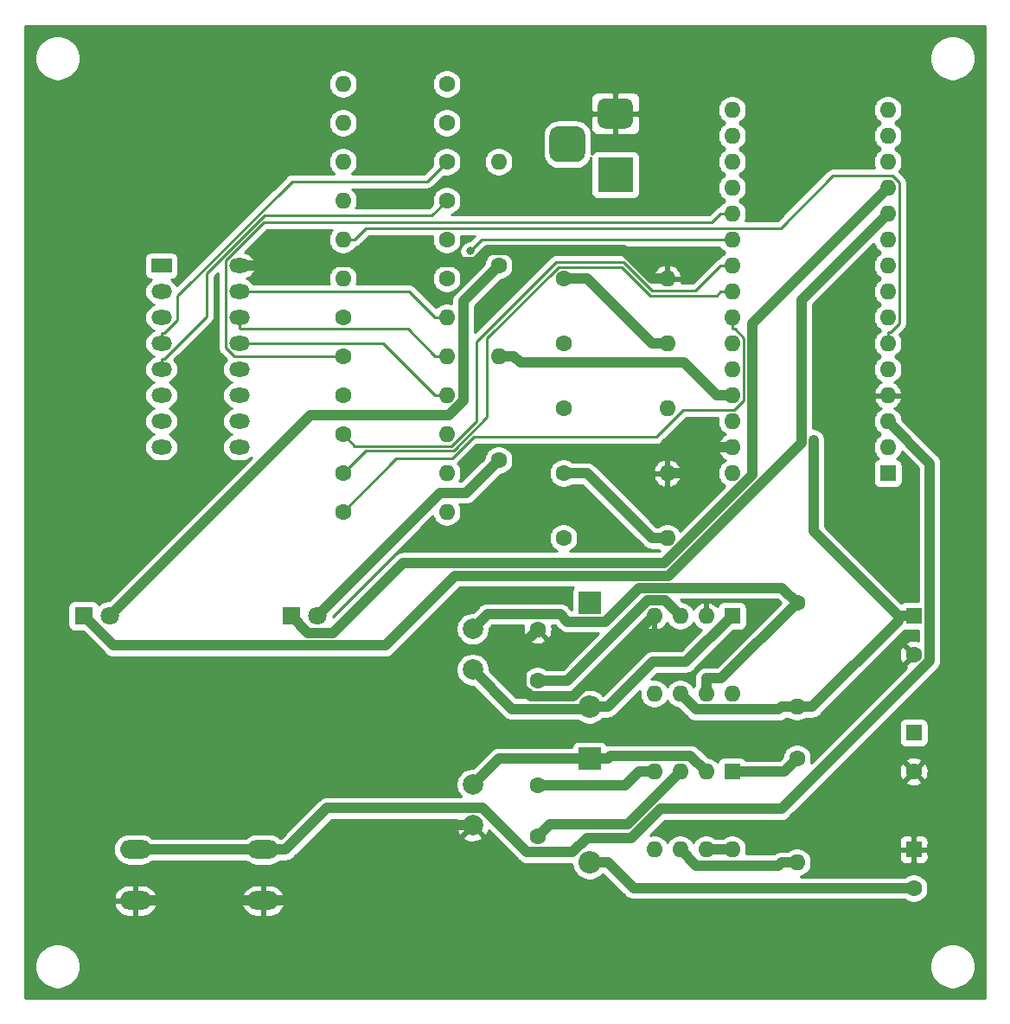
<source format=gbr>
G04 #@! TF.GenerationSoftware,KiCad,Pcbnew,(5.1.6)-1*
G04 #@! TF.CreationDate,2020-09-03T19:38:07+03:00*
G04 #@! TF.ProjectId,4116 dram tester,34313136-2064-4726-916d-207465737465,rev?*
G04 #@! TF.SameCoordinates,Original*
G04 #@! TF.FileFunction,Copper,L2,Bot*
G04 #@! TF.FilePolarity,Positive*
%FSLAX46Y46*%
G04 Gerber Fmt 4.6, Leading zero omitted, Abs format (unit mm)*
G04 Created by KiCad (PCBNEW (5.1.6)-1) date 2020-09-03 19:38:07*
%MOMM*%
%LPD*%
G01*
G04 APERTURE LIST*
G04 #@! TA.AperFunction,ComponentPad*
%ADD10O,1.600000X1.600000*%
G04 #@! TD*
G04 #@! TA.AperFunction,ComponentPad*
%ADD11C,1.600000*%
G04 #@! TD*
G04 #@! TA.AperFunction,ComponentPad*
%ADD12R,1.600000X1.600000*%
G04 #@! TD*
G04 #@! TA.AperFunction,ComponentPad*
%ADD13R,1.800000X1.800000*%
G04 #@! TD*
G04 #@! TA.AperFunction,ComponentPad*
%ADD14C,1.800000*%
G04 #@! TD*
G04 #@! TA.AperFunction,ComponentPad*
%ADD15R,2.200000X2.200000*%
G04 #@! TD*
G04 #@! TA.AperFunction,ComponentPad*
%ADD16O,2.200000X2.200000*%
G04 #@! TD*
G04 #@! TA.AperFunction,ComponentPad*
%ADD17O,2.000000X1.440000*%
G04 #@! TD*
G04 #@! TA.AperFunction,ComponentPad*
%ADD18R,2.000000X1.440000*%
G04 #@! TD*
G04 #@! TA.AperFunction,ComponentPad*
%ADD19C,2.000000*%
G04 #@! TD*
G04 #@! TA.AperFunction,ComponentPad*
%ADD20O,3.048000X1.850000*%
G04 #@! TD*
G04 #@! TA.AperFunction,ComponentPad*
%ADD21R,3.500000X3.500000*%
G04 #@! TD*
G04 #@! TA.AperFunction,ViaPad*
%ADD22C,0.800000*%
G04 #@! TD*
G04 #@! TA.AperFunction,Conductor*
%ADD23C,1.000000*%
G04 #@! TD*
G04 #@! TA.AperFunction,Conductor*
%ADD24C,0.250000*%
G04 #@! TD*
G04 #@! TA.AperFunction,Conductor*
%ADD25C,0.254000*%
G04 #@! TD*
G04 APERTURE END LIST*
D10*
X104140000Y-93980000D03*
D11*
X93980000Y-93980000D03*
D10*
X104140000Y-90170000D03*
D11*
X93980000Y-90170000D03*
D10*
X104140000Y-86360000D03*
D11*
X93980000Y-86360000D03*
D10*
X104140000Y-82550000D03*
D11*
X93980000Y-82550000D03*
D10*
X104140000Y-78740000D03*
D11*
X93980000Y-78740000D03*
D10*
X104140000Y-74930000D03*
D11*
X93980000Y-74930000D03*
D10*
X93980000Y-71120000D03*
D11*
X104140000Y-71120000D03*
D10*
X93980000Y-67310000D03*
D11*
X104140000Y-67310000D03*
D10*
X93980000Y-63500000D03*
D11*
X104140000Y-63500000D03*
D10*
X93980000Y-59690000D03*
D11*
X104140000Y-59690000D03*
D10*
X93980000Y-55880000D03*
D11*
X104140000Y-55880000D03*
D10*
X93980000Y-52070000D03*
D11*
X104140000Y-52070000D03*
D12*
X147320000Y-90170000D03*
D10*
X132080000Y-57150000D03*
X147320000Y-87630000D03*
X132080000Y-59690000D03*
X147320000Y-85090000D03*
X132080000Y-62230000D03*
X147320000Y-82550000D03*
X132080000Y-64770000D03*
X147320000Y-80010000D03*
X132080000Y-67310000D03*
X147320000Y-77470000D03*
X132080000Y-69850000D03*
X147320000Y-74930000D03*
X132080000Y-72390000D03*
X147320000Y-72390000D03*
X132080000Y-74930000D03*
X147320000Y-69850000D03*
X132080000Y-77470000D03*
X147320000Y-67310000D03*
X132080000Y-80010000D03*
X147320000Y-64770000D03*
X132080000Y-82550000D03*
X147320000Y-62230000D03*
X132080000Y-85090000D03*
X147320000Y-59690000D03*
X132080000Y-87630000D03*
X147320000Y-57150000D03*
X132080000Y-90170000D03*
X147320000Y-54610000D03*
X132080000Y-54610000D03*
D12*
X149860000Y-104140000D03*
D11*
X149860000Y-107940000D03*
X113030000Y-105490000D03*
X113030000Y-110490000D03*
D12*
X149860000Y-115570000D03*
D11*
X149860000Y-119370000D03*
X113030000Y-125730000D03*
X113030000Y-120730000D03*
X149860000Y-130800000D03*
D12*
X149860000Y-127000000D03*
D13*
X68580000Y-104140000D03*
D14*
X71120000Y-104140000D03*
X91440000Y-104140000D03*
D13*
X88900000Y-104140000D03*
D15*
X118110000Y-102870000D03*
D16*
X118110000Y-113030000D03*
X118110000Y-128270000D03*
D15*
X118110000Y-118110000D03*
D17*
X83820000Y-87630000D03*
X76200000Y-87630000D03*
X83820000Y-85090000D03*
X76200000Y-85090000D03*
X83820000Y-82550000D03*
X76200000Y-82550000D03*
X83820000Y-80010000D03*
X76200000Y-80010000D03*
X83820000Y-77470000D03*
X76200000Y-77470000D03*
X83820000Y-74930000D03*
X76200000Y-74930000D03*
X83820000Y-72390000D03*
X76200000Y-72390000D03*
X83820000Y-69850000D03*
D18*
X76200000Y-69850000D03*
D19*
X106680000Y-105410000D03*
X106680000Y-109410000D03*
X106680000Y-124650000D03*
X106680000Y-120650000D03*
D10*
X109220000Y-59690000D03*
D11*
X109220000Y-69850000D03*
X109220000Y-88900000D03*
D10*
X109220000Y-78740000D03*
X138430000Y-113030000D03*
D11*
X138430000Y-102870000D03*
D10*
X125730000Y-71120000D03*
D11*
X115570000Y-71120000D03*
X115570000Y-77470000D03*
D10*
X125730000Y-77470000D03*
D11*
X115570000Y-83820000D03*
D10*
X125730000Y-83820000D03*
D11*
X138430000Y-118110000D03*
D10*
X138430000Y-128270000D03*
X125730000Y-90170000D03*
D11*
X115570000Y-90170000D03*
X115570000Y-96520000D03*
D10*
X125730000Y-96520000D03*
D20*
X86160000Y-127000000D03*
X86160000Y-132000000D03*
X73660000Y-127000000D03*
X73660000Y-132000000D03*
D10*
X132080000Y-111760000D03*
X124460000Y-104140000D03*
X129540000Y-111760000D03*
X127000000Y-104140000D03*
X127000000Y-111760000D03*
X129540000Y-104140000D03*
X124460000Y-111760000D03*
D12*
X132080000Y-104140000D03*
X132080000Y-119380000D03*
D10*
X124460000Y-127000000D03*
X129540000Y-119380000D03*
X127000000Y-127000000D03*
X127000000Y-119380000D03*
X129540000Y-127000000D03*
X124460000Y-119380000D03*
X132080000Y-127000000D03*
D21*
X120650000Y-60960000D03*
G04 #@! TA.AperFunction,ComponentPad*
G36*
G01*
X119650000Y-53460000D02*
X121650000Y-53460000D01*
G75*
G02*
X122400000Y-54210000I0J-750000D01*
G01*
X122400000Y-55710000D01*
G75*
G02*
X121650000Y-56460000I-750000J0D01*
G01*
X119650000Y-56460000D01*
G75*
G02*
X118900000Y-55710000I0J750000D01*
G01*
X118900000Y-54210000D01*
G75*
G02*
X119650000Y-53460000I750000J0D01*
G01*
G37*
G04 #@! TD.AperFunction*
G04 #@! TA.AperFunction,ComponentPad*
G36*
G01*
X115075000Y-56210000D02*
X116825000Y-56210000D01*
G75*
G02*
X117700000Y-57085000I0J-875000D01*
G01*
X117700000Y-58835000D01*
G75*
G02*
X116825000Y-59710000I-875000J0D01*
G01*
X115075000Y-59710000D01*
G75*
G02*
X114200000Y-58835000I0J875000D01*
G01*
X114200000Y-57085000D01*
G75*
G02*
X115075000Y-56210000I875000J0D01*
G01*
G37*
G04 #@! TD.AperFunction*
D22*
X106434100Y-68443400D03*
X140068400Y-86930100D03*
D23*
X86160000Y-127000000D02*
X88384300Y-127000000D01*
X88384300Y-127000000D02*
X92438300Y-122946000D01*
X92438300Y-122946000D02*
X107636300Y-122946000D01*
X107636300Y-122946000D02*
X111970300Y-127280000D01*
X111970300Y-127280000D02*
X116456900Y-127280000D01*
X116456900Y-127280000D02*
X117879600Y-125857300D01*
X117879600Y-125857300D02*
X122250200Y-125857300D01*
X122250200Y-125857300D02*
X125067500Y-123040000D01*
X125067500Y-123040000D02*
X136907500Y-123040000D01*
X136907500Y-123040000D02*
X151423300Y-108524200D01*
X151423300Y-108524200D02*
X151423300Y-89193300D01*
X151423300Y-89193300D02*
X147320000Y-85090000D01*
X73660000Y-127000000D02*
X86160000Y-127000000D01*
X124229700Y-71120000D02*
X121448800Y-68339100D01*
X121448800Y-68339100D02*
X108190900Y-68339100D01*
X108190900Y-68339100D02*
X106986300Y-69543700D01*
X106986300Y-69543700D02*
X85826600Y-69543700D01*
X85826600Y-69543700D02*
X85520300Y-69850000D01*
X83820000Y-69850000D02*
X85520300Y-69850000D01*
X125730000Y-71120000D02*
X124229700Y-71120000D01*
X124460000Y-104140000D02*
X124453900Y-104140000D01*
X124453900Y-104140000D02*
X116573000Y-112020900D01*
X116573000Y-112020900D02*
X112376300Y-112020900D01*
X112376300Y-112020900D02*
X111474900Y-111119500D01*
X111474900Y-111119500D02*
X111474900Y-107045100D01*
X111474900Y-107045100D02*
X113030000Y-105490000D01*
X86160000Y-132000000D02*
X88384300Y-132000000D01*
X106680000Y-124650000D02*
X95734300Y-124650000D01*
X95734300Y-124650000D02*
X88384300Y-132000000D01*
X125730000Y-90170000D02*
X127230300Y-90170000D01*
X132080000Y-87630000D02*
X129770300Y-87630000D01*
X129770300Y-87630000D02*
X127230300Y-90170000D01*
X73660000Y-132000000D02*
X86160000Y-132000000D01*
D24*
X132080000Y-64770000D02*
X130954700Y-64770000D01*
X130954700Y-64770000D02*
X130107300Y-65617400D01*
X130107300Y-65617400D02*
X86248800Y-65617400D01*
X86248800Y-65617400D02*
X82491900Y-69374300D01*
X82491900Y-69374300D02*
X82491900Y-77920000D01*
X82491900Y-77920000D02*
X83311900Y-78740000D01*
X83311900Y-78740000D02*
X93980000Y-78740000D01*
X132080000Y-67310000D02*
X107567500Y-67310000D01*
X107567500Y-67310000D02*
X106434100Y-68443400D01*
X95105300Y-67310000D02*
X96230600Y-66184700D01*
X96230600Y-66184700D02*
X136825800Y-66184700D01*
X136825800Y-66184700D02*
X141952300Y-61058200D01*
X141952300Y-61058200D02*
X147782700Y-61058200D01*
X147782700Y-61058200D02*
X148470300Y-61745800D01*
X148470300Y-61745800D02*
X148470300Y-75475700D01*
X148470300Y-75475700D02*
X147601300Y-76344700D01*
X147601300Y-76344700D02*
X147320000Y-76344700D01*
X93980000Y-67310000D02*
X95105300Y-67310000D01*
X147320000Y-77470000D02*
X147320000Y-76344700D01*
X130954700Y-69850000D02*
X128518700Y-72286000D01*
X128518700Y-72286000D02*
X124228500Y-72286000D01*
X124228500Y-72286000D02*
X121473800Y-69531300D01*
X121473800Y-69531300D02*
X114822700Y-69531300D01*
X114822700Y-69531300D02*
X107083200Y-77270800D01*
X107083200Y-77270800D02*
X107083200Y-85045200D01*
X107083200Y-85045200D02*
X104631000Y-87497400D01*
X104631000Y-87497400D02*
X95117400Y-87497400D01*
X95117400Y-87497400D02*
X93980000Y-86360000D01*
X132080000Y-69850000D02*
X130954700Y-69850000D01*
X132080000Y-72390000D02*
X130954700Y-72390000D01*
X130954700Y-72390000D02*
X130572800Y-72771900D01*
X130572800Y-72771900D02*
X124077500Y-72771900D01*
X124077500Y-72771900D02*
X121290400Y-69984800D01*
X121290400Y-69984800D02*
X115079000Y-69984800D01*
X115079000Y-69984800D02*
X108094600Y-76969200D01*
X108094600Y-76969200D02*
X108094600Y-84670700D01*
X108094600Y-84670700D02*
X104817500Y-87947800D01*
X104817500Y-87947800D02*
X96202200Y-87947800D01*
X96202200Y-87947800D02*
X93980000Y-90170000D01*
X93980000Y-93980000D02*
X99215900Y-88744100D01*
X99215900Y-88744100D02*
X104658200Y-88744100D01*
X104658200Y-88744100D02*
X106780200Y-86622100D01*
X106780200Y-86622100D02*
X124635800Y-86622100D01*
X124635800Y-86622100D02*
X127293300Y-83964600D01*
X127293300Y-83964600D02*
X132310300Y-83964600D01*
X132310300Y-83964600D02*
X133229000Y-83045900D01*
X133229000Y-83045900D02*
X133229000Y-76923000D01*
X133229000Y-76923000D02*
X132361300Y-76055300D01*
X132361300Y-76055300D02*
X132080000Y-76055300D01*
X132080000Y-74930000D02*
X132080000Y-76055300D01*
D23*
X147320000Y-64770000D02*
X138868100Y-73221900D01*
X138868100Y-73221900D02*
X138868100Y-87236200D01*
X138868100Y-87236200D02*
X125888400Y-100215900D01*
X125888400Y-100215900D02*
X104954500Y-100215900D01*
X104954500Y-100215900D02*
X98131800Y-107038600D01*
X98131800Y-107038600D02*
X71478600Y-107038600D01*
X71478600Y-107038600D02*
X68580000Y-104140000D01*
X148359700Y-104140000D02*
X140068400Y-95848700D01*
X140068400Y-95848700D02*
X140068400Y-86930100D01*
X148659800Y-104140000D02*
X148359700Y-104140000D01*
X148359700Y-104140000D02*
X148359700Y-104600600D01*
X148359700Y-104600600D02*
X139930300Y-113030000D01*
X149860000Y-104140000D02*
X148659800Y-104140000D01*
X109220000Y-78740000D02*
X110720300Y-78740000D01*
X132080000Y-82550000D02*
X130579700Y-82550000D01*
X130579700Y-82550000D02*
X127391300Y-79361600D01*
X127391300Y-79361600D02*
X111341900Y-79361600D01*
X111341900Y-79361600D02*
X110720300Y-78740000D01*
X138430000Y-113030000D02*
X139930300Y-113030000D01*
X138430000Y-113030000D02*
X136929700Y-113030000D01*
X127000000Y-111760000D02*
X128554500Y-113314500D01*
X128554500Y-113314500D02*
X136645200Y-113314500D01*
X136645200Y-113314500D02*
X136929700Y-113030000D01*
X138430000Y-128270000D02*
X136929700Y-128270000D01*
X127000000Y-127000000D02*
X128558900Y-128558900D01*
X128558900Y-128558900D02*
X136640800Y-128558900D01*
X136640800Y-128558900D02*
X136929700Y-128270000D01*
X88900000Y-104140000D02*
X90549300Y-105789300D01*
X90549300Y-105789300D02*
X93040400Y-105789300D01*
X93040400Y-105789300D02*
X99887300Y-98942400D01*
X99887300Y-98942400D02*
X125443600Y-98942400D01*
X125443600Y-98942400D02*
X134054400Y-90331600D01*
X134054400Y-90331600D02*
X134054400Y-75495600D01*
X134054400Y-75495600D02*
X147320000Y-62230000D01*
X127000000Y-104140000D02*
X125499300Y-102639300D01*
X125499300Y-102639300D02*
X123832000Y-102639300D01*
X123832000Y-102639300D02*
X115981300Y-110490000D01*
X115981300Y-110490000D02*
X113030000Y-110490000D01*
X127000000Y-119380000D02*
X121850300Y-124529700D01*
X121850300Y-124529700D02*
X114230300Y-124529700D01*
X114230300Y-124529700D02*
X113030000Y-125730000D01*
X118110000Y-128270000D02*
X119910300Y-128270000D01*
X119910300Y-128270000D02*
X122440300Y-130800000D01*
X122440300Y-130800000D02*
X149860000Y-130800000D01*
X124460000Y-119380000D02*
X122959700Y-119380000D01*
X122959700Y-119380000D02*
X121609700Y-120730000D01*
X121609700Y-120730000D02*
X113030000Y-120730000D01*
X71120000Y-104140000D02*
X90805000Y-84455000D01*
X90805000Y-84455000D02*
X104364100Y-84455000D01*
X104364100Y-84455000D02*
X105751200Y-83067900D01*
X105751200Y-83067900D02*
X105751200Y-73318800D01*
X105751200Y-73318800D02*
X109220000Y-69850000D01*
X109220000Y-88900000D02*
X106045000Y-92075000D01*
X106045000Y-92075000D02*
X103505000Y-92075000D01*
X103505000Y-92075000D02*
X91440000Y-104140000D01*
X106680000Y-109410000D02*
X110505000Y-113235000D01*
X110505000Y-113235000D02*
X117905000Y-113235000D01*
X117905000Y-113235000D02*
X118110000Y-113030000D01*
X118110000Y-113030000D02*
X119910300Y-113030000D01*
X132080000Y-104140000D02*
X127585100Y-108634900D01*
X127585100Y-108634900D02*
X124305400Y-108634900D01*
X124305400Y-108634900D02*
X119910300Y-113030000D01*
X106680000Y-120650000D02*
X109220000Y-118110000D01*
X109220000Y-118110000D02*
X118110000Y-118110000D01*
X118110000Y-118110000D02*
X119910300Y-118110000D01*
X129540000Y-119380000D02*
X128013800Y-117853800D01*
X128013800Y-117853800D02*
X120166500Y-117853800D01*
X120166500Y-117853800D02*
X119910300Y-118110000D01*
X129540000Y-111760000D02*
X129540000Y-110259700D01*
X106680000Y-105410000D02*
X108127100Y-103962900D01*
X108127100Y-103962900D02*
X115230200Y-103962900D01*
X115230200Y-103962900D02*
X115961700Y-104694400D01*
X115961700Y-104694400D02*
X119677400Y-104694400D01*
X119677400Y-104694400D02*
X122955500Y-101416300D01*
X122955500Y-101416300D02*
X136976300Y-101416300D01*
X136976300Y-101416300D02*
X138430000Y-102870000D01*
X129540000Y-110259700D02*
X131040300Y-110259700D01*
X131040300Y-110259700D02*
X138430000Y-102870000D01*
X125730000Y-77470000D02*
X124229700Y-77470000D01*
X124229700Y-77470000D02*
X117879700Y-71120000D01*
X117879700Y-71120000D02*
X115570000Y-71120000D01*
X132080000Y-119380000D02*
X137160000Y-119380000D01*
X137160000Y-119380000D02*
X138430000Y-118110000D01*
X132080000Y-127000000D02*
X129540000Y-127000000D01*
X125730000Y-96520000D02*
X124229700Y-96520000D01*
X124229700Y-96520000D02*
X117879700Y-90170000D01*
X117879700Y-90170000D02*
X115570000Y-90170000D01*
D24*
X76200000Y-80010000D02*
X76200000Y-78964700D01*
X76200000Y-78964700D02*
X76494000Y-78964700D01*
X76494000Y-78964700D02*
X80624000Y-74834700D01*
X80624000Y-74834700D02*
X80624000Y-70605300D01*
X80624000Y-70605300D02*
X86282600Y-64946700D01*
X86282600Y-64946700D02*
X102693300Y-64946700D01*
X102693300Y-64946700D02*
X104140000Y-63500000D01*
X104140000Y-82550000D02*
X103014700Y-82550000D01*
X83820000Y-77470000D02*
X97934700Y-77470000D01*
X97934700Y-77470000D02*
X103014700Y-82550000D01*
X104140000Y-59690000D02*
X102235000Y-61595000D01*
X102235000Y-61595000D02*
X88989600Y-61595000D01*
X88989600Y-61595000D02*
X77750600Y-72834000D01*
X77750600Y-72834000D02*
X77750600Y-75173500D01*
X77750600Y-75173500D02*
X76499400Y-76424700D01*
X76499400Y-76424700D02*
X76200000Y-76424700D01*
X76200000Y-77470000D02*
X76200000Y-76424700D01*
X104140000Y-78740000D02*
X103014700Y-78740000D01*
X83820000Y-74930000D02*
X83820000Y-75975300D01*
X83820000Y-75975300D02*
X83900100Y-76055400D01*
X83900100Y-76055400D02*
X100330100Y-76055400D01*
X100330100Y-76055400D02*
X103014700Y-78740000D01*
X104140000Y-74930000D02*
X103014700Y-74930000D01*
X83820000Y-72390000D02*
X100474700Y-72390000D01*
X100474700Y-72390000D02*
X103014700Y-74930000D01*
D25*
G36*
X156820000Y-141580000D02*
G01*
X62890000Y-141580000D01*
X62890000Y-138209872D01*
X63805000Y-138209872D01*
X63805000Y-138650128D01*
X63890890Y-139081925D01*
X64059369Y-139488669D01*
X64303962Y-139854729D01*
X64615271Y-140166038D01*
X64981331Y-140410631D01*
X65388075Y-140579110D01*
X65819872Y-140665000D01*
X66260128Y-140665000D01*
X66691925Y-140579110D01*
X67098669Y-140410631D01*
X67464729Y-140166038D01*
X67776038Y-139854729D01*
X68020631Y-139488669D01*
X68189110Y-139081925D01*
X68275000Y-138650128D01*
X68275000Y-138209872D01*
X151435000Y-138209872D01*
X151435000Y-138650128D01*
X151520890Y-139081925D01*
X151689369Y-139488669D01*
X151933962Y-139854729D01*
X152245271Y-140166038D01*
X152611331Y-140410631D01*
X153018075Y-140579110D01*
X153449872Y-140665000D01*
X153890128Y-140665000D01*
X154321925Y-140579110D01*
X154728669Y-140410631D01*
X155094729Y-140166038D01*
X155406038Y-139854729D01*
X155650631Y-139488669D01*
X155819110Y-139081925D01*
X155905000Y-138650128D01*
X155905000Y-138209872D01*
X155819110Y-137778075D01*
X155650631Y-137371331D01*
X155406038Y-137005271D01*
X155094729Y-136693962D01*
X154728669Y-136449369D01*
X154321925Y-136280890D01*
X153890128Y-136195000D01*
X153449872Y-136195000D01*
X153018075Y-136280890D01*
X152611331Y-136449369D01*
X152245271Y-136693962D01*
X151933962Y-137005271D01*
X151689369Y-137371331D01*
X151520890Y-137778075D01*
X151435000Y-138209872D01*
X68275000Y-138209872D01*
X68189110Y-137778075D01*
X68020631Y-137371331D01*
X67776038Y-137005271D01*
X67464729Y-136693962D01*
X67098669Y-136449369D01*
X66691925Y-136280890D01*
X66260128Y-136195000D01*
X65819872Y-136195000D01*
X65388075Y-136280890D01*
X64981331Y-136449369D01*
X64615271Y-136693962D01*
X64303962Y-137005271D01*
X64059369Y-137371331D01*
X63890890Y-137778075D01*
X63805000Y-138209872D01*
X62890000Y-138209872D01*
X62890000Y-132368664D01*
X71545188Y-132368664D01*
X71571147Y-132479655D01*
X71693350Y-132761094D01*
X71868111Y-133013285D01*
X72088714Y-133226536D01*
X72346681Y-133392652D01*
X72632099Y-133505249D01*
X72934000Y-133560000D01*
X73533000Y-133560000D01*
X73533000Y-132127000D01*
X73787000Y-132127000D01*
X73787000Y-133560000D01*
X74386000Y-133560000D01*
X74687901Y-133505249D01*
X74973319Y-133392652D01*
X75231286Y-133226536D01*
X75451889Y-133013285D01*
X75626650Y-132761094D01*
X75748853Y-132479655D01*
X75774812Y-132368664D01*
X84045188Y-132368664D01*
X84071147Y-132479655D01*
X84193350Y-132761094D01*
X84368111Y-133013285D01*
X84588714Y-133226536D01*
X84846681Y-133392652D01*
X85132099Y-133505249D01*
X85434000Y-133560000D01*
X86033000Y-133560000D01*
X86033000Y-132127000D01*
X86287000Y-132127000D01*
X86287000Y-133560000D01*
X86886000Y-133560000D01*
X87187901Y-133505249D01*
X87473319Y-133392652D01*
X87731286Y-133226536D01*
X87951889Y-133013285D01*
X88126650Y-132761094D01*
X88248853Y-132479655D01*
X88274812Y-132368664D01*
X88154483Y-132127000D01*
X86287000Y-132127000D01*
X86033000Y-132127000D01*
X84165517Y-132127000D01*
X84045188Y-132368664D01*
X75774812Y-132368664D01*
X75654483Y-132127000D01*
X73787000Y-132127000D01*
X73533000Y-132127000D01*
X71665517Y-132127000D01*
X71545188Y-132368664D01*
X62890000Y-132368664D01*
X62890000Y-131631336D01*
X71545188Y-131631336D01*
X71665517Y-131873000D01*
X73533000Y-131873000D01*
X73533000Y-130440000D01*
X73787000Y-130440000D01*
X73787000Y-131873000D01*
X75654483Y-131873000D01*
X75774812Y-131631336D01*
X84045188Y-131631336D01*
X84165517Y-131873000D01*
X86033000Y-131873000D01*
X86033000Y-130440000D01*
X86287000Y-130440000D01*
X86287000Y-131873000D01*
X88154483Y-131873000D01*
X88274812Y-131631336D01*
X88248853Y-131520345D01*
X88126650Y-131238906D01*
X87951889Y-130986715D01*
X87731286Y-130773464D01*
X87473319Y-130607348D01*
X87187901Y-130494751D01*
X86886000Y-130440000D01*
X86287000Y-130440000D01*
X86033000Y-130440000D01*
X85434000Y-130440000D01*
X85132099Y-130494751D01*
X84846681Y-130607348D01*
X84588714Y-130773464D01*
X84368111Y-130986715D01*
X84193350Y-131238906D01*
X84071147Y-131520345D01*
X84045188Y-131631336D01*
X75774812Y-131631336D01*
X75748853Y-131520345D01*
X75626650Y-131238906D01*
X75451889Y-130986715D01*
X75231286Y-130773464D01*
X74973319Y-130607348D01*
X74687901Y-130494751D01*
X74386000Y-130440000D01*
X73787000Y-130440000D01*
X73533000Y-130440000D01*
X72934000Y-130440000D01*
X72632099Y-130494751D01*
X72346681Y-130607348D01*
X72088714Y-130773464D01*
X71868111Y-130986715D01*
X71693350Y-131238906D01*
X71571147Y-131520345D01*
X71545188Y-131631336D01*
X62890000Y-131631336D01*
X62890000Y-103240000D01*
X67041928Y-103240000D01*
X67041928Y-105040000D01*
X67054188Y-105164482D01*
X67090498Y-105284180D01*
X67149463Y-105394494D01*
X67228815Y-105491185D01*
X67325506Y-105570537D01*
X67435820Y-105629502D01*
X67555518Y-105665812D01*
X67680000Y-105678072D01*
X68512941Y-105678072D01*
X70636609Y-107801741D01*
X70672151Y-107845049D01*
X70844977Y-107986884D01*
X71042153Y-108092276D01*
X71256101Y-108157177D01*
X71422848Y-108173600D01*
X71422857Y-108173600D01*
X71478599Y-108179090D01*
X71534341Y-108173600D01*
X98076049Y-108173600D01*
X98131800Y-108179091D01*
X98187551Y-108173600D01*
X98187552Y-108173600D01*
X98354299Y-108157177D01*
X98568247Y-108092276D01*
X98765423Y-107986884D01*
X98938249Y-107845049D01*
X98973796Y-107801735D01*
X105424632Y-101350900D01*
X116532484Y-101350900D01*
X116479463Y-101415506D01*
X116420498Y-101525820D01*
X116384188Y-101645518D01*
X116371928Y-101770000D01*
X116371928Y-103499497D01*
X116072196Y-103199765D01*
X116036649Y-103156451D01*
X115863823Y-103014616D01*
X115666647Y-102909224D01*
X115452699Y-102844323D01*
X115285952Y-102827900D01*
X115285951Y-102827900D01*
X115230200Y-102822409D01*
X115174449Y-102827900D01*
X108182841Y-102827900D01*
X108127099Y-102822410D01*
X108071357Y-102827900D01*
X108071348Y-102827900D01*
X107904601Y-102844323D01*
X107690653Y-102909224D01*
X107493477Y-103014616D01*
X107320651Y-103156451D01*
X107285108Y-103199760D01*
X106709868Y-103775000D01*
X106518967Y-103775000D01*
X106203088Y-103837832D01*
X105905537Y-103961082D01*
X105637748Y-104140013D01*
X105410013Y-104367748D01*
X105231082Y-104635537D01*
X105107832Y-104933088D01*
X105045000Y-105248967D01*
X105045000Y-105571033D01*
X105107832Y-105886912D01*
X105231082Y-106184463D01*
X105410013Y-106452252D01*
X105637748Y-106679987D01*
X105905537Y-106858918D01*
X106203088Y-106982168D01*
X106518967Y-107045000D01*
X106841033Y-107045000D01*
X107156912Y-106982168D01*
X107454463Y-106858918D01*
X107722252Y-106679987D01*
X107919537Y-106482702D01*
X112216903Y-106482702D01*
X112288486Y-106726671D01*
X112543996Y-106847571D01*
X112818184Y-106916300D01*
X113100512Y-106930217D01*
X113380130Y-106888787D01*
X113646292Y-106793603D01*
X113771514Y-106726671D01*
X113843097Y-106482702D01*
X113030000Y-105669605D01*
X112216903Y-106482702D01*
X107919537Y-106482702D01*
X107949987Y-106452252D01*
X108128918Y-106184463D01*
X108252168Y-105886912D01*
X108315000Y-105571033D01*
X108315000Y-105380132D01*
X108597232Y-105097900D01*
X111648891Y-105097900D01*
X111603700Y-105278184D01*
X111589783Y-105560512D01*
X111631213Y-105840130D01*
X111726397Y-106106292D01*
X111793329Y-106231514D01*
X112037298Y-106303097D01*
X112850395Y-105490000D01*
X112836253Y-105475858D01*
X113015858Y-105296253D01*
X113030000Y-105310395D01*
X113044143Y-105296253D01*
X113223748Y-105475858D01*
X113209605Y-105490000D01*
X114022702Y-106303097D01*
X114266671Y-106231514D01*
X114387571Y-105976004D01*
X114456300Y-105701816D01*
X114470217Y-105419488D01*
X114428787Y-105139870D01*
X114413778Y-105097900D01*
X114760069Y-105097900D01*
X115119704Y-105457535D01*
X115155251Y-105500849D01*
X115328077Y-105642684D01*
X115525253Y-105748076D01*
X115689405Y-105797871D01*
X115739200Y-105812977D01*
X115760193Y-105815044D01*
X115905948Y-105829400D01*
X115905955Y-105829400D01*
X115961699Y-105834890D01*
X116017443Y-105829400D01*
X119036769Y-105829400D01*
X115511169Y-109355000D01*
X113914284Y-109355000D01*
X113709727Y-109218320D01*
X113448574Y-109110147D01*
X113171335Y-109055000D01*
X112888665Y-109055000D01*
X112611426Y-109110147D01*
X112350273Y-109218320D01*
X112115241Y-109375363D01*
X111915363Y-109575241D01*
X111758320Y-109810273D01*
X111650147Y-110071426D01*
X111595000Y-110348665D01*
X111595000Y-110631335D01*
X111650147Y-110908574D01*
X111758320Y-111169727D01*
X111915363Y-111404759D01*
X112115241Y-111604637D01*
X112350273Y-111761680D01*
X112611426Y-111869853D01*
X112888665Y-111925000D01*
X113171335Y-111925000D01*
X113448574Y-111869853D01*
X113709727Y-111761680D01*
X113914284Y-111625000D01*
X115925549Y-111625000D01*
X115981300Y-111630491D01*
X116037051Y-111625000D01*
X116037052Y-111625000D01*
X116203799Y-111608577D01*
X116417747Y-111543676D01*
X116614923Y-111438284D01*
X116787749Y-111296449D01*
X116823296Y-111253135D01*
X123222771Y-104853661D01*
X123307615Y-104995131D01*
X123496586Y-105203519D01*
X123722580Y-105371037D01*
X123976913Y-105491246D01*
X124110961Y-105531904D01*
X124333000Y-105409915D01*
X124333000Y-104267000D01*
X124313000Y-104267000D01*
X124313000Y-104013000D01*
X124333000Y-104013000D01*
X124333000Y-103993000D01*
X124587000Y-103993000D01*
X124587000Y-104013000D01*
X124607000Y-104013000D01*
X124607000Y-104267000D01*
X124587000Y-104267000D01*
X124587000Y-105409915D01*
X124809039Y-105531904D01*
X124943087Y-105491246D01*
X125197420Y-105371037D01*
X125423414Y-105203519D01*
X125612385Y-104995131D01*
X125723933Y-104809135D01*
X125728320Y-104819727D01*
X125885363Y-105054759D01*
X126085241Y-105254637D01*
X126320273Y-105411680D01*
X126581426Y-105519853D01*
X126858665Y-105575000D01*
X127141335Y-105575000D01*
X127418574Y-105519853D01*
X127679727Y-105411680D01*
X127914759Y-105254637D01*
X128114637Y-105054759D01*
X128271680Y-104819727D01*
X128276067Y-104809135D01*
X128387615Y-104995131D01*
X128576586Y-105203519D01*
X128802580Y-105371037D01*
X129056913Y-105491246D01*
X129108097Y-105506771D01*
X127114969Y-107499900D01*
X124361151Y-107499900D01*
X124305399Y-107494409D01*
X124249648Y-107499900D01*
X124082901Y-107516323D01*
X123868953Y-107581224D01*
X123671777Y-107686616D01*
X123498951Y-107828451D01*
X123463411Y-107871757D01*
X119440169Y-111895000D01*
X119428661Y-111895000D01*
X119215998Y-111682337D01*
X118931831Y-111492463D01*
X118616081Y-111361675D01*
X118280883Y-111295000D01*
X117939117Y-111295000D01*
X117603919Y-111361675D01*
X117288169Y-111492463D01*
X117004002Y-111682337D01*
X116762337Y-111924002D01*
X116644739Y-112100000D01*
X110975132Y-112100000D01*
X108315000Y-109439869D01*
X108315000Y-109248967D01*
X108252168Y-108933088D01*
X108128918Y-108635537D01*
X107949987Y-108367748D01*
X107722252Y-108140013D01*
X107454463Y-107961082D01*
X107156912Y-107837832D01*
X106841033Y-107775000D01*
X106518967Y-107775000D01*
X106203088Y-107837832D01*
X105905537Y-107961082D01*
X105637748Y-108140013D01*
X105410013Y-108367748D01*
X105231082Y-108635537D01*
X105107832Y-108933088D01*
X105045000Y-109248967D01*
X105045000Y-109571033D01*
X105107832Y-109886912D01*
X105231082Y-110184463D01*
X105410013Y-110452252D01*
X105637748Y-110679987D01*
X105905537Y-110858918D01*
X106203088Y-110982168D01*
X106518967Y-111045000D01*
X106709869Y-111045000D01*
X109663009Y-113998141D01*
X109698551Y-114041449D01*
X109871377Y-114183284D01*
X110068553Y-114288676D01*
X110282501Y-114353577D01*
X110430729Y-114368176D01*
X110505000Y-114375491D01*
X110560752Y-114370000D01*
X116996339Y-114370000D01*
X117004002Y-114377663D01*
X117288169Y-114567537D01*
X117603919Y-114698325D01*
X117939117Y-114765000D01*
X118280883Y-114765000D01*
X118616081Y-114698325D01*
X118931831Y-114567537D01*
X119215998Y-114377663D01*
X119428661Y-114165000D01*
X119854549Y-114165000D01*
X119910300Y-114170491D01*
X119966051Y-114165000D01*
X119966052Y-114165000D01*
X120132799Y-114148577D01*
X120346747Y-114083676D01*
X120543923Y-113978284D01*
X120716749Y-113836449D01*
X120752296Y-113793135D01*
X123049392Y-111496039D01*
X123025000Y-111618665D01*
X123025000Y-111901335D01*
X123080147Y-112178574D01*
X123188320Y-112439727D01*
X123345363Y-112674759D01*
X123545241Y-112874637D01*
X123780273Y-113031680D01*
X124041426Y-113139853D01*
X124318665Y-113195000D01*
X124601335Y-113195000D01*
X124878574Y-113139853D01*
X125139727Y-113031680D01*
X125374759Y-112874637D01*
X125574637Y-112674759D01*
X125730000Y-112442241D01*
X125885363Y-112674759D01*
X126085241Y-112874637D01*
X126320273Y-113031680D01*
X126581426Y-113139853D01*
X126822718Y-113187850D01*
X127712509Y-114077640D01*
X127748051Y-114120949D01*
X127920877Y-114262784D01*
X128090740Y-114353577D01*
X128118053Y-114368176D01*
X128332001Y-114433077D01*
X128554500Y-114454991D01*
X128610251Y-114449500D01*
X136589449Y-114449500D01*
X136645200Y-114454991D01*
X136700951Y-114449500D01*
X136700952Y-114449500D01*
X136867699Y-114433077D01*
X137081647Y-114368176D01*
X137278823Y-114262784D01*
X137397973Y-114165000D01*
X137545716Y-114165000D01*
X137750273Y-114301680D01*
X138011426Y-114409853D01*
X138288665Y-114465000D01*
X138571335Y-114465000D01*
X138848574Y-114409853D01*
X139109727Y-114301680D01*
X139314284Y-114165000D01*
X139874549Y-114165000D01*
X139930300Y-114170491D01*
X139986051Y-114165000D01*
X139986052Y-114165000D01*
X140152799Y-114148577D01*
X140366747Y-114083676D01*
X140563923Y-113978284D01*
X140736749Y-113836449D01*
X140772296Y-113793135D01*
X146554919Y-108010512D01*
X148419783Y-108010512D01*
X148461213Y-108290130D01*
X148556397Y-108556292D01*
X148623329Y-108681514D01*
X148867298Y-108753097D01*
X149680395Y-107940000D01*
X148867298Y-107126903D01*
X148623329Y-107198486D01*
X148502429Y-107453996D01*
X148433700Y-107728184D01*
X148419783Y-108010512D01*
X146554919Y-108010512D01*
X148993873Y-105571559D01*
X149060000Y-105578072D01*
X150288300Y-105578072D01*
X150288300Y-106567965D01*
X150071816Y-106513700D01*
X149789488Y-106499783D01*
X149509870Y-106541213D01*
X149243708Y-106636397D01*
X149118486Y-106703329D01*
X149046903Y-106947298D01*
X149860000Y-107760395D01*
X149874143Y-107746253D01*
X150053748Y-107925858D01*
X150039605Y-107940000D01*
X150053748Y-107954143D01*
X149874143Y-108133748D01*
X149860000Y-108119605D01*
X149046903Y-108932702D01*
X149118486Y-109176671D01*
X149150533Y-109191835D01*
X139807066Y-118535303D01*
X139809853Y-118528574D01*
X139865000Y-118251335D01*
X139865000Y-117968665D01*
X139809853Y-117691426D01*
X139701680Y-117430273D01*
X139544637Y-117195241D01*
X139344759Y-116995363D01*
X139109727Y-116838320D01*
X138848574Y-116730147D01*
X138571335Y-116675000D01*
X138288665Y-116675000D01*
X138011426Y-116730147D01*
X137750273Y-116838320D01*
X137515241Y-116995363D01*
X137315363Y-117195241D01*
X137158320Y-117430273D01*
X137050147Y-117691426D01*
X137002150Y-117932718D01*
X136689869Y-118245000D01*
X133420957Y-118245000D01*
X133410537Y-118225506D01*
X133331185Y-118128815D01*
X133234494Y-118049463D01*
X133124180Y-117990498D01*
X133004482Y-117954188D01*
X132880000Y-117941928D01*
X131280000Y-117941928D01*
X131155518Y-117954188D01*
X131035820Y-117990498D01*
X130925506Y-118049463D01*
X130828815Y-118128815D01*
X130749463Y-118225506D01*
X130690498Y-118335820D01*
X130654188Y-118455518D01*
X130653357Y-118463961D01*
X130454759Y-118265363D01*
X130219727Y-118108320D01*
X129958574Y-118000147D01*
X129717282Y-117952150D01*
X128855796Y-117090665D01*
X128820249Y-117047351D01*
X128647423Y-116905516D01*
X128450247Y-116800124D01*
X128236299Y-116735223D01*
X128069552Y-116718800D01*
X128069551Y-116718800D01*
X128013800Y-116713309D01*
X127958049Y-116718800D01*
X120222252Y-116718800D01*
X120166500Y-116713309D01*
X120110748Y-116718800D01*
X119944001Y-116735223D01*
X119803179Y-116777941D01*
X119799502Y-116765820D01*
X119740537Y-116655506D01*
X119661185Y-116558815D01*
X119564494Y-116479463D01*
X119454180Y-116420498D01*
X119334482Y-116384188D01*
X119210000Y-116371928D01*
X117010000Y-116371928D01*
X116885518Y-116384188D01*
X116765820Y-116420498D01*
X116655506Y-116479463D01*
X116558815Y-116558815D01*
X116479463Y-116655506D01*
X116420498Y-116765820D01*
X116384188Y-116885518D01*
X116375375Y-116975000D01*
X109275741Y-116975000D01*
X109219999Y-116969510D01*
X109164257Y-116975000D01*
X109164248Y-116975000D01*
X108997501Y-116991423D01*
X108783553Y-117056324D01*
X108586377Y-117161716D01*
X108413551Y-117303551D01*
X108378011Y-117346857D01*
X106709869Y-119015000D01*
X106518967Y-119015000D01*
X106203088Y-119077832D01*
X105905537Y-119201082D01*
X105637748Y-119380013D01*
X105410013Y-119607748D01*
X105231082Y-119875537D01*
X105107832Y-120173088D01*
X105045000Y-120488967D01*
X105045000Y-120811033D01*
X105107832Y-121126912D01*
X105231082Y-121424463D01*
X105410013Y-121692252D01*
X105528761Y-121811000D01*
X92494052Y-121811000D01*
X92438300Y-121805509D01*
X92382548Y-121811000D01*
X92215801Y-121827423D01*
X92001853Y-121892324D01*
X91804677Y-121997716D01*
X91631851Y-122139551D01*
X91596309Y-122182859D01*
X87914169Y-125865000D01*
X87835041Y-125865000D01*
X87629883Y-125696631D01*
X87358875Y-125551774D01*
X87064813Y-125462572D01*
X86835636Y-125440000D01*
X85484364Y-125440000D01*
X85255187Y-125462572D01*
X84961125Y-125551774D01*
X84690117Y-125696631D01*
X84484959Y-125865000D01*
X75335041Y-125865000D01*
X75129883Y-125696631D01*
X74858875Y-125551774D01*
X74564813Y-125462572D01*
X74335636Y-125440000D01*
X72984364Y-125440000D01*
X72755187Y-125462572D01*
X72461125Y-125551774D01*
X72190117Y-125696631D01*
X71952576Y-125891576D01*
X71757631Y-126129117D01*
X71612774Y-126400125D01*
X71523572Y-126694187D01*
X71493452Y-127000000D01*
X71523572Y-127305813D01*
X71612774Y-127599875D01*
X71757631Y-127870883D01*
X71952576Y-128108424D01*
X72190117Y-128303369D01*
X72461125Y-128448226D01*
X72755187Y-128537428D01*
X72984364Y-128560000D01*
X74335636Y-128560000D01*
X74564813Y-128537428D01*
X74858875Y-128448226D01*
X75129883Y-128303369D01*
X75335041Y-128135000D01*
X84484959Y-128135000D01*
X84690117Y-128303369D01*
X84961125Y-128448226D01*
X85255187Y-128537428D01*
X85484364Y-128560000D01*
X86835636Y-128560000D01*
X87064813Y-128537428D01*
X87358875Y-128448226D01*
X87629883Y-128303369D01*
X87835041Y-128135000D01*
X88328549Y-128135000D01*
X88384300Y-128140491D01*
X88440051Y-128135000D01*
X88440052Y-128135000D01*
X88606799Y-128118577D01*
X88820747Y-128053676D01*
X89017923Y-127948284D01*
X89190749Y-127806449D01*
X89226296Y-127763135D01*
X91204018Y-125785413D01*
X105724192Y-125785413D01*
X105819956Y-126049814D01*
X106109571Y-126190704D01*
X106421108Y-126272384D01*
X106742595Y-126291718D01*
X107061675Y-126247961D01*
X107366088Y-126142795D01*
X107540044Y-126049814D01*
X107635808Y-125785413D01*
X106680000Y-124829605D01*
X105724192Y-125785413D01*
X91204018Y-125785413D01*
X92908432Y-124081000D01*
X105138921Y-124081000D01*
X105057616Y-124391108D01*
X105038282Y-124712595D01*
X105082039Y-125031675D01*
X105187205Y-125336088D01*
X105280186Y-125510044D01*
X105544587Y-125605808D01*
X106500395Y-124650000D01*
X106486253Y-124635858D01*
X106665858Y-124456253D01*
X106680000Y-124470395D01*
X106694143Y-124456253D01*
X106873748Y-124635858D01*
X106859605Y-124650000D01*
X107815413Y-125605808D01*
X108079814Y-125510044D01*
X108220704Y-125220429D01*
X108238338Y-125153170D01*
X111128313Y-128043146D01*
X111163851Y-128086449D01*
X111207154Y-128121987D01*
X111207156Y-128121989D01*
X111207723Y-128122454D01*
X111336677Y-128228284D01*
X111533853Y-128333676D01*
X111747801Y-128398577D01*
X111877337Y-128411335D01*
X111970300Y-128420491D01*
X112026052Y-128415000D01*
X116375000Y-128415000D01*
X116375000Y-128440883D01*
X116441675Y-128776081D01*
X116572463Y-129091831D01*
X116762337Y-129375998D01*
X117004002Y-129617663D01*
X117288169Y-129807537D01*
X117603919Y-129938325D01*
X117939117Y-130005000D01*
X118280883Y-130005000D01*
X118616081Y-129938325D01*
X118931831Y-129807537D01*
X119215998Y-129617663D01*
X119428661Y-129405000D01*
X119440169Y-129405000D01*
X121598309Y-131563141D01*
X121633851Y-131606449D01*
X121806677Y-131748284D01*
X122003853Y-131853676D01*
X122217801Y-131918577D01*
X122384548Y-131935000D01*
X122384557Y-131935000D01*
X122440299Y-131940490D01*
X122496041Y-131935000D01*
X148975716Y-131935000D01*
X149180273Y-132071680D01*
X149441426Y-132179853D01*
X149718665Y-132235000D01*
X150001335Y-132235000D01*
X150278574Y-132179853D01*
X150539727Y-132071680D01*
X150774759Y-131914637D01*
X150974637Y-131714759D01*
X151131680Y-131479727D01*
X151239853Y-131218574D01*
X151295000Y-130941335D01*
X151295000Y-130658665D01*
X151239853Y-130381426D01*
X151131680Y-130120273D01*
X150974637Y-129885241D01*
X150774759Y-129685363D01*
X150539727Y-129528320D01*
X150278574Y-129420147D01*
X150001335Y-129365000D01*
X149718665Y-129365000D01*
X149441426Y-129420147D01*
X149180273Y-129528320D01*
X148975716Y-129665000D01*
X138772426Y-129665000D01*
X138848574Y-129649853D01*
X139109727Y-129541680D01*
X139344759Y-129384637D01*
X139544637Y-129184759D01*
X139701680Y-128949727D01*
X139809853Y-128688574D01*
X139865000Y-128411335D01*
X139865000Y-128128665D01*
X139809853Y-127851426D01*
X139788552Y-127800000D01*
X148421928Y-127800000D01*
X148434188Y-127924482D01*
X148470498Y-128044180D01*
X148529463Y-128154494D01*
X148608815Y-128251185D01*
X148705506Y-128330537D01*
X148815820Y-128389502D01*
X148935518Y-128425812D01*
X149060000Y-128438072D01*
X149574250Y-128435000D01*
X149733000Y-128276250D01*
X149733000Y-127127000D01*
X149987000Y-127127000D01*
X149987000Y-128276250D01*
X150145750Y-128435000D01*
X150660000Y-128438072D01*
X150784482Y-128425812D01*
X150904180Y-128389502D01*
X151014494Y-128330537D01*
X151111185Y-128251185D01*
X151190537Y-128154494D01*
X151249502Y-128044180D01*
X151285812Y-127924482D01*
X151298072Y-127800000D01*
X151295000Y-127285750D01*
X151136250Y-127127000D01*
X149987000Y-127127000D01*
X149733000Y-127127000D01*
X148583750Y-127127000D01*
X148425000Y-127285750D01*
X148421928Y-127800000D01*
X139788552Y-127800000D01*
X139701680Y-127590273D01*
X139544637Y-127355241D01*
X139344759Y-127155363D01*
X139109727Y-126998320D01*
X138848574Y-126890147D01*
X138571335Y-126835000D01*
X138288665Y-126835000D01*
X138011426Y-126890147D01*
X137750273Y-126998320D01*
X137545716Y-127135000D01*
X136985441Y-127135000D01*
X136929699Y-127129510D01*
X136873957Y-127135000D01*
X136873948Y-127135000D01*
X136707201Y-127151423D01*
X136493253Y-127216324D01*
X136296077Y-127321716D01*
X136171566Y-127423900D01*
X133457647Y-127423900D01*
X133459853Y-127418574D01*
X133515000Y-127141335D01*
X133515000Y-126858665D01*
X133459853Y-126581426D01*
X133351680Y-126320273D01*
X133271317Y-126200000D01*
X148421928Y-126200000D01*
X148425000Y-126714250D01*
X148583750Y-126873000D01*
X149733000Y-126873000D01*
X149733000Y-125723750D01*
X149987000Y-125723750D01*
X149987000Y-126873000D01*
X151136250Y-126873000D01*
X151295000Y-126714250D01*
X151298072Y-126200000D01*
X151285812Y-126075518D01*
X151249502Y-125955820D01*
X151190537Y-125845506D01*
X151111185Y-125748815D01*
X151014494Y-125669463D01*
X150904180Y-125610498D01*
X150784482Y-125574188D01*
X150660000Y-125561928D01*
X150145750Y-125565000D01*
X149987000Y-125723750D01*
X149733000Y-125723750D01*
X149574250Y-125565000D01*
X149060000Y-125561928D01*
X148935518Y-125574188D01*
X148815820Y-125610498D01*
X148705506Y-125669463D01*
X148608815Y-125748815D01*
X148529463Y-125845506D01*
X148470498Y-125955820D01*
X148434188Y-126075518D01*
X148421928Y-126200000D01*
X133271317Y-126200000D01*
X133194637Y-126085241D01*
X132994759Y-125885363D01*
X132759727Y-125728320D01*
X132498574Y-125620147D01*
X132221335Y-125565000D01*
X131938665Y-125565000D01*
X131661426Y-125620147D01*
X131400273Y-125728320D01*
X131195716Y-125865000D01*
X130424284Y-125865000D01*
X130219727Y-125728320D01*
X129958574Y-125620147D01*
X129681335Y-125565000D01*
X129398665Y-125565000D01*
X129121426Y-125620147D01*
X128860273Y-125728320D01*
X128625241Y-125885363D01*
X128425363Y-126085241D01*
X128270000Y-126317759D01*
X128114637Y-126085241D01*
X127914759Y-125885363D01*
X127679727Y-125728320D01*
X127418574Y-125620147D01*
X127141335Y-125565000D01*
X126858665Y-125565000D01*
X126581426Y-125620147D01*
X126320273Y-125728320D01*
X126085241Y-125885363D01*
X125885363Y-126085241D01*
X125730000Y-126317759D01*
X125574637Y-126085241D01*
X125374759Y-125885363D01*
X125139727Y-125728320D01*
X124878574Y-125620147D01*
X124601335Y-125565000D01*
X124318665Y-125565000D01*
X124105163Y-125607469D01*
X125537632Y-124175000D01*
X136851749Y-124175000D01*
X136907500Y-124180491D01*
X136963251Y-124175000D01*
X136963252Y-124175000D01*
X137129999Y-124158577D01*
X137343947Y-124093676D01*
X137541123Y-123988284D01*
X137713949Y-123846449D01*
X137749496Y-123803135D01*
X141189929Y-120362702D01*
X149046903Y-120362702D01*
X149118486Y-120606671D01*
X149373996Y-120727571D01*
X149648184Y-120796300D01*
X149930512Y-120810217D01*
X150210130Y-120768787D01*
X150476292Y-120673603D01*
X150601514Y-120606671D01*
X150673097Y-120362702D01*
X149860000Y-119549605D01*
X149046903Y-120362702D01*
X141189929Y-120362702D01*
X142112119Y-119440512D01*
X148419783Y-119440512D01*
X148461213Y-119720130D01*
X148556397Y-119986292D01*
X148623329Y-120111514D01*
X148867298Y-120183097D01*
X149680395Y-119370000D01*
X150039605Y-119370000D01*
X150852702Y-120183097D01*
X151096671Y-120111514D01*
X151217571Y-119856004D01*
X151286300Y-119581816D01*
X151300217Y-119299488D01*
X151258787Y-119019870D01*
X151163603Y-118753708D01*
X151096671Y-118628486D01*
X150852702Y-118556903D01*
X150039605Y-119370000D01*
X149680395Y-119370000D01*
X148867298Y-118556903D01*
X148623329Y-118628486D01*
X148502429Y-118883996D01*
X148433700Y-119158184D01*
X148419783Y-119440512D01*
X142112119Y-119440512D01*
X143175333Y-118377298D01*
X149046903Y-118377298D01*
X149860000Y-119190395D01*
X150673097Y-118377298D01*
X150601514Y-118133329D01*
X150346004Y-118012429D01*
X150071816Y-117943700D01*
X149789488Y-117929783D01*
X149509870Y-117971213D01*
X149243708Y-118066397D01*
X149118486Y-118133329D01*
X149046903Y-118377298D01*
X143175333Y-118377298D01*
X146782631Y-114770000D01*
X148421928Y-114770000D01*
X148421928Y-116370000D01*
X148434188Y-116494482D01*
X148470498Y-116614180D01*
X148529463Y-116724494D01*
X148608815Y-116821185D01*
X148705506Y-116900537D01*
X148815820Y-116959502D01*
X148935518Y-116995812D01*
X149060000Y-117008072D01*
X150660000Y-117008072D01*
X150784482Y-116995812D01*
X150904180Y-116959502D01*
X151014494Y-116900537D01*
X151111185Y-116821185D01*
X151190537Y-116724494D01*
X151249502Y-116614180D01*
X151285812Y-116494482D01*
X151298072Y-116370000D01*
X151298072Y-114770000D01*
X151285812Y-114645518D01*
X151249502Y-114525820D01*
X151190537Y-114415506D01*
X151111185Y-114318815D01*
X151014494Y-114239463D01*
X150904180Y-114180498D01*
X150784482Y-114144188D01*
X150660000Y-114131928D01*
X149060000Y-114131928D01*
X148935518Y-114144188D01*
X148815820Y-114180498D01*
X148705506Y-114239463D01*
X148608815Y-114318815D01*
X148529463Y-114415506D01*
X148470498Y-114525820D01*
X148434188Y-114645518D01*
X148421928Y-114770000D01*
X146782631Y-114770000D01*
X152186441Y-109366191D01*
X152229749Y-109330649D01*
X152371584Y-109157823D01*
X152476976Y-108960647D01*
X152541877Y-108746699D01*
X152558300Y-108579952D01*
X152558300Y-108579945D01*
X152563790Y-108524201D01*
X152558300Y-108468457D01*
X152558300Y-89249052D01*
X152563791Y-89193300D01*
X152549818Y-89051423D01*
X152541877Y-88970801D01*
X152476976Y-88756853D01*
X152371584Y-88559677D01*
X152292698Y-88463554D01*
X152265289Y-88430156D01*
X152265287Y-88430154D01*
X152229749Y-88386851D01*
X152186446Y-88351313D01*
X148747850Y-84912718D01*
X148699853Y-84671426D01*
X148591680Y-84410273D01*
X148434637Y-84175241D01*
X148234759Y-83975363D01*
X147999727Y-83818320D01*
X147989135Y-83813933D01*
X148175131Y-83702385D01*
X148383519Y-83513414D01*
X148551037Y-83287420D01*
X148671246Y-83033087D01*
X148711904Y-82899039D01*
X148589915Y-82677000D01*
X147447000Y-82677000D01*
X147447000Y-82697000D01*
X147193000Y-82697000D01*
X147193000Y-82677000D01*
X146050085Y-82677000D01*
X145928096Y-82899039D01*
X145968754Y-83033087D01*
X146088963Y-83287420D01*
X146256481Y-83513414D01*
X146464869Y-83702385D01*
X146650865Y-83813933D01*
X146640273Y-83818320D01*
X146405241Y-83975363D01*
X146205363Y-84175241D01*
X146048320Y-84410273D01*
X145940147Y-84671426D01*
X145885000Y-84948665D01*
X145885000Y-85231335D01*
X145940147Y-85508574D01*
X146048320Y-85769727D01*
X146205363Y-86004759D01*
X146405241Y-86204637D01*
X146637759Y-86360000D01*
X146405241Y-86515363D01*
X146205363Y-86715241D01*
X146048320Y-86950273D01*
X145940147Y-87211426D01*
X145885000Y-87488665D01*
X145885000Y-87771335D01*
X145940147Y-88048574D01*
X146048320Y-88309727D01*
X146205363Y-88544759D01*
X146403961Y-88743357D01*
X146395518Y-88744188D01*
X146275820Y-88780498D01*
X146165506Y-88839463D01*
X146068815Y-88918815D01*
X145989463Y-89015506D01*
X145930498Y-89125820D01*
X145894188Y-89245518D01*
X145881928Y-89370000D01*
X145881928Y-90970000D01*
X145894188Y-91094482D01*
X145930498Y-91214180D01*
X145989463Y-91324494D01*
X146068815Y-91421185D01*
X146165506Y-91500537D01*
X146275820Y-91559502D01*
X146395518Y-91595812D01*
X146520000Y-91608072D01*
X148120000Y-91608072D01*
X148244482Y-91595812D01*
X148364180Y-91559502D01*
X148474494Y-91500537D01*
X148571185Y-91421185D01*
X148650537Y-91324494D01*
X148709502Y-91214180D01*
X148745812Y-91094482D01*
X148758072Y-90970000D01*
X148758072Y-89370000D01*
X148745812Y-89245518D01*
X148709502Y-89125820D01*
X148650537Y-89015506D01*
X148571185Y-88918815D01*
X148474494Y-88839463D01*
X148364180Y-88780498D01*
X148244482Y-88744188D01*
X148236039Y-88743357D01*
X148434637Y-88544759D01*
X148591680Y-88309727D01*
X148692117Y-88067249D01*
X150288301Y-89663434D01*
X150288300Y-102701928D01*
X149060000Y-102701928D01*
X148935518Y-102714188D01*
X148815820Y-102750498D01*
X148705506Y-102809463D01*
X148666394Y-102841562D01*
X141203400Y-95378569D01*
X141203400Y-86874348D01*
X141186977Y-86707601D01*
X141122076Y-86493653D01*
X141016684Y-86296477D01*
X140874849Y-86123651D01*
X140702023Y-85981816D01*
X140504847Y-85876424D01*
X140290899Y-85811523D01*
X140068400Y-85789609D01*
X140003100Y-85796040D01*
X140003100Y-73692031D01*
X145947883Y-67747250D01*
X146048320Y-67989727D01*
X146205363Y-68224759D01*
X146405241Y-68424637D01*
X146637759Y-68580000D01*
X146405241Y-68735363D01*
X146205363Y-68935241D01*
X146048320Y-69170273D01*
X145940147Y-69431426D01*
X145885000Y-69708665D01*
X145885000Y-69991335D01*
X145940147Y-70268574D01*
X146048320Y-70529727D01*
X146205363Y-70764759D01*
X146405241Y-70964637D01*
X146637759Y-71120000D01*
X146405241Y-71275363D01*
X146205363Y-71475241D01*
X146048320Y-71710273D01*
X145940147Y-71971426D01*
X145885000Y-72248665D01*
X145885000Y-72531335D01*
X145940147Y-72808574D01*
X146048320Y-73069727D01*
X146205363Y-73304759D01*
X146405241Y-73504637D01*
X146637759Y-73660000D01*
X146405241Y-73815363D01*
X146205363Y-74015241D01*
X146048320Y-74250273D01*
X145940147Y-74511426D01*
X145885000Y-74788665D01*
X145885000Y-75071335D01*
X145940147Y-75348574D01*
X146048320Y-75609727D01*
X146205363Y-75844759D01*
X146405241Y-76044637D01*
X146581167Y-76162187D01*
X146570997Y-76195714D01*
X146565842Y-76248053D01*
X146405241Y-76355363D01*
X146205363Y-76555241D01*
X146048320Y-76790273D01*
X145940147Y-77051426D01*
X145885000Y-77328665D01*
X145885000Y-77611335D01*
X145940147Y-77888574D01*
X146048320Y-78149727D01*
X146205363Y-78384759D01*
X146405241Y-78584637D01*
X146637759Y-78740000D01*
X146405241Y-78895363D01*
X146205363Y-79095241D01*
X146048320Y-79330273D01*
X145940147Y-79591426D01*
X145885000Y-79868665D01*
X145885000Y-80151335D01*
X145940147Y-80428574D01*
X146048320Y-80689727D01*
X146205363Y-80924759D01*
X146405241Y-81124637D01*
X146640273Y-81281680D01*
X146650865Y-81286067D01*
X146464869Y-81397615D01*
X146256481Y-81586586D01*
X146088963Y-81812580D01*
X145968754Y-82066913D01*
X145928096Y-82200961D01*
X146050085Y-82423000D01*
X147193000Y-82423000D01*
X147193000Y-82403000D01*
X147447000Y-82403000D01*
X147447000Y-82423000D01*
X148589915Y-82423000D01*
X148711904Y-82200961D01*
X148671246Y-82066913D01*
X148551037Y-81812580D01*
X148383519Y-81586586D01*
X148175131Y-81397615D01*
X147989135Y-81286067D01*
X147999727Y-81281680D01*
X148234759Y-81124637D01*
X148434637Y-80924759D01*
X148591680Y-80689727D01*
X148699853Y-80428574D01*
X148755000Y-80151335D01*
X148755000Y-79868665D01*
X148699853Y-79591426D01*
X148591680Y-79330273D01*
X148434637Y-79095241D01*
X148234759Y-78895363D01*
X148002241Y-78740000D01*
X148234759Y-78584637D01*
X148434637Y-78384759D01*
X148591680Y-78149727D01*
X148699853Y-77888574D01*
X148755000Y-77611335D01*
X148755000Y-77328665D01*
X148699853Y-77051426D01*
X148591680Y-76790273D01*
X148447023Y-76573778D01*
X148981303Y-76039499D01*
X149010301Y-76015701D01*
X149105274Y-75899976D01*
X149175846Y-75767947D01*
X149219303Y-75624686D01*
X149230300Y-75513033D01*
X149233977Y-75475700D01*
X149230300Y-75438367D01*
X149230300Y-61783122D01*
X149233976Y-61745799D01*
X149230300Y-61708476D01*
X149230300Y-61708467D01*
X149219303Y-61596814D01*
X149175846Y-61453553D01*
X149105274Y-61321524D01*
X149010301Y-61205799D01*
X148981304Y-61182002D01*
X148419349Y-60620047D01*
X148434637Y-60604759D01*
X148591680Y-60369727D01*
X148699853Y-60108574D01*
X148755000Y-59831335D01*
X148755000Y-59548665D01*
X148699853Y-59271426D01*
X148591680Y-59010273D01*
X148434637Y-58775241D01*
X148234759Y-58575363D01*
X148002241Y-58420000D01*
X148234759Y-58264637D01*
X148434637Y-58064759D01*
X148591680Y-57829727D01*
X148699853Y-57568574D01*
X148755000Y-57291335D01*
X148755000Y-57008665D01*
X148699853Y-56731426D01*
X148591680Y-56470273D01*
X148434637Y-56235241D01*
X148234759Y-56035363D01*
X148002241Y-55880000D01*
X148234759Y-55724637D01*
X148434637Y-55524759D01*
X148591680Y-55289727D01*
X148699853Y-55028574D01*
X148755000Y-54751335D01*
X148755000Y-54468665D01*
X148699853Y-54191426D01*
X148591680Y-53930273D01*
X148434637Y-53695241D01*
X148234759Y-53495363D01*
X147999727Y-53338320D01*
X147738574Y-53230147D01*
X147461335Y-53175000D01*
X147178665Y-53175000D01*
X146901426Y-53230147D01*
X146640273Y-53338320D01*
X146405241Y-53495363D01*
X146205363Y-53695241D01*
X146048320Y-53930273D01*
X145940147Y-54191426D01*
X145885000Y-54468665D01*
X145885000Y-54751335D01*
X145940147Y-55028574D01*
X146048320Y-55289727D01*
X146205363Y-55524759D01*
X146405241Y-55724637D01*
X146637759Y-55880000D01*
X146405241Y-56035363D01*
X146205363Y-56235241D01*
X146048320Y-56470273D01*
X145940147Y-56731426D01*
X145885000Y-57008665D01*
X145885000Y-57291335D01*
X145940147Y-57568574D01*
X146048320Y-57829727D01*
X146205363Y-58064759D01*
X146405241Y-58264637D01*
X146637759Y-58420000D01*
X146405241Y-58575363D01*
X146205363Y-58775241D01*
X146048320Y-59010273D01*
X145940147Y-59271426D01*
X145885000Y-59548665D01*
X145885000Y-59831335D01*
X145940147Y-60108574D01*
X146018693Y-60298200D01*
X141989623Y-60298200D01*
X141952300Y-60294524D01*
X141914977Y-60298200D01*
X141914967Y-60298200D01*
X141803314Y-60309197D01*
X141660053Y-60352654D01*
X141528024Y-60423226D01*
X141412299Y-60518199D01*
X141388501Y-60547197D01*
X136510999Y-65424700D01*
X133362047Y-65424700D01*
X133459853Y-65188574D01*
X133515000Y-64911335D01*
X133515000Y-64628665D01*
X133459853Y-64351426D01*
X133351680Y-64090273D01*
X133194637Y-63855241D01*
X132994759Y-63655363D01*
X132762241Y-63500000D01*
X132994759Y-63344637D01*
X133194637Y-63144759D01*
X133351680Y-62909727D01*
X133459853Y-62648574D01*
X133515000Y-62371335D01*
X133515000Y-62088665D01*
X133459853Y-61811426D01*
X133351680Y-61550273D01*
X133194637Y-61315241D01*
X132994759Y-61115363D01*
X132762241Y-60960000D01*
X132994759Y-60804637D01*
X133194637Y-60604759D01*
X133351680Y-60369727D01*
X133459853Y-60108574D01*
X133515000Y-59831335D01*
X133515000Y-59548665D01*
X133459853Y-59271426D01*
X133351680Y-59010273D01*
X133194637Y-58775241D01*
X132994759Y-58575363D01*
X132762241Y-58420000D01*
X132994759Y-58264637D01*
X133194637Y-58064759D01*
X133351680Y-57829727D01*
X133459853Y-57568574D01*
X133515000Y-57291335D01*
X133515000Y-57008665D01*
X133459853Y-56731426D01*
X133351680Y-56470273D01*
X133194637Y-56235241D01*
X132994759Y-56035363D01*
X132762241Y-55880000D01*
X132994759Y-55724637D01*
X133194637Y-55524759D01*
X133351680Y-55289727D01*
X133459853Y-55028574D01*
X133515000Y-54751335D01*
X133515000Y-54468665D01*
X133459853Y-54191426D01*
X133351680Y-53930273D01*
X133194637Y-53695241D01*
X132994759Y-53495363D01*
X132759727Y-53338320D01*
X132498574Y-53230147D01*
X132221335Y-53175000D01*
X131938665Y-53175000D01*
X131661426Y-53230147D01*
X131400273Y-53338320D01*
X131165241Y-53495363D01*
X130965363Y-53695241D01*
X130808320Y-53930273D01*
X130700147Y-54191426D01*
X130645000Y-54468665D01*
X130645000Y-54751335D01*
X130700147Y-55028574D01*
X130808320Y-55289727D01*
X130965363Y-55524759D01*
X131165241Y-55724637D01*
X131397759Y-55880000D01*
X131165241Y-56035363D01*
X130965363Y-56235241D01*
X130808320Y-56470273D01*
X130700147Y-56731426D01*
X130645000Y-57008665D01*
X130645000Y-57291335D01*
X130700147Y-57568574D01*
X130808320Y-57829727D01*
X130965363Y-58064759D01*
X131165241Y-58264637D01*
X131397759Y-58420000D01*
X131165241Y-58575363D01*
X130965363Y-58775241D01*
X130808320Y-59010273D01*
X130700147Y-59271426D01*
X130645000Y-59548665D01*
X130645000Y-59831335D01*
X130700147Y-60108574D01*
X130808320Y-60369727D01*
X130965363Y-60604759D01*
X131165241Y-60804637D01*
X131397759Y-60960000D01*
X131165241Y-61115363D01*
X130965363Y-61315241D01*
X130808320Y-61550273D01*
X130700147Y-61811426D01*
X130645000Y-62088665D01*
X130645000Y-62371335D01*
X130700147Y-62648574D01*
X130808320Y-62909727D01*
X130965363Y-63144759D01*
X131165241Y-63344637D01*
X131397759Y-63500000D01*
X131165241Y-63655363D01*
X130965363Y-63855241D01*
X130858053Y-64015842D01*
X130805714Y-64020997D01*
X130662453Y-64064454D01*
X130530424Y-64135026D01*
X130414699Y-64229999D01*
X130390901Y-64258997D01*
X129792499Y-64857400D01*
X104612780Y-64857400D01*
X104819727Y-64771680D01*
X105054759Y-64614637D01*
X105254637Y-64414759D01*
X105411680Y-64179727D01*
X105519853Y-63918574D01*
X105575000Y-63641335D01*
X105575000Y-63358665D01*
X105519853Y-63081426D01*
X105411680Y-62820273D01*
X105254637Y-62585241D01*
X105054759Y-62385363D01*
X104819727Y-62228320D01*
X104558574Y-62120147D01*
X104281335Y-62065000D01*
X103998665Y-62065000D01*
X103721426Y-62120147D01*
X103460273Y-62228320D01*
X103225241Y-62385363D01*
X103025363Y-62585241D01*
X102868320Y-62820273D01*
X102760147Y-63081426D01*
X102705000Y-63358665D01*
X102705000Y-63641335D01*
X102741312Y-63823886D01*
X102378499Y-64186700D01*
X95247021Y-64186700D01*
X95251680Y-64179727D01*
X95359853Y-63918574D01*
X95415000Y-63641335D01*
X95415000Y-63358665D01*
X95359853Y-63081426D01*
X95251680Y-62820273D01*
X95094637Y-62585241D01*
X94894759Y-62385363D01*
X94849317Y-62355000D01*
X102197678Y-62355000D01*
X102235000Y-62358676D01*
X102272322Y-62355000D01*
X102272333Y-62355000D01*
X102383986Y-62344003D01*
X102527247Y-62300546D01*
X102659276Y-62229974D01*
X102775001Y-62135001D01*
X102798804Y-62105997D01*
X103816114Y-61088688D01*
X103998665Y-61125000D01*
X104281335Y-61125000D01*
X104558574Y-61069853D01*
X104819727Y-60961680D01*
X105054759Y-60804637D01*
X105254637Y-60604759D01*
X105411680Y-60369727D01*
X105519853Y-60108574D01*
X105575000Y-59831335D01*
X105575000Y-59548665D01*
X107785000Y-59548665D01*
X107785000Y-59831335D01*
X107840147Y-60108574D01*
X107948320Y-60369727D01*
X108105363Y-60604759D01*
X108305241Y-60804637D01*
X108540273Y-60961680D01*
X108801426Y-61069853D01*
X109078665Y-61125000D01*
X109361335Y-61125000D01*
X109638574Y-61069853D01*
X109899727Y-60961680D01*
X110134759Y-60804637D01*
X110334637Y-60604759D01*
X110491680Y-60369727D01*
X110599853Y-60108574D01*
X110655000Y-59831335D01*
X110655000Y-59548665D01*
X110599853Y-59271426D01*
X110491680Y-59010273D01*
X110334637Y-58775241D01*
X110134759Y-58575363D01*
X109899727Y-58418320D01*
X109638574Y-58310147D01*
X109361335Y-58255000D01*
X109078665Y-58255000D01*
X108801426Y-58310147D01*
X108540273Y-58418320D01*
X108305241Y-58575363D01*
X108105363Y-58775241D01*
X107948320Y-59010273D01*
X107840147Y-59271426D01*
X107785000Y-59548665D01*
X105575000Y-59548665D01*
X105519853Y-59271426D01*
X105411680Y-59010273D01*
X105254637Y-58775241D01*
X105054759Y-58575363D01*
X104819727Y-58418320D01*
X104558574Y-58310147D01*
X104281335Y-58255000D01*
X103998665Y-58255000D01*
X103721426Y-58310147D01*
X103460273Y-58418320D01*
X103225241Y-58575363D01*
X103025363Y-58775241D01*
X102868320Y-59010273D01*
X102760147Y-59271426D01*
X102705000Y-59548665D01*
X102705000Y-59831335D01*
X102741312Y-60013886D01*
X101920199Y-60835000D01*
X94849317Y-60835000D01*
X94894759Y-60804637D01*
X95094637Y-60604759D01*
X95251680Y-60369727D01*
X95359853Y-60108574D01*
X95415000Y-59831335D01*
X95415000Y-59548665D01*
X95359853Y-59271426D01*
X95251680Y-59010273D01*
X95094637Y-58775241D01*
X94894759Y-58575363D01*
X94659727Y-58418320D01*
X94398574Y-58310147D01*
X94121335Y-58255000D01*
X93838665Y-58255000D01*
X93561426Y-58310147D01*
X93300273Y-58418320D01*
X93065241Y-58575363D01*
X92865363Y-58775241D01*
X92708320Y-59010273D01*
X92600147Y-59271426D01*
X92545000Y-59548665D01*
X92545000Y-59831335D01*
X92600147Y-60108574D01*
X92708320Y-60369727D01*
X92865363Y-60604759D01*
X93065241Y-60804637D01*
X93110683Y-60835000D01*
X89026922Y-60835000D01*
X88989599Y-60831324D01*
X88952276Y-60835000D01*
X88952267Y-60835000D01*
X88840614Y-60845997D01*
X88697353Y-60889454D01*
X88565324Y-60960026D01*
X88449599Y-61054999D01*
X88425801Y-61083997D01*
X77704102Y-71805697D01*
X77612092Y-71633560D01*
X77442765Y-71427235D01*
X77236440Y-71257908D01*
X77143204Y-71208072D01*
X77200000Y-71208072D01*
X77324482Y-71195812D01*
X77444180Y-71159502D01*
X77554494Y-71100537D01*
X77651185Y-71021185D01*
X77730537Y-70924494D01*
X77789502Y-70814180D01*
X77825812Y-70694482D01*
X77838072Y-70570000D01*
X77838072Y-69130000D01*
X77825812Y-69005518D01*
X77789502Y-68885820D01*
X77730537Y-68775506D01*
X77651185Y-68678815D01*
X77554494Y-68599463D01*
X77444180Y-68540498D01*
X77324482Y-68504188D01*
X77200000Y-68491928D01*
X75200000Y-68491928D01*
X75075518Y-68504188D01*
X74955820Y-68540498D01*
X74845506Y-68599463D01*
X74748815Y-68678815D01*
X74669463Y-68775506D01*
X74610498Y-68885820D01*
X74574188Y-69005518D01*
X74561928Y-69130000D01*
X74561928Y-70570000D01*
X74574188Y-70694482D01*
X74610498Y-70814180D01*
X74669463Y-70924494D01*
X74748815Y-71021185D01*
X74845506Y-71100537D01*
X74955820Y-71159502D01*
X75075518Y-71195812D01*
X75200000Y-71208072D01*
X75256796Y-71208072D01*
X75163560Y-71257908D01*
X74957235Y-71427235D01*
X74787908Y-71633560D01*
X74662086Y-71868955D01*
X74584606Y-72124374D01*
X74558444Y-72390000D01*
X74584606Y-72655626D01*
X74662086Y-72911045D01*
X74787908Y-73146440D01*
X74957235Y-73352765D01*
X75163560Y-73522092D01*
X75398955Y-73647914D01*
X75438797Y-73660000D01*
X75398955Y-73672086D01*
X75163560Y-73797908D01*
X74957235Y-73967235D01*
X74787908Y-74173560D01*
X74662086Y-74408955D01*
X74584606Y-74664374D01*
X74558444Y-74930000D01*
X74584606Y-75195626D01*
X74662086Y-75451045D01*
X74787908Y-75686440D01*
X74957235Y-75892765D01*
X75163560Y-76062092D01*
X75398955Y-76187914D01*
X75438797Y-76200000D01*
X75398955Y-76212086D01*
X75163560Y-76337908D01*
X74957235Y-76507235D01*
X74787908Y-76713560D01*
X74662086Y-76948955D01*
X74584606Y-77204374D01*
X74558444Y-77470000D01*
X74584606Y-77735626D01*
X74662086Y-77991045D01*
X74787908Y-78226440D01*
X74957235Y-78432765D01*
X75163560Y-78602092D01*
X75398955Y-78727914D01*
X75438797Y-78740000D01*
X75398955Y-78752086D01*
X75163560Y-78877908D01*
X74957235Y-79047235D01*
X74787908Y-79253560D01*
X74662086Y-79488955D01*
X74584606Y-79744374D01*
X74558444Y-80010000D01*
X74584606Y-80275626D01*
X74662086Y-80531045D01*
X74787908Y-80766440D01*
X74957235Y-80972765D01*
X75163560Y-81142092D01*
X75398955Y-81267914D01*
X75438797Y-81280000D01*
X75398955Y-81292086D01*
X75163560Y-81417908D01*
X74957235Y-81587235D01*
X74787908Y-81793560D01*
X74662086Y-82028955D01*
X74584606Y-82284374D01*
X74558444Y-82550000D01*
X74584606Y-82815626D01*
X74662086Y-83071045D01*
X74787908Y-83306440D01*
X74957235Y-83512765D01*
X75163560Y-83682092D01*
X75398955Y-83807914D01*
X75438797Y-83820000D01*
X75398955Y-83832086D01*
X75163560Y-83957908D01*
X74957235Y-84127235D01*
X74787908Y-84333560D01*
X74662086Y-84568955D01*
X74584606Y-84824374D01*
X74558444Y-85090000D01*
X74584606Y-85355626D01*
X74662086Y-85611045D01*
X74787908Y-85846440D01*
X74957235Y-86052765D01*
X75163560Y-86222092D01*
X75398955Y-86347914D01*
X75438797Y-86360000D01*
X75398955Y-86372086D01*
X75163560Y-86497908D01*
X74957235Y-86667235D01*
X74787908Y-86873560D01*
X74662086Y-87108955D01*
X74584606Y-87364374D01*
X74558444Y-87630000D01*
X74584606Y-87895626D01*
X74662086Y-88151045D01*
X74787908Y-88386440D01*
X74957235Y-88592765D01*
X75163560Y-88762092D01*
X75398955Y-88887914D01*
X75654374Y-88965394D01*
X75853436Y-88985000D01*
X76546564Y-88985000D01*
X76745626Y-88965394D01*
X77001045Y-88887914D01*
X77236440Y-88762092D01*
X77442765Y-88592765D01*
X77612092Y-88386440D01*
X77737914Y-88151045D01*
X77815394Y-87895626D01*
X77841556Y-87630000D01*
X77815394Y-87364374D01*
X77737914Y-87108955D01*
X77612092Y-86873560D01*
X77442765Y-86667235D01*
X77236440Y-86497908D01*
X77001045Y-86372086D01*
X76961203Y-86360000D01*
X77001045Y-86347914D01*
X77236440Y-86222092D01*
X77442765Y-86052765D01*
X77612092Y-85846440D01*
X77737914Y-85611045D01*
X77815394Y-85355626D01*
X77841556Y-85090000D01*
X77815394Y-84824374D01*
X77737914Y-84568955D01*
X77612092Y-84333560D01*
X77442765Y-84127235D01*
X77236440Y-83957908D01*
X77001045Y-83832086D01*
X76961203Y-83820000D01*
X77001045Y-83807914D01*
X77236440Y-83682092D01*
X77442765Y-83512765D01*
X77612092Y-83306440D01*
X77737914Y-83071045D01*
X77815394Y-82815626D01*
X77841556Y-82550000D01*
X77815394Y-82284374D01*
X77737914Y-82028955D01*
X77612092Y-81793560D01*
X77442765Y-81587235D01*
X77236440Y-81417908D01*
X77001045Y-81292086D01*
X76961203Y-81280000D01*
X77001045Y-81267914D01*
X77236440Y-81142092D01*
X77442765Y-80972765D01*
X77612092Y-80766440D01*
X77737914Y-80531045D01*
X77815394Y-80275626D01*
X77841556Y-80010000D01*
X77815394Y-79744374D01*
X77737914Y-79488955D01*
X77612092Y-79253560D01*
X77462373Y-79071128D01*
X81135004Y-75398498D01*
X81164001Y-75374701D01*
X81229164Y-75295300D01*
X81258974Y-75258977D01*
X81329546Y-75126947D01*
X81329546Y-75126946D01*
X81373003Y-74983686D01*
X81384000Y-74872033D01*
X81384000Y-74872023D01*
X81387676Y-74834701D01*
X81384000Y-74797378D01*
X81384000Y-70920101D01*
X81731900Y-70572201D01*
X81731901Y-77882668D01*
X81728224Y-77920000D01*
X81742898Y-78068985D01*
X81786354Y-78212246D01*
X81856926Y-78344276D01*
X81922928Y-78424699D01*
X81951900Y-78460001D01*
X81980898Y-78483799D01*
X82562404Y-79065306D01*
X82407908Y-79253560D01*
X82282086Y-79488955D01*
X82204606Y-79744374D01*
X82178444Y-80010000D01*
X82204606Y-80275626D01*
X82282086Y-80531045D01*
X82407908Y-80766440D01*
X82577235Y-80972765D01*
X82783560Y-81142092D01*
X83018955Y-81267914D01*
X83058797Y-81280000D01*
X83018955Y-81292086D01*
X82783560Y-81417908D01*
X82577235Y-81587235D01*
X82407908Y-81793560D01*
X82282086Y-82028955D01*
X82204606Y-82284374D01*
X82178444Y-82550000D01*
X82204606Y-82815626D01*
X82282086Y-83071045D01*
X82407908Y-83306440D01*
X82577235Y-83512765D01*
X82783560Y-83682092D01*
X83018955Y-83807914D01*
X83058797Y-83820000D01*
X83018955Y-83832086D01*
X82783560Y-83957908D01*
X82577235Y-84127235D01*
X82407908Y-84333560D01*
X82282086Y-84568955D01*
X82204606Y-84824374D01*
X82178444Y-85090000D01*
X82204606Y-85355626D01*
X82282086Y-85611045D01*
X82407908Y-85846440D01*
X82577235Y-86052765D01*
X82783560Y-86222092D01*
X83018955Y-86347914D01*
X83058797Y-86360000D01*
X83018955Y-86372086D01*
X82783560Y-86497908D01*
X82577235Y-86667235D01*
X82407908Y-86873560D01*
X82282086Y-87108955D01*
X82204606Y-87364374D01*
X82178444Y-87630000D01*
X82204606Y-87895626D01*
X82282086Y-88151045D01*
X82407908Y-88386440D01*
X82577235Y-88592765D01*
X82783560Y-88762092D01*
X83018955Y-88887914D01*
X83274374Y-88965394D01*
X83473436Y-88985000D01*
X84166564Y-88985000D01*
X84365626Y-88965394D01*
X84621045Y-88887914D01*
X84856440Y-88762092D01*
X85059075Y-88595794D01*
X71049869Y-102605000D01*
X70968816Y-102605000D01*
X70672257Y-102663989D01*
X70392905Y-102779701D01*
X70141495Y-102947688D01*
X70075056Y-103014127D01*
X70069502Y-102995820D01*
X70010537Y-102885506D01*
X69931185Y-102788815D01*
X69834494Y-102709463D01*
X69724180Y-102650498D01*
X69604482Y-102614188D01*
X69480000Y-102601928D01*
X67680000Y-102601928D01*
X67555518Y-102614188D01*
X67435820Y-102650498D01*
X67325506Y-102709463D01*
X67228815Y-102788815D01*
X67149463Y-102885506D01*
X67090498Y-102995820D01*
X67054188Y-103115518D01*
X67041928Y-103240000D01*
X62890000Y-103240000D01*
X62890000Y-55738665D01*
X92545000Y-55738665D01*
X92545000Y-56021335D01*
X92600147Y-56298574D01*
X92708320Y-56559727D01*
X92865363Y-56794759D01*
X93065241Y-56994637D01*
X93300273Y-57151680D01*
X93561426Y-57259853D01*
X93838665Y-57315000D01*
X94121335Y-57315000D01*
X94398574Y-57259853D01*
X94659727Y-57151680D01*
X94894759Y-56994637D01*
X95094637Y-56794759D01*
X95251680Y-56559727D01*
X95359853Y-56298574D01*
X95415000Y-56021335D01*
X95415000Y-55738665D01*
X102705000Y-55738665D01*
X102705000Y-56021335D01*
X102760147Y-56298574D01*
X102868320Y-56559727D01*
X103025363Y-56794759D01*
X103225241Y-56994637D01*
X103460273Y-57151680D01*
X103721426Y-57259853D01*
X103998665Y-57315000D01*
X104281335Y-57315000D01*
X104558574Y-57259853D01*
X104819727Y-57151680D01*
X104919520Y-57085000D01*
X113561928Y-57085000D01*
X113561928Y-58835000D01*
X113591001Y-59130186D01*
X113677104Y-59414028D01*
X113816927Y-59675618D01*
X114005097Y-59904903D01*
X114234382Y-60093073D01*
X114495972Y-60232896D01*
X114779814Y-60318999D01*
X115075000Y-60348072D01*
X116825000Y-60348072D01*
X117120186Y-60318999D01*
X117404028Y-60232896D01*
X117665618Y-60093073D01*
X117894903Y-59904903D01*
X118083073Y-59675618D01*
X118222896Y-59414028D01*
X118261928Y-59285357D01*
X118261928Y-62710000D01*
X118274188Y-62834482D01*
X118310498Y-62954180D01*
X118369463Y-63064494D01*
X118448815Y-63161185D01*
X118545506Y-63240537D01*
X118655820Y-63299502D01*
X118775518Y-63335812D01*
X118900000Y-63348072D01*
X122400000Y-63348072D01*
X122524482Y-63335812D01*
X122644180Y-63299502D01*
X122754494Y-63240537D01*
X122851185Y-63161185D01*
X122930537Y-63064494D01*
X122989502Y-62954180D01*
X123025812Y-62834482D01*
X123038072Y-62710000D01*
X123038072Y-59210000D01*
X123025812Y-59085518D01*
X122989502Y-58965820D01*
X122930537Y-58855506D01*
X122851185Y-58758815D01*
X122754494Y-58679463D01*
X122644180Y-58620498D01*
X122524482Y-58584188D01*
X122400000Y-58571928D01*
X118900000Y-58571928D01*
X118775518Y-58584188D01*
X118655820Y-58620498D01*
X118545506Y-58679463D01*
X118448815Y-58758815D01*
X118369463Y-58855506D01*
X118328506Y-58932131D01*
X118338072Y-58835000D01*
X118338072Y-57085000D01*
X118308999Y-56789814D01*
X118222896Y-56505972D01*
X118198324Y-56460000D01*
X118261928Y-56460000D01*
X118274188Y-56584482D01*
X118310498Y-56704180D01*
X118369463Y-56814494D01*
X118448815Y-56911185D01*
X118545506Y-56990537D01*
X118655820Y-57049502D01*
X118775518Y-57085812D01*
X118900000Y-57098072D01*
X120364250Y-57095000D01*
X120523000Y-56936250D01*
X120523000Y-55087000D01*
X120777000Y-55087000D01*
X120777000Y-56936250D01*
X120935750Y-57095000D01*
X122400000Y-57098072D01*
X122524482Y-57085812D01*
X122644180Y-57049502D01*
X122754494Y-56990537D01*
X122851185Y-56911185D01*
X122930537Y-56814494D01*
X122989502Y-56704180D01*
X123025812Y-56584482D01*
X123038072Y-56460000D01*
X123035000Y-55245750D01*
X122876250Y-55087000D01*
X120777000Y-55087000D01*
X120523000Y-55087000D01*
X118423750Y-55087000D01*
X118265000Y-55245750D01*
X118261928Y-56460000D01*
X118198324Y-56460000D01*
X118083073Y-56244382D01*
X117894903Y-56015097D01*
X117665618Y-55826927D01*
X117404028Y-55687104D01*
X117120186Y-55601001D01*
X116825000Y-55571928D01*
X115075000Y-55571928D01*
X114779814Y-55601001D01*
X114495972Y-55687104D01*
X114234382Y-55826927D01*
X114005097Y-56015097D01*
X113816927Y-56244382D01*
X113677104Y-56505972D01*
X113591001Y-56789814D01*
X113561928Y-57085000D01*
X104919520Y-57085000D01*
X105054759Y-56994637D01*
X105254637Y-56794759D01*
X105411680Y-56559727D01*
X105519853Y-56298574D01*
X105575000Y-56021335D01*
X105575000Y-55738665D01*
X105519853Y-55461426D01*
X105411680Y-55200273D01*
X105254637Y-54965241D01*
X105054759Y-54765363D01*
X104819727Y-54608320D01*
X104558574Y-54500147D01*
X104281335Y-54445000D01*
X103998665Y-54445000D01*
X103721426Y-54500147D01*
X103460273Y-54608320D01*
X103225241Y-54765363D01*
X103025363Y-54965241D01*
X102868320Y-55200273D01*
X102760147Y-55461426D01*
X102705000Y-55738665D01*
X95415000Y-55738665D01*
X95359853Y-55461426D01*
X95251680Y-55200273D01*
X95094637Y-54965241D01*
X94894759Y-54765363D01*
X94659727Y-54608320D01*
X94398574Y-54500147D01*
X94121335Y-54445000D01*
X93838665Y-54445000D01*
X93561426Y-54500147D01*
X93300273Y-54608320D01*
X93065241Y-54765363D01*
X92865363Y-54965241D01*
X92708320Y-55200273D01*
X92600147Y-55461426D01*
X92545000Y-55738665D01*
X62890000Y-55738665D01*
X62890000Y-51928665D01*
X92545000Y-51928665D01*
X92545000Y-52211335D01*
X92600147Y-52488574D01*
X92708320Y-52749727D01*
X92865363Y-52984759D01*
X93065241Y-53184637D01*
X93300273Y-53341680D01*
X93561426Y-53449853D01*
X93838665Y-53505000D01*
X94121335Y-53505000D01*
X94398574Y-53449853D01*
X94659727Y-53341680D01*
X94894759Y-53184637D01*
X95094637Y-52984759D01*
X95251680Y-52749727D01*
X95359853Y-52488574D01*
X95415000Y-52211335D01*
X95415000Y-51928665D01*
X102705000Y-51928665D01*
X102705000Y-52211335D01*
X102760147Y-52488574D01*
X102868320Y-52749727D01*
X103025363Y-52984759D01*
X103225241Y-53184637D01*
X103460273Y-53341680D01*
X103721426Y-53449853D01*
X103998665Y-53505000D01*
X104281335Y-53505000D01*
X104507562Y-53460000D01*
X118261928Y-53460000D01*
X118265000Y-54674250D01*
X118423750Y-54833000D01*
X120523000Y-54833000D01*
X120523000Y-52983750D01*
X120777000Y-52983750D01*
X120777000Y-54833000D01*
X122876250Y-54833000D01*
X123035000Y-54674250D01*
X123038072Y-53460000D01*
X123025812Y-53335518D01*
X122989502Y-53215820D01*
X122930537Y-53105506D01*
X122851185Y-53008815D01*
X122754494Y-52929463D01*
X122644180Y-52870498D01*
X122524482Y-52834188D01*
X122400000Y-52821928D01*
X120935750Y-52825000D01*
X120777000Y-52983750D01*
X120523000Y-52983750D01*
X120364250Y-52825000D01*
X118900000Y-52821928D01*
X118775518Y-52834188D01*
X118655820Y-52870498D01*
X118545506Y-52929463D01*
X118448815Y-53008815D01*
X118369463Y-53105506D01*
X118310498Y-53215820D01*
X118274188Y-53335518D01*
X118261928Y-53460000D01*
X104507562Y-53460000D01*
X104558574Y-53449853D01*
X104819727Y-53341680D01*
X105054759Y-53184637D01*
X105254637Y-52984759D01*
X105411680Y-52749727D01*
X105519853Y-52488574D01*
X105575000Y-52211335D01*
X105575000Y-51928665D01*
X105519853Y-51651426D01*
X105411680Y-51390273D01*
X105254637Y-51155241D01*
X105054759Y-50955363D01*
X104819727Y-50798320D01*
X104558574Y-50690147D01*
X104281335Y-50635000D01*
X103998665Y-50635000D01*
X103721426Y-50690147D01*
X103460273Y-50798320D01*
X103225241Y-50955363D01*
X103025363Y-51155241D01*
X102868320Y-51390273D01*
X102760147Y-51651426D01*
X102705000Y-51928665D01*
X95415000Y-51928665D01*
X95359853Y-51651426D01*
X95251680Y-51390273D01*
X95094637Y-51155241D01*
X94894759Y-50955363D01*
X94659727Y-50798320D01*
X94398574Y-50690147D01*
X94121335Y-50635000D01*
X93838665Y-50635000D01*
X93561426Y-50690147D01*
X93300273Y-50798320D01*
X93065241Y-50955363D01*
X92865363Y-51155241D01*
X92708320Y-51390273D01*
X92600147Y-51651426D01*
X92545000Y-51928665D01*
X62890000Y-51928665D01*
X62890000Y-49309872D01*
X63805000Y-49309872D01*
X63805000Y-49750128D01*
X63890890Y-50181925D01*
X64059369Y-50588669D01*
X64303962Y-50954729D01*
X64615271Y-51266038D01*
X64981331Y-51510631D01*
X65388075Y-51679110D01*
X65819872Y-51765000D01*
X66260128Y-51765000D01*
X66691925Y-51679110D01*
X67098669Y-51510631D01*
X67464729Y-51266038D01*
X67776038Y-50954729D01*
X68020631Y-50588669D01*
X68189110Y-50181925D01*
X68275000Y-49750128D01*
X68275000Y-49309872D01*
X151435000Y-49309872D01*
X151435000Y-49750128D01*
X151520890Y-50181925D01*
X151689369Y-50588669D01*
X151933962Y-50954729D01*
X152245271Y-51266038D01*
X152611331Y-51510631D01*
X153018075Y-51679110D01*
X153449872Y-51765000D01*
X153890128Y-51765000D01*
X154321925Y-51679110D01*
X154728669Y-51510631D01*
X155094729Y-51266038D01*
X155406038Y-50954729D01*
X155650631Y-50588669D01*
X155819110Y-50181925D01*
X155905000Y-49750128D01*
X155905000Y-49309872D01*
X155819110Y-48878075D01*
X155650631Y-48471331D01*
X155406038Y-48105271D01*
X155094729Y-47793962D01*
X154728669Y-47549369D01*
X154321925Y-47380890D01*
X153890128Y-47295000D01*
X153449872Y-47295000D01*
X153018075Y-47380890D01*
X152611331Y-47549369D01*
X152245271Y-47793962D01*
X151933962Y-48105271D01*
X151689369Y-48471331D01*
X151520890Y-48878075D01*
X151435000Y-49309872D01*
X68275000Y-49309872D01*
X68189110Y-48878075D01*
X68020631Y-48471331D01*
X67776038Y-48105271D01*
X67464729Y-47793962D01*
X67098669Y-47549369D01*
X66691925Y-47380890D01*
X66260128Y-47295000D01*
X65819872Y-47295000D01*
X65388075Y-47380890D01*
X64981331Y-47549369D01*
X64615271Y-47793962D01*
X64303962Y-48105271D01*
X64059369Y-48471331D01*
X63890890Y-48878075D01*
X63805000Y-49309872D01*
X62890000Y-49309872D01*
X62890000Y-46380000D01*
X156820001Y-46380000D01*
X156820000Y-141580000D01*
G37*
X156820000Y-141580000D02*
X62890000Y-141580000D01*
X62890000Y-138209872D01*
X63805000Y-138209872D01*
X63805000Y-138650128D01*
X63890890Y-139081925D01*
X64059369Y-139488669D01*
X64303962Y-139854729D01*
X64615271Y-140166038D01*
X64981331Y-140410631D01*
X65388075Y-140579110D01*
X65819872Y-140665000D01*
X66260128Y-140665000D01*
X66691925Y-140579110D01*
X67098669Y-140410631D01*
X67464729Y-140166038D01*
X67776038Y-139854729D01*
X68020631Y-139488669D01*
X68189110Y-139081925D01*
X68275000Y-138650128D01*
X68275000Y-138209872D01*
X151435000Y-138209872D01*
X151435000Y-138650128D01*
X151520890Y-139081925D01*
X151689369Y-139488669D01*
X151933962Y-139854729D01*
X152245271Y-140166038D01*
X152611331Y-140410631D01*
X153018075Y-140579110D01*
X153449872Y-140665000D01*
X153890128Y-140665000D01*
X154321925Y-140579110D01*
X154728669Y-140410631D01*
X155094729Y-140166038D01*
X155406038Y-139854729D01*
X155650631Y-139488669D01*
X155819110Y-139081925D01*
X155905000Y-138650128D01*
X155905000Y-138209872D01*
X155819110Y-137778075D01*
X155650631Y-137371331D01*
X155406038Y-137005271D01*
X155094729Y-136693962D01*
X154728669Y-136449369D01*
X154321925Y-136280890D01*
X153890128Y-136195000D01*
X153449872Y-136195000D01*
X153018075Y-136280890D01*
X152611331Y-136449369D01*
X152245271Y-136693962D01*
X151933962Y-137005271D01*
X151689369Y-137371331D01*
X151520890Y-137778075D01*
X151435000Y-138209872D01*
X68275000Y-138209872D01*
X68189110Y-137778075D01*
X68020631Y-137371331D01*
X67776038Y-137005271D01*
X67464729Y-136693962D01*
X67098669Y-136449369D01*
X66691925Y-136280890D01*
X66260128Y-136195000D01*
X65819872Y-136195000D01*
X65388075Y-136280890D01*
X64981331Y-136449369D01*
X64615271Y-136693962D01*
X64303962Y-137005271D01*
X64059369Y-137371331D01*
X63890890Y-137778075D01*
X63805000Y-138209872D01*
X62890000Y-138209872D01*
X62890000Y-132368664D01*
X71545188Y-132368664D01*
X71571147Y-132479655D01*
X71693350Y-132761094D01*
X71868111Y-133013285D01*
X72088714Y-133226536D01*
X72346681Y-133392652D01*
X72632099Y-133505249D01*
X72934000Y-133560000D01*
X73533000Y-133560000D01*
X73533000Y-132127000D01*
X73787000Y-132127000D01*
X73787000Y-133560000D01*
X74386000Y-133560000D01*
X74687901Y-133505249D01*
X74973319Y-133392652D01*
X75231286Y-133226536D01*
X75451889Y-133013285D01*
X75626650Y-132761094D01*
X75748853Y-132479655D01*
X75774812Y-132368664D01*
X84045188Y-132368664D01*
X84071147Y-132479655D01*
X84193350Y-132761094D01*
X84368111Y-133013285D01*
X84588714Y-133226536D01*
X84846681Y-133392652D01*
X85132099Y-133505249D01*
X85434000Y-133560000D01*
X86033000Y-133560000D01*
X86033000Y-132127000D01*
X86287000Y-132127000D01*
X86287000Y-133560000D01*
X86886000Y-133560000D01*
X87187901Y-133505249D01*
X87473319Y-133392652D01*
X87731286Y-133226536D01*
X87951889Y-133013285D01*
X88126650Y-132761094D01*
X88248853Y-132479655D01*
X88274812Y-132368664D01*
X88154483Y-132127000D01*
X86287000Y-132127000D01*
X86033000Y-132127000D01*
X84165517Y-132127000D01*
X84045188Y-132368664D01*
X75774812Y-132368664D01*
X75654483Y-132127000D01*
X73787000Y-132127000D01*
X73533000Y-132127000D01*
X71665517Y-132127000D01*
X71545188Y-132368664D01*
X62890000Y-132368664D01*
X62890000Y-131631336D01*
X71545188Y-131631336D01*
X71665517Y-131873000D01*
X73533000Y-131873000D01*
X73533000Y-130440000D01*
X73787000Y-130440000D01*
X73787000Y-131873000D01*
X75654483Y-131873000D01*
X75774812Y-131631336D01*
X84045188Y-131631336D01*
X84165517Y-131873000D01*
X86033000Y-131873000D01*
X86033000Y-130440000D01*
X86287000Y-130440000D01*
X86287000Y-131873000D01*
X88154483Y-131873000D01*
X88274812Y-131631336D01*
X88248853Y-131520345D01*
X88126650Y-131238906D01*
X87951889Y-130986715D01*
X87731286Y-130773464D01*
X87473319Y-130607348D01*
X87187901Y-130494751D01*
X86886000Y-130440000D01*
X86287000Y-130440000D01*
X86033000Y-130440000D01*
X85434000Y-130440000D01*
X85132099Y-130494751D01*
X84846681Y-130607348D01*
X84588714Y-130773464D01*
X84368111Y-130986715D01*
X84193350Y-131238906D01*
X84071147Y-131520345D01*
X84045188Y-131631336D01*
X75774812Y-131631336D01*
X75748853Y-131520345D01*
X75626650Y-131238906D01*
X75451889Y-130986715D01*
X75231286Y-130773464D01*
X74973319Y-130607348D01*
X74687901Y-130494751D01*
X74386000Y-130440000D01*
X73787000Y-130440000D01*
X73533000Y-130440000D01*
X72934000Y-130440000D01*
X72632099Y-130494751D01*
X72346681Y-130607348D01*
X72088714Y-130773464D01*
X71868111Y-130986715D01*
X71693350Y-131238906D01*
X71571147Y-131520345D01*
X71545188Y-131631336D01*
X62890000Y-131631336D01*
X62890000Y-103240000D01*
X67041928Y-103240000D01*
X67041928Y-105040000D01*
X67054188Y-105164482D01*
X67090498Y-105284180D01*
X67149463Y-105394494D01*
X67228815Y-105491185D01*
X67325506Y-105570537D01*
X67435820Y-105629502D01*
X67555518Y-105665812D01*
X67680000Y-105678072D01*
X68512941Y-105678072D01*
X70636609Y-107801741D01*
X70672151Y-107845049D01*
X70844977Y-107986884D01*
X71042153Y-108092276D01*
X71256101Y-108157177D01*
X71422848Y-108173600D01*
X71422857Y-108173600D01*
X71478599Y-108179090D01*
X71534341Y-108173600D01*
X98076049Y-108173600D01*
X98131800Y-108179091D01*
X98187551Y-108173600D01*
X98187552Y-108173600D01*
X98354299Y-108157177D01*
X98568247Y-108092276D01*
X98765423Y-107986884D01*
X98938249Y-107845049D01*
X98973796Y-107801735D01*
X105424632Y-101350900D01*
X116532484Y-101350900D01*
X116479463Y-101415506D01*
X116420498Y-101525820D01*
X116384188Y-101645518D01*
X116371928Y-101770000D01*
X116371928Y-103499497D01*
X116072196Y-103199765D01*
X116036649Y-103156451D01*
X115863823Y-103014616D01*
X115666647Y-102909224D01*
X115452699Y-102844323D01*
X115285952Y-102827900D01*
X115285951Y-102827900D01*
X115230200Y-102822409D01*
X115174449Y-102827900D01*
X108182841Y-102827900D01*
X108127099Y-102822410D01*
X108071357Y-102827900D01*
X108071348Y-102827900D01*
X107904601Y-102844323D01*
X107690653Y-102909224D01*
X107493477Y-103014616D01*
X107320651Y-103156451D01*
X107285108Y-103199760D01*
X106709868Y-103775000D01*
X106518967Y-103775000D01*
X106203088Y-103837832D01*
X105905537Y-103961082D01*
X105637748Y-104140013D01*
X105410013Y-104367748D01*
X105231082Y-104635537D01*
X105107832Y-104933088D01*
X105045000Y-105248967D01*
X105045000Y-105571033D01*
X105107832Y-105886912D01*
X105231082Y-106184463D01*
X105410013Y-106452252D01*
X105637748Y-106679987D01*
X105905537Y-106858918D01*
X106203088Y-106982168D01*
X106518967Y-107045000D01*
X106841033Y-107045000D01*
X107156912Y-106982168D01*
X107454463Y-106858918D01*
X107722252Y-106679987D01*
X107919537Y-106482702D01*
X112216903Y-106482702D01*
X112288486Y-106726671D01*
X112543996Y-106847571D01*
X112818184Y-106916300D01*
X113100512Y-106930217D01*
X113380130Y-106888787D01*
X113646292Y-106793603D01*
X113771514Y-106726671D01*
X113843097Y-106482702D01*
X113030000Y-105669605D01*
X112216903Y-106482702D01*
X107919537Y-106482702D01*
X107949987Y-106452252D01*
X108128918Y-106184463D01*
X108252168Y-105886912D01*
X108315000Y-105571033D01*
X108315000Y-105380132D01*
X108597232Y-105097900D01*
X111648891Y-105097900D01*
X111603700Y-105278184D01*
X111589783Y-105560512D01*
X111631213Y-105840130D01*
X111726397Y-106106292D01*
X111793329Y-106231514D01*
X112037298Y-106303097D01*
X112850395Y-105490000D01*
X112836253Y-105475858D01*
X113015858Y-105296253D01*
X113030000Y-105310395D01*
X113044143Y-105296253D01*
X113223748Y-105475858D01*
X113209605Y-105490000D01*
X114022702Y-106303097D01*
X114266671Y-106231514D01*
X114387571Y-105976004D01*
X114456300Y-105701816D01*
X114470217Y-105419488D01*
X114428787Y-105139870D01*
X114413778Y-105097900D01*
X114760069Y-105097900D01*
X115119704Y-105457535D01*
X115155251Y-105500849D01*
X115328077Y-105642684D01*
X115525253Y-105748076D01*
X115689405Y-105797871D01*
X115739200Y-105812977D01*
X115760193Y-105815044D01*
X115905948Y-105829400D01*
X115905955Y-105829400D01*
X115961699Y-105834890D01*
X116017443Y-105829400D01*
X119036769Y-105829400D01*
X115511169Y-109355000D01*
X113914284Y-109355000D01*
X113709727Y-109218320D01*
X113448574Y-109110147D01*
X113171335Y-109055000D01*
X112888665Y-109055000D01*
X112611426Y-109110147D01*
X112350273Y-109218320D01*
X112115241Y-109375363D01*
X111915363Y-109575241D01*
X111758320Y-109810273D01*
X111650147Y-110071426D01*
X111595000Y-110348665D01*
X111595000Y-110631335D01*
X111650147Y-110908574D01*
X111758320Y-111169727D01*
X111915363Y-111404759D01*
X112115241Y-111604637D01*
X112350273Y-111761680D01*
X112611426Y-111869853D01*
X112888665Y-111925000D01*
X113171335Y-111925000D01*
X113448574Y-111869853D01*
X113709727Y-111761680D01*
X113914284Y-111625000D01*
X115925549Y-111625000D01*
X115981300Y-111630491D01*
X116037051Y-111625000D01*
X116037052Y-111625000D01*
X116203799Y-111608577D01*
X116417747Y-111543676D01*
X116614923Y-111438284D01*
X116787749Y-111296449D01*
X116823296Y-111253135D01*
X123222771Y-104853661D01*
X123307615Y-104995131D01*
X123496586Y-105203519D01*
X123722580Y-105371037D01*
X123976913Y-105491246D01*
X124110961Y-105531904D01*
X124333000Y-105409915D01*
X124333000Y-104267000D01*
X124313000Y-104267000D01*
X124313000Y-104013000D01*
X124333000Y-104013000D01*
X124333000Y-103993000D01*
X124587000Y-103993000D01*
X124587000Y-104013000D01*
X124607000Y-104013000D01*
X124607000Y-104267000D01*
X124587000Y-104267000D01*
X124587000Y-105409915D01*
X124809039Y-105531904D01*
X124943087Y-105491246D01*
X125197420Y-105371037D01*
X125423414Y-105203519D01*
X125612385Y-104995131D01*
X125723933Y-104809135D01*
X125728320Y-104819727D01*
X125885363Y-105054759D01*
X126085241Y-105254637D01*
X126320273Y-105411680D01*
X126581426Y-105519853D01*
X126858665Y-105575000D01*
X127141335Y-105575000D01*
X127418574Y-105519853D01*
X127679727Y-105411680D01*
X127914759Y-105254637D01*
X128114637Y-105054759D01*
X128271680Y-104819727D01*
X128276067Y-104809135D01*
X128387615Y-104995131D01*
X128576586Y-105203519D01*
X128802580Y-105371037D01*
X129056913Y-105491246D01*
X129108097Y-105506771D01*
X127114969Y-107499900D01*
X124361151Y-107499900D01*
X124305399Y-107494409D01*
X124249648Y-107499900D01*
X124082901Y-107516323D01*
X123868953Y-107581224D01*
X123671777Y-107686616D01*
X123498951Y-107828451D01*
X123463411Y-107871757D01*
X119440169Y-111895000D01*
X119428661Y-111895000D01*
X119215998Y-111682337D01*
X118931831Y-111492463D01*
X118616081Y-111361675D01*
X118280883Y-111295000D01*
X117939117Y-111295000D01*
X117603919Y-111361675D01*
X117288169Y-111492463D01*
X117004002Y-111682337D01*
X116762337Y-111924002D01*
X116644739Y-112100000D01*
X110975132Y-112100000D01*
X108315000Y-109439869D01*
X108315000Y-109248967D01*
X108252168Y-108933088D01*
X108128918Y-108635537D01*
X107949987Y-108367748D01*
X107722252Y-108140013D01*
X107454463Y-107961082D01*
X107156912Y-107837832D01*
X106841033Y-107775000D01*
X106518967Y-107775000D01*
X106203088Y-107837832D01*
X105905537Y-107961082D01*
X105637748Y-108140013D01*
X105410013Y-108367748D01*
X105231082Y-108635537D01*
X105107832Y-108933088D01*
X105045000Y-109248967D01*
X105045000Y-109571033D01*
X105107832Y-109886912D01*
X105231082Y-110184463D01*
X105410013Y-110452252D01*
X105637748Y-110679987D01*
X105905537Y-110858918D01*
X106203088Y-110982168D01*
X106518967Y-111045000D01*
X106709869Y-111045000D01*
X109663009Y-113998141D01*
X109698551Y-114041449D01*
X109871377Y-114183284D01*
X110068553Y-114288676D01*
X110282501Y-114353577D01*
X110430729Y-114368176D01*
X110505000Y-114375491D01*
X110560752Y-114370000D01*
X116996339Y-114370000D01*
X117004002Y-114377663D01*
X117288169Y-114567537D01*
X117603919Y-114698325D01*
X117939117Y-114765000D01*
X118280883Y-114765000D01*
X118616081Y-114698325D01*
X118931831Y-114567537D01*
X119215998Y-114377663D01*
X119428661Y-114165000D01*
X119854549Y-114165000D01*
X119910300Y-114170491D01*
X119966051Y-114165000D01*
X119966052Y-114165000D01*
X120132799Y-114148577D01*
X120346747Y-114083676D01*
X120543923Y-113978284D01*
X120716749Y-113836449D01*
X120752296Y-113793135D01*
X123049392Y-111496039D01*
X123025000Y-111618665D01*
X123025000Y-111901335D01*
X123080147Y-112178574D01*
X123188320Y-112439727D01*
X123345363Y-112674759D01*
X123545241Y-112874637D01*
X123780273Y-113031680D01*
X124041426Y-113139853D01*
X124318665Y-113195000D01*
X124601335Y-113195000D01*
X124878574Y-113139853D01*
X125139727Y-113031680D01*
X125374759Y-112874637D01*
X125574637Y-112674759D01*
X125730000Y-112442241D01*
X125885363Y-112674759D01*
X126085241Y-112874637D01*
X126320273Y-113031680D01*
X126581426Y-113139853D01*
X126822718Y-113187850D01*
X127712509Y-114077640D01*
X127748051Y-114120949D01*
X127920877Y-114262784D01*
X128090740Y-114353577D01*
X128118053Y-114368176D01*
X128332001Y-114433077D01*
X128554500Y-114454991D01*
X128610251Y-114449500D01*
X136589449Y-114449500D01*
X136645200Y-114454991D01*
X136700951Y-114449500D01*
X136700952Y-114449500D01*
X136867699Y-114433077D01*
X137081647Y-114368176D01*
X137278823Y-114262784D01*
X137397973Y-114165000D01*
X137545716Y-114165000D01*
X137750273Y-114301680D01*
X138011426Y-114409853D01*
X138288665Y-114465000D01*
X138571335Y-114465000D01*
X138848574Y-114409853D01*
X139109727Y-114301680D01*
X139314284Y-114165000D01*
X139874549Y-114165000D01*
X139930300Y-114170491D01*
X139986051Y-114165000D01*
X139986052Y-114165000D01*
X140152799Y-114148577D01*
X140366747Y-114083676D01*
X140563923Y-113978284D01*
X140736749Y-113836449D01*
X140772296Y-113793135D01*
X146554919Y-108010512D01*
X148419783Y-108010512D01*
X148461213Y-108290130D01*
X148556397Y-108556292D01*
X148623329Y-108681514D01*
X148867298Y-108753097D01*
X149680395Y-107940000D01*
X148867298Y-107126903D01*
X148623329Y-107198486D01*
X148502429Y-107453996D01*
X148433700Y-107728184D01*
X148419783Y-108010512D01*
X146554919Y-108010512D01*
X148993873Y-105571559D01*
X149060000Y-105578072D01*
X150288300Y-105578072D01*
X150288300Y-106567965D01*
X150071816Y-106513700D01*
X149789488Y-106499783D01*
X149509870Y-106541213D01*
X149243708Y-106636397D01*
X149118486Y-106703329D01*
X149046903Y-106947298D01*
X149860000Y-107760395D01*
X149874143Y-107746253D01*
X150053748Y-107925858D01*
X150039605Y-107940000D01*
X150053748Y-107954143D01*
X149874143Y-108133748D01*
X149860000Y-108119605D01*
X149046903Y-108932702D01*
X149118486Y-109176671D01*
X149150533Y-109191835D01*
X139807066Y-118535303D01*
X139809853Y-118528574D01*
X139865000Y-118251335D01*
X139865000Y-117968665D01*
X139809853Y-117691426D01*
X139701680Y-117430273D01*
X139544637Y-117195241D01*
X139344759Y-116995363D01*
X139109727Y-116838320D01*
X138848574Y-116730147D01*
X138571335Y-116675000D01*
X138288665Y-116675000D01*
X138011426Y-116730147D01*
X137750273Y-116838320D01*
X137515241Y-116995363D01*
X137315363Y-117195241D01*
X137158320Y-117430273D01*
X137050147Y-117691426D01*
X137002150Y-117932718D01*
X136689869Y-118245000D01*
X133420957Y-118245000D01*
X133410537Y-118225506D01*
X133331185Y-118128815D01*
X133234494Y-118049463D01*
X133124180Y-117990498D01*
X133004482Y-117954188D01*
X132880000Y-117941928D01*
X131280000Y-117941928D01*
X131155518Y-117954188D01*
X131035820Y-117990498D01*
X130925506Y-118049463D01*
X130828815Y-118128815D01*
X130749463Y-118225506D01*
X130690498Y-118335820D01*
X130654188Y-118455518D01*
X130653357Y-118463961D01*
X130454759Y-118265363D01*
X130219727Y-118108320D01*
X129958574Y-118000147D01*
X129717282Y-117952150D01*
X128855796Y-117090665D01*
X128820249Y-117047351D01*
X128647423Y-116905516D01*
X128450247Y-116800124D01*
X128236299Y-116735223D01*
X128069552Y-116718800D01*
X128069551Y-116718800D01*
X128013800Y-116713309D01*
X127958049Y-116718800D01*
X120222252Y-116718800D01*
X120166500Y-116713309D01*
X120110748Y-116718800D01*
X119944001Y-116735223D01*
X119803179Y-116777941D01*
X119799502Y-116765820D01*
X119740537Y-116655506D01*
X119661185Y-116558815D01*
X119564494Y-116479463D01*
X119454180Y-116420498D01*
X119334482Y-116384188D01*
X119210000Y-116371928D01*
X117010000Y-116371928D01*
X116885518Y-116384188D01*
X116765820Y-116420498D01*
X116655506Y-116479463D01*
X116558815Y-116558815D01*
X116479463Y-116655506D01*
X116420498Y-116765820D01*
X116384188Y-116885518D01*
X116375375Y-116975000D01*
X109275741Y-116975000D01*
X109219999Y-116969510D01*
X109164257Y-116975000D01*
X109164248Y-116975000D01*
X108997501Y-116991423D01*
X108783553Y-117056324D01*
X108586377Y-117161716D01*
X108413551Y-117303551D01*
X108378011Y-117346857D01*
X106709869Y-119015000D01*
X106518967Y-119015000D01*
X106203088Y-119077832D01*
X105905537Y-119201082D01*
X105637748Y-119380013D01*
X105410013Y-119607748D01*
X105231082Y-119875537D01*
X105107832Y-120173088D01*
X105045000Y-120488967D01*
X105045000Y-120811033D01*
X105107832Y-121126912D01*
X105231082Y-121424463D01*
X105410013Y-121692252D01*
X105528761Y-121811000D01*
X92494052Y-121811000D01*
X92438300Y-121805509D01*
X92382548Y-121811000D01*
X92215801Y-121827423D01*
X92001853Y-121892324D01*
X91804677Y-121997716D01*
X91631851Y-122139551D01*
X91596309Y-122182859D01*
X87914169Y-125865000D01*
X87835041Y-125865000D01*
X87629883Y-125696631D01*
X87358875Y-125551774D01*
X87064813Y-125462572D01*
X86835636Y-125440000D01*
X85484364Y-125440000D01*
X85255187Y-125462572D01*
X84961125Y-125551774D01*
X84690117Y-125696631D01*
X84484959Y-125865000D01*
X75335041Y-125865000D01*
X75129883Y-125696631D01*
X74858875Y-125551774D01*
X74564813Y-125462572D01*
X74335636Y-125440000D01*
X72984364Y-125440000D01*
X72755187Y-125462572D01*
X72461125Y-125551774D01*
X72190117Y-125696631D01*
X71952576Y-125891576D01*
X71757631Y-126129117D01*
X71612774Y-126400125D01*
X71523572Y-126694187D01*
X71493452Y-127000000D01*
X71523572Y-127305813D01*
X71612774Y-127599875D01*
X71757631Y-127870883D01*
X71952576Y-128108424D01*
X72190117Y-128303369D01*
X72461125Y-128448226D01*
X72755187Y-128537428D01*
X72984364Y-128560000D01*
X74335636Y-128560000D01*
X74564813Y-128537428D01*
X74858875Y-128448226D01*
X75129883Y-128303369D01*
X75335041Y-128135000D01*
X84484959Y-128135000D01*
X84690117Y-128303369D01*
X84961125Y-128448226D01*
X85255187Y-128537428D01*
X85484364Y-128560000D01*
X86835636Y-128560000D01*
X87064813Y-128537428D01*
X87358875Y-128448226D01*
X87629883Y-128303369D01*
X87835041Y-128135000D01*
X88328549Y-128135000D01*
X88384300Y-128140491D01*
X88440051Y-128135000D01*
X88440052Y-128135000D01*
X88606799Y-128118577D01*
X88820747Y-128053676D01*
X89017923Y-127948284D01*
X89190749Y-127806449D01*
X89226296Y-127763135D01*
X91204018Y-125785413D01*
X105724192Y-125785413D01*
X105819956Y-126049814D01*
X106109571Y-126190704D01*
X106421108Y-126272384D01*
X106742595Y-126291718D01*
X107061675Y-126247961D01*
X107366088Y-126142795D01*
X107540044Y-126049814D01*
X107635808Y-125785413D01*
X106680000Y-124829605D01*
X105724192Y-125785413D01*
X91204018Y-125785413D01*
X92908432Y-124081000D01*
X105138921Y-124081000D01*
X105057616Y-124391108D01*
X105038282Y-124712595D01*
X105082039Y-125031675D01*
X105187205Y-125336088D01*
X105280186Y-125510044D01*
X105544587Y-125605808D01*
X106500395Y-124650000D01*
X106486253Y-124635858D01*
X106665858Y-124456253D01*
X106680000Y-124470395D01*
X106694143Y-124456253D01*
X106873748Y-124635858D01*
X106859605Y-124650000D01*
X107815413Y-125605808D01*
X108079814Y-125510044D01*
X108220704Y-125220429D01*
X108238338Y-125153170D01*
X111128313Y-128043146D01*
X111163851Y-128086449D01*
X111207154Y-128121987D01*
X111207156Y-128121989D01*
X111207723Y-128122454D01*
X111336677Y-128228284D01*
X111533853Y-128333676D01*
X111747801Y-128398577D01*
X111877337Y-128411335D01*
X111970300Y-128420491D01*
X112026052Y-128415000D01*
X116375000Y-128415000D01*
X116375000Y-128440883D01*
X116441675Y-128776081D01*
X116572463Y-129091831D01*
X116762337Y-129375998D01*
X117004002Y-129617663D01*
X117288169Y-129807537D01*
X117603919Y-129938325D01*
X117939117Y-130005000D01*
X118280883Y-130005000D01*
X118616081Y-129938325D01*
X118931831Y-129807537D01*
X119215998Y-129617663D01*
X119428661Y-129405000D01*
X119440169Y-129405000D01*
X121598309Y-131563141D01*
X121633851Y-131606449D01*
X121806677Y-131748284D01*
X122003853Y-131853676D01*
X122217801Y-131918577D01*
X122384548Y-131935000D01*
X122384557Y-131935000D01*
X122440299Y-131940490D01*
X122496041Y-131935000D01*
X148975716Y-131935000D01*
X149180273Y-132071680D01*
X149441426Y-132179853D01*
X149718665Y-132235000D01*
X150001335Y-132235000D01*
X150278574Y-132179853D01*
X150539727Y-132071680D01*
X150774759Y-131914637D01*
X150974637Y-131714759D01*
X151131680Y-131479727D01*
X151239853Y-131218574D01*
X151295000Y-130941335D01*
X151295000Y-130658665D01*
X151239853Y-130381426D01*
X151131680Y-130120273D01*
X150974637Y-129885241D01*
X150774759Y-129685363D01*
X150539727Y-129528320D01*
X150278574Y-129420147D01*
X150001335Y-129365000D01*
X149718665Y-129365000D01*
X149441426Y-129420147D01*
X149180273Y-129528320D01*
X148975716Y-129665000D01*
X138772426Y-129665000D01*
X138848574Y-129649853D01*
X139109727Y-129541680D01*
X139344759Y-129384637D01*
X139544637Y-129184759D01*
X139701680Y-128949727D01*
X139809853Y-128688574D01*
X139865000Y-128411335D01*
X139865000Y-128128665D01*
X139809853Y-127851426D01*
X139788552Y-127800000D01*
X148421928Y-127800000D01*
X148434188Y-127924482D01*
X148470498Y-128044180D01*
X148529463Y-128154494D01*
X148608815Y-128251185D01*
X148705506Y-128330537D01*
X148815820Y-128389502D01*
X148935518Y-128425812D01*
X149060000Y-128438072D01*
X149574250Y-128435000D01*
X149733000Y-128276250D01*
X149733000Y-127127000D01*
X149987000Y-127127000D01*
X149987000Y-128276250D01*
X150145750Y-128435000D01*
X150660000Y-128438072D01*
X150784482Y-128425812D01*
X150904180Y-128389502D01*
X151014494Y-128330537D01*
X151111185Y-128251185D01*
X151190537Y-128154494D01*
X151249502Y-128044180D01*
X151285812Y-127924482D01*
X151298072Y-127800000D01*
X151295000Y-127285750D01*
X151136250Y-127127000D01*
X149987000Y-127127000D01*
X149733000Y-127127000D01*
X148583750Y-127127000D01*
X148425000Y-127285750D01*
X148421928Y-127800000D01*
X139788552Y-127800000D01*
X139701680Y-127590273D01*
X139544637Y-127355241D01*
X139344759Y-127155363D01*
X139109727Y-126998320D01*
X138848574Y-126890147D01*
X138571335Y-126835000D01*
X138288665Y-126835000D01*
X138011426Y-126890147D01*
X137750273Y-126998320D01*
X137545716Y-127135000D01*
X136985441Y-127135000D01*
X136929699Y-127129510D01*
X136873957Y-127135000D01*
X136873948Y-127135000D01*
X136707201Y-127151423D01*
X136493253Y-127216324D01*
X136296077Y-127321716D01*
X136171566Y-127423900D01*
X133457647Y-127423900D01*
X133459853Y-127418574D01*
X133515000Y-127141335D01*
X133515000Y-126858665D01*
X133459853Y-126581426D01*
X133351680Y-126320273D01*
X133271317Y-126200000D01*
X148421928Y-126200000D01*
X148425000Y-126714250D01*
X148583750Y-126873000D01*
X149733000Y-126873000D01*
X149733000Y-125723750D01*
X149987000Y-125723750D01*
X149987000Y-126873000D01*
X151136250Y-126873000D01*
X151295000Y-126714250D01*
X151298072Y-126200000D01*
X151285812Y-126075518D01*
X151249502Y-125955820D01*
X151190537Y-125845506D01*
X151111185Y-125748815D01*
X151014494Y-125669463D01*
X150904180Y-125610498D01*
X150784482Y-125574188D01*
X150660000Y-125561928D01*
X150145750Y-125565000D01*
X149987000Y-125723750D01*
X149733000Y-125723750D01*
X149574250Y-125565000D01*
X149060000Y-125561928D01*
X148935518Y-125574188D01*
X148815820Y-125610498D01*
X148705506Y-125669463D01*
X148608815Y-125748815D01*
X148529463Y-125845506D01*
X148470498Y-125955820D01*
X148434188Y-126075518D01*
X148421928Y-126200000D01*
X133271317Y-126200000D01*
X133194637Y-126085241D01*
X132994759Y-125885363D01*
X132759727Y-125728320D01*
X132498574Y-125620147D01*
X132221335Y-125565000D01*
X131938665Y-125565000D01*
X131661426Y-125620147D01*
X131400273Y-125728320D01*
X131195716Y-125865000D01*
X130424284Y-125865000D01*
X130219727Y-125728320D01*
X129958574Y-125620147D01*
X129681335Y-125565000D01*
X129398665Y-125565000D01*
X129121426Y-125620147D01*
X128860273Y-125728320D01*
X128625241Y-125885363D01*
X128425363Y-126085241D01*
X128270000Y-126317759D01*
X128114637Y-126085241D01*
X127914759Y-125885363D01*
X127679727Y-125728320D01*
X127418574Y-125620147D01*
X127141335Y-125565000D01*
X126858665Y-125565000D01*
X126581426Y-125620147D01*
X126320273Y-125728320D01*
X126085241Y-125885363D01*
X125885363Y-126085241D01*
X125730000Y-126317759D01*
X125574637Y-126085241D01*
X125374759Y-125885363D01*
X125139727Y-125728320D01*
X124878574Y-125620147D01*
X124601335Y-125565000D01*
X124318665Y-125565000D01*
X124105163Y-125607469D01*
X125537632Y-124175000D01*
X136851749Y-124175000D01*
X136907500Y-124180491D01*
X136963251Y-124175000D01*
X136963252Y-124175000D01*
X137129999Y-124158577D01*
X137343947Y-124093676D01*
X137541123Y-123988284D01*
X137713949Y-123846449D01*
X137749496Y-123803135D01*
X141189929Y-120362702D01*
X149046903Y-120362702D01*
X149118486Y-120606671D01*
X149373996Y-120727571D01*
X149648184Y-120796300D01*
X149930512Y-120810217D01*
X150210130Y-120768787D01*
X150476292Y-120673603D01*
X150601514Y-120606671D01*
X150673097Y-120362702D01*
X149860000Y-119549605D01*
X149046903Y-120362702D01*
X141189929Y-120362702D01*
X142112119Y-119440512D01*
X148419783Y-119440512D01*
X148461213Y-119720130D01*
X148556397Y-119986292D01*
X148623329Y-120111514D01*
X148867298Y-120183097D01*
X149680395Y-119370000D01*
X150039605Y-119370000D01*
X150852702Y-120183097D01*
X151096671Y-120111514D01*
X151217571Y-119856004D01*
X151286300Y-119581816D01*
X151300217Y-119299488D01*
X151258787Y-119019870D01*
X151163603Y-118753708D01*
X151096671Y-118628486D01*
X150852702Y-118556903D01*
X150039605Y-119370000D01*
X149680395Y-119370000D01*
X148867298Y-118556903D01*
X148623329Y-118628486D01*
X148502429Y-118883996D01*
X148433700Y-119158184D01*
X148419783Y-119440512D01*
X142112119Y-119440512D01*
X143175333Y-118377298D01*
X149046903Y-118377298D01*
X149860000Y-119190395D01*
X150673097Y-118377298D01*
X150601514Y-118133329D01*
X150346004Y-118012429D01*
X150071816Y-117943700D01*
X149789488Y-117929783D01*
X149509870Y-117971213D01*
X149243708Y-118066397D01*
X149118486Y-118133329D01*
X149046903Y-118377298D01*
X143175333Y-118377298D01*
X146782631Y-114770000D01*
X148421928Y-114770000D01*
X148421928Y-116370000D01*
X148434188Y-116494482D01*
X148470498Y-116614180D01*
X148529463Y-116724494D01*
X148608815Y-116821185D01*
X148705506Y-116900537D01*
X148815820Y-116959502D01*
X148935518Y-116995812D01*
X149060000Y-117008072D01*
X150660000Y-117008072D01*
X150784482Y-116995812D01*
X150904180Y-116959502D01*
X151014494Y-116900537D01*
X151111185Y-116821185D01*
X151190537Y-116724494D01*
X151249502Y-116614180D01*
X151285812Y-116494482D01*
X151298072Y-116370000D01*
X151298072Y-114770000D01*
X151285812Y-114645518D01*
X151249502Y-114525820D01*
X151190537Y-114415506D01*
X151111185Y-114318815D01*
X151014494Y-114239463D01*
X150904180Y-114180498D01*
X150784482Y-114144188D01*
X150660000Y-114131928D01*
X149060000Y-114131928D01*
X148935518Y-114144188D01*
X148815820Y-114180498D01*
X148705506Y-114239463D01*
X148608815Y-114318815D01*
X148529463Y-114415506D01*
X148470498Y-114525820D01*
X148434188Y-114645518D01*
X148421928Y-114770000D01*
X146782631Y-114770000D01*
X152186441Y-109366191D01*
X152229749Y-109330649D01*
X152371584Y-109157823D01*
X152476976Y-108960647D01*
X152541877Y-108746699D01*
X152558300Y-108579952D01*
X152558300Y-108579945D01*
X152563790Y-108524201D01*
X152558300Y-108468457D01*
X152558300Y-89249052D01*
X152563791Y-89193300D01*
X152549818Y-89051423D01*
X152541877Y-88970801D01*
X152476976Y-88756853D01*
X152371584Y-88559677D01*
X152292698Y-88463554D01*
X152265289Y-88430156D01*
X152265287Y-88430154D01*
X152229749Y-88386851D01*
X152186446Y-88351313D01*
X148747850Y-84912718D01*
X148699853Y-84671426D01*
X148591680Y-84410273D01*
X148434637Y-84175241D01*
X148234759Y-83975363D01*
X147999727Y-83818320D01*
X147989135Y-83813933D01*
X148175131Y-83702385D01*
X148383519Y-83513414D01*
X148551037Y-83287420D01*
X148671246Y-83033087D01*
X148711904Y-82899039D01*
X148589915Y-82677000D01*
X147447000Y-82677000D01*
X147447000Y-82697000D01*
X147193000Y-82697000D01*
X147193000Y-82677000D01*
X146050085Y-82677000D01*
X145928096Y-82899039D01*
X145968754Y-83033087D01*
X146088963Y-83287420D01*
X146256481Y-83513414D01*
X146464869Y-83702385D01*
X146650865Y-83813933D01*
X146640273Y-83818320D01*
X146405241Y-83975363D01*
X146205363Y-84175241D01*
X146048320Y-84410273D01*
X145940147Y-84671426D01*
X145885000Y-84948665D01*
X145885000Y-85231335D01*
X145940147Y-85508574D01*
X146048320Y-85769727D01*
X146205363Y-86004759D01*
X146405241Y-86204637D01*
X146637759Y-86360000D01*
X146405241Y-86515363D01*
X146205363Y-86715241D01*
X146048320Y-86950273D01*
X145940147Y-87211426D01*
X145885000Y-87488665D01*
X145885000Y-87771335D01*
X145940147Y-88048574D01*
X146048320Y-88309727D01*
X146205363Y-88544759D01*
X146403961Y-88743357D01*
X146395518Y-88744188D01*
X146275820Y-88780498D01*
X146165506Y-88839463D01*
X146068815Y-88918815D01*
X145989463Y-89015506D01*
X145930498Y-89125820D01*
X145894188Y-89245518D01*
X145881928Y-89370000D01*
X145881928Y-90970000D01*
X145894188Y-91094482D01*
X145930498Y-91214180D01*
X145989463Y-91324494D01*
X146068815Y-91421185D01*
X146165506Y-91500537D01*
X146275820Y-91559502D01*
X146395518Y-91595812D01*
X146520000Y-91608072D01*
X148120000Y-91608072D01*
X148244482Y-91595812D01*
X148364180Y-91559502D01*
X148474494Y-91500537D01*
X148571185Y-91421185D01*
X148650537Y-91324494D01*
X148709502Y-91214180D01*
X148745812Y-91094482D01*
X148758072Y-90970000D01*
X148758072Y-89370000D01*
X148745812Y-89245518D01*
X148709502Y-89125820D01*
X148650537Y-89015506D01*
X148571185Y-88918815D01*
X148474494Y-88839463D01*
X148364180Y-88780498D01*
X148244482Y-88744188D01*
X148236039Y-88743357D01*
X148434637Y-88544759D01*
X148591680Y-88309727D01*
X148692117Y-88067249D01*
X150288301Y-89663434D01*
X150288300Y-102701928D01*
X149060000Y-102701928D01*
X148935518Y-102714188D01*
X148815820Y-102750498D01*
X148705506Y-102809463D01*
X148666394Y-102841562D01*
X141203400Y-95378569D01*
X141203400Y-86874348D01*
X141186977Y-86707601D01*
X141122076Y-86493653D01*
X141016684Y-86296477D01*
X140874849Y-86123651D01*
X140702023Y-85981816D01*
X140504847Y-85876424D01*
X140290899Y-85811523D01*
X140068400Y-85789609D01*
X140003100Y-85796040D01*
X140003100Y-73692031D01*
X145947883Y-67747250D01*
X146048320Y-67989727D01*
X146205363Y-68224759D01*
X146405241Y-68424637D01*
X146637759Y-68580000D01*
X146405241Y-68735363D01*
X146205363Y-68935241D01*
X146048320Y-69170273D01*
X145940147Y-69431426D01*
X145885000Y-69708665D01*
X145885000Y-69991335D01*
X145940147Y-70268574D01*
X146048320Y-70529727D01*
X146205363Y-70764759D01*
X146405241Y-70964637D01*
X146637759Y-71120000D01*
X146405241Y-71275363D01*
X146205363Y-71475241D01*
X146048320Y-71710273D01*
X145940147Y-71971426D01*
X145885000Y-72248665D01*
X145885000Y-72531335D01*
X145940147Y-72808574D01*
X146048320Y-73069727D01*
X146205363Y-73304759D01*
X146405241Y-73504637D01*
X146637759Y-73660000D01*
X146405241Y-73815363D01*
X146205363Y-74015241D01*
X146048320Y-74250273D01*
X145940147Y-74511426D01*
X145885000Y-74788665D01*
X145885000Y-75071335D01*
X145940147Y-75348574D01*
X146048320Y-75609727D01*
X146205363Y-75844759D01*
X146405241Y-76044637D01*
X146581167Y-76162187D01*
X146570997Y-76195714D01*
X146565842Y-76248053D01*
X146405241Y-76355363D01*
X146205363Y-76555241D01*
X146048320Y-76790273D01*
X145940147Y-77051426D01*
X145885000Y-77328665D01*
X145885000Y-77611335D01*
X145940147Y-77888574D01*
X146048320Y-78149727D01*
X146205363Y-78384759D01*
X146405241Y-78584637D01*
X146637759Y-78740000D01*
X146405241Y-78895363D01*
X146205363Y-79095241D01*
X146048320Y-79330273D01*
X145940147Y-79591426D01*
X145885000Y-79868665D01*
X145885000Y-80151335D01*
X145940147Y-80428574D01*
X146048320Y-80689727D01*
X146205363Y-80924759D01*
X146405241Y-81124637D01*
X146640273Y-81281680D01*
X146650865Y-81286067D01*
X146464869Y-81397615D01*
X146256481Y-81586586D01*
X146088963Y-81812580D01*
X145968754Y-82066913D01*
X145928096Y-82200961D01*
X146050085Y-82423000D01*
X147193000Y-82423000D01*
X147193000Y-82403000D01*
X147447000Y-82403000D01*
X147447000Y-82423000D01*
X148589915Y-82423000D01*
X148711904Y-82200961D01*
X148671246Y-82066913D01*
X148551037Y-81812580D01*
X148383519Y-81586586D01*
X148175131Y-81397615D01*
X147989135Y-81286067D01*
X147999727Y-81281680D01*
X148234759Y-81124637D01*
X148434637Y-80924759D01*
X148591680Y-80689727D01*
X148699853Y-80428574D01*
X148755000Y-80151335D01*
X148755000Y-79868665D01*
X148699853Y-79591426D01*
X148591680Y-79330273D01*
X148434637Y-79095241D01*
X148234759Y-78895363D01*
X148002241Y-78740000D01*
X148234759Y-78584637D01*
X148434637Y-78384759D01*
X148591680Y-78149727D01*
X148699853Y-77888574D01*
X148755000Y-77611335D01*
X148755000Y-77328665D01*
X148699853Y-77051426D01*
X148591680Y-76790273D01*
X148447023Y-76573778D01*
X148981303Y-76039499D01*
X149010301Y-76015701D01*
X149105274Y-75899976D01*
X149175846Y-75767947D01*
X149219303Y-75624686D01*
X149230300Y-75513033D01*
X149233977Y-75475700D01*
X149230300Y-75438367D01*
X149230300Y-61783122D01*
X149233976Y-61745799D01*
X149230300Y-61708476D01*
X149230300Y-61708467D01*
X149219303Y-61596814D01*
X149175846Y-61453553D01*
X149105274Y-61321524D01*
X149010301Y-61205799D01*
X148981304Y-61182002D01*
X148419349Y-60620047D01*
X148434637Y-60604759D01*
X148591680Y-60369727D01*
X148699853Y-60108574D01*
X148755000Y-59831335D01*
X148755000Y-59548665D01*
X148699853Y-59271426D01*
X148591680Y-59010273D01*
X148434637Y-58775241D01*
X148234759Y-58575363D01*
X148002241Y-58420000D01*
X148234759Y-58264637D01*
X148434637Y-58064759D01*
X148591680Y-57829727D01*
X148699853Y-57568574D01*
X148755000Y-57291335D01*
X148755000Y-57008665D01*
X148699853Y-56731426D01*
X148591680Y-56470273D01*
X148434637Y-56235241D01*
X148234759Y-56035363D01*
X148002241Y-55880000D01*
X148234759Y-55724637D01*
X148434637Y-55524759D01*
X148591680Y-55289727D01*
X148699853Y-55028574D01*
X148755000Y-54751335D01*
X148755000Y-54468665D01*
X148699853Y-54191426D01*
X148591680Y-53930273D01*
X148434637Y-53695241D01*
X148234759Y-53495363D01*
X147999727Y-53338320D01*
X147738574Y-53230147D01*
X147461335Y-53175000D01*
X147178665Y-53175000D01*
X146901426Y-53230147D01*
X146640273Y-53338320D01*
X146405241Y-53495363D01*
X146205363Y-53695241D01*
X146048320Y-53930273D01*
X145940147Y-54191426D01*
X145885000Y-54468665D01*
X145885000Y-54751335D01*
X145940147Y-55028574D01*
X146048320Y-55289727D01*
X146205363Y-55524759D01*
X146405241Y-55724637D01*
X146637759Y-55880000D01*
X146405241Y-56035363D01*
X146205363Y-56235241D01*
X146048320Y-56470273D01*
X145940147Y-56731426D01*
X145885000Y-57008665D01*
X145885000Y-57291335D01*
X145940147Y-57568574D01*
X146048320Y-57829727D01*
X146205363Y-58064759D01*
X146405241Y-58264637D01*
X146637759Y-58420000D01*
X146405241Y-58575363D01*
X146205363Y-58775241D01*
X146048320Y-59010273D01*
X145940147Y-59271426D01*
X145885000Y-59548665D01*
X145885000Y-59831335D01*
X145940147Y-60108574D01*
X146018693Y-60298200D01*
X141989623Y-60298200D01*
X141952300Y-60294524D01*
X141914977Y-60298200D01*
X141914967Y-60298200D01*
X141803314Y-60309197D01*
X141660053Y-60352654D01*
X141528024Y-60423226D01*
X141412299Y-60518199D01*
X141388501Y-60547197D01*
X136510999Y-65424700D01*
X133362047Y-65424700D01*
X133459853Y-65188574D01*
X133515000Y-64911335D01*
X133515000Y-64628665D01*
X133459853Y-64351426D01*
X133351680Y-64090273D01*
X133194637Y-63855241D01*
X132994759Y-63655363D01*
X132762241Y-63500000D01*
X132994759Y-63344637D01*
X133194637Y-63144759D01*
X133351680Y-62909727D01*
X133459853Y-62648574D01*
X133515000Y-62371335D01*
X133515000Y-62088665D01*
X133459853Y-61811426D01*
X133351680Y-61550273D01*
X133194637Y-61315241D01*
X132994759Y-61115363D01*
X132762241Y-60960000D01*
X132994759Y-60804637D01*
X133194637Y-60604759D01*
X133351680Y-60369727D01*
X133459853Y-60108574D01*
X133515000Y-59831335D01*
X133515000Y-59548665D01*
X133459853Y-59271426D01*
X133351680Y-59010273D01*
X133194637Y-58775241D01*
X132994759Y-58575363D01*
X132762241Y-58420000D01*
X132994759Y-58264637D01*
X133194637Y-58064759D01*
X133351680Y-57829727D01*
X133459853Y-57568574D01*
X133515000Y-57291335D01*
X133515000Y-57008665D01*
X133459853Y-56731426D01*
X133351680Y-56470273D01*
X133194637Y-56235241D01*
X132994759Y-56035363D01*
X132762241Y-55880000D01*
X132994759Y-55724637D01*
X133194637Y-55524759D01*
X133351680Y-55289727D01*
X133459853Y-55028574D01*
X133515000Y-54751335D01*
X133515000Y-54468665D01*
X133459853Y-54191426D01*
X133351680Y-53930273D01*
X133194637Y-53695241D01*
X132994759Y-53495363D01*
X132759727Y-53338320D01*
X132498574Y-53230147D01*
X132221335Y-53175000D01*
X131938665Y-53175000D01*
X131661426Y-53230147D01*
X131400273Y-53338320D01*
X131165241Y-53495363D01*
X130965363Y-53695241D01*
X130808320Y-53930273D01*
X130700147Y-54191426D01*
X130645000Y-54468665D01*
X130645000Y-54751335D01*
X130700147Y-55028574D01*
X130808320Y-55289727D01*
X130965363Y-55524759D01*
X131165241Y-55724637D01*
X131397759Y-55880000D01*
X131165241Y-56035363D01*
X130965363Y-56235241D01*
X130808320Y-56470273D01*
X130700147Y-56731426D01*
X130645000Y-57008665D01*
X130645000Y-57291335D01*
X130700147Y-57568574D01*
X130808320Y-57829727D01*
X130965363Y-58064759D01*
X131165241Y-58264637D01*
X131397759Y-58420000D01*
X131165241Y-58575363D01*
X130965363Y-58775241D01*
X130808320Y-59010273D01*
X130700147Y-59271426D01*
X130645000Y-59548665D01*
X130645000Y-59831335D01*
X130700147Y-60108574D01*
X130808320Y-60369727D01*
X130965363Y-60604759D01*
X131165241Y-60804637D01*
X131397759Y-60960000D01*
X131165241Y-61115363D01*
X130965363Y-61315241D01*
X130808320Y-61550273D01*
X130700147Y-61811426D01*
X130645000Y-62088665D01*
X130645000Y-62371335D01*
X130700147Y-62648574D01*
X130808320Y-62909727D01*
X130965363Y-63144759D01*
X131165241Y-63344637D01*
X131397759Y-63500000D01*
X131165241Y-63655363D01*
X130965363Y-63855241D01*
X130858053Y-64015842D01*
X130805714Y-64020997D01*
X130662453Y-64064454D01*
X130530424Y-64135026D01*
X130414699Y-64229999D01*
X130390901Y-64258997D01*
X129792499Y-64857400D01*
X104612780Y-64857400D01*
X104819727Y-64771680D01*
X105054759Y-64614637D01*
X105254637Y-64414759D01*
X105411680Y-64179727D01*
X105519853Y-63918574D01*
X105575000Y-63641335D01*
X105575000Y-63358665D01*
X105519853Y-63081426D01*
X105411680Y-62820273D01*
X105254637Y-62585241D01*
X105054759Y-62385363D01*
X104819727Y-62228320D01*
X104558574Y-62120147D01*
X104281335Y-62065000D01*
X103998665Y-62065000D01*
X103721426Y-62120147D01*
X103460273Y-62228320D01*
X103225241Y-62385363D01*
X103025363Y-62585241D01*
X102868320Y-62820273D01*
X102760147Y-63081426D01*
X102705000Y-63358665D01*
X102705000Y-63641335D01*
X102741312Y-63823886D01*
X102378499Y-64186700D01*
X95247021Y-64186700D01*
X95251680Y-64179727D01*
X95359853Y-63918574D01*
X95415000Y-63641335D01*
X95415000Y-63358665D01*
X95359853Y-63081426D01*
X95251680Y-62820273D01*
X95094637Y-62585241D01*
X94894759Y-62385363D01*
X94849317Y-62355000D01*
X102197678Y-62355000D01*
X102235000Y-62358676D01*
X102272322Y-62355000D01*
X102272333Y-62355000D01*
X102383986Y-62344003D01*
X102527247Y-62300546D01*
X102659276Y-62229974D01*
X102775001Y-62135001D01*
X102798804Y-62105997D01*
X103816114Y-61088688D01*
X103998665Y-61125000D01*
X104281335Y-61125000D01*
X104558574Y-61069853D01*
X104819727Y-60961680D01*
X105054759Y-60804637D01*
X105254637Y-60604759D01*
X105411680Y-60369727D01*
X105519853Y-60108574D01*
X105575000Y-59831335D01*
X105575000Y-59548665D01*
X107785000Y-59548665D01*
X107785000Y-59831335D01*
X107840147Y-60108574D01*
X107948320Y-60369727D01*
X108105363Y-60604759D01*
X108305241Y-60804637D01*
X108540273Y-60961680D01*
X108801426Y-61069853D01*
X109078665Y-61125000D01*
X109361335Y-61125000D01*
X109638574Y-61069853D01*
X109899727Y-60961680D01*
X110134759Y-60804637D01*
X110334637Y-60604759D01*
X110491680Y-60369727D01*
X110599853Y-60108574D01*
X110655000Y-59831335D01*
X110655000Y-59548665D01*
X110599853Y-59271426D01*
X110491680Y-59010273D01*
X110334637Y-58775241D01*
X110134759Y-58575363D01*
X109899727Y-58418320D01*
X109638574Y-58310147D01*
X109361335Y-58255000D01*
X109078665Y-58255000D01*
X108801426Y-58310147D01*
X108540273Y-58418320D01*
X108305241Y-58575363D01*
X108105363Y-58775241D01*
X107948320Y-59010273D01*
X107840147Y-59271426D01*
X107785000Y-59548665D01*
X105575000Y-59548665D01*
X105519853Y-59271426D01*
X105411680Y-59010273D01*
X105254637Y-58775241D01*
X105054759Y-58575363D01*
X104819727Y-58418320D01*
X104558574Y-58310147D01*
X104281335Y-58255000D01*
X103998665Y-58255000D01*
X103721426Y-58310147D01*
X103460273Y-58418320D01*
X103225241Y-58575363D01*
X103025363Y-58775241D01*
X102868320Y-59010273D01*
X102760147Y-59271426D01*
X102705000Y-59548665D01*
X102705000Y-59831335D01*
X102741312Y-60013886D01*
X101920199Y-60835000D01*
X94849317Y-60835000D01*
X94894759Y-60804637D01*
X95094637Y-60604759D01*
X95251680Y-60369727D01*
X95359853Y-60108574D01*
X95415000Y-59831335D01*
X95415000Y-59548665D01*
X95359853Y-59271426D01*
X95251680Y-59010273D01*
X95094637Y-58775241D01*
X94894759Y-58575363D01*
X94659727Y-58418320D01*
X94398574Y-58310147D01*
X94121335Y-58255000D01*
X93838665Y-58255000D01*
X93561426Y-58310147D01*
X93300273Y-58418320D01*
X93065241Y-58575363D01*
X92865363Y-58775241D01*
X92708320Y-59010273D01*
X92600147Y-59271426D01*
X92545000Y-59548665D01*
X92545000Y-59831335D01*
X92600147Y-60108574D01*
X92708320Y-60369727D01*
X92865363Y-60604759D01*
X93065241Y-60804637D01*
X93110683Y-60835000D01*
X89026922Y-60835000D01*
X88989599Y-60831324D01*
X88952276Y-60835000D01*
X88952267Y-60835000D01*
X88840614Y-60845997D01*
X88697353Y-60889454D01*
X88565324Y-60960026D01*
X88449599Y-61054999D01*
X88425801Y-61083997D01*
X77704102Y-71805697D01*
X77612092Y-71633560D01*
X77442765Y-71427235D01*
X77236440Y-71257908D01*
X77143204Y-71208072D01*
X77200000Y-71208072D01*
X77324482Y-71195812D01*
X77444180Y-71159502D01*
X77554494Y-71100537D01*
X77651185Y-71021185D01*
X77730537Y-70924494D01*
X77789502Y-70814180D01*
X77825812Y-70694482D01*
X77838072Y-70570000D01*
X77838072Y-69130000D01*
X77825812Y-69005518D01*
X77789502Y-68885820D01*
X77730537Y-68775506D01*
X77651185Y-68678815D01*
X77554494Y-68599463D01*
X77444180Y-68540498D01*
X77324482Y-68504188D01*
X77200000Y-68491928D01*
X75200000Y-68491928D01*
X75075518Y-68504188D01*
X74955820Y-68540498D01*
X74845506Y-68599463D01*
X74748815Y-68678815D01*
X74669463Y-68775506D01*
X74610498Y-68885820D01*
X74574188Y-69005518D01*
X74561928Y-69130000D01*
X74561928Y-70570000D01*
X74574188Y-70694482D01*
X74610498Y-70814180D01*
X74669463Y-70924494D01*
X74748815Y-71021185D01*
X74845506Y-71100537D01*
X74955820Y-71159502D01*
X75075518Y-71195812D01*
X75200000Y-71208072D01*
X75256796Y-71208072D01*
X75163560Y-71257908D01*
X74957235Y-71427235D01*
X74787908Y-71633560D01*
X74662086Y-71868955D01*
X74584606Y-72124374D01*
X74558444Y-72390000D01*
X74584606Y-72655626D01*
X74662086Y-72911045D01*
X74787908Y-73146440D01*
X74957235Y-73352765D01*
X75163560Y-73522092D01*
X75398955Y-73647914D01*
X75438797Y-73660000D01*
X75398955Y-73672086D01*
X75163560Y-73797908D01*
X74957235Y-73967235D01*
X74787908Y-74173560D01*
X74662086Y-74408955D01*
X74584606Y-74664374D01*
X74558444Y-74930000D01*
X74584606Y-75195626D01*
X74662086Y-75451045D01*
X74787908Y-75686440D01*
X74957235Y-75892765D01*
X75163560Y-76062092D01*
X75398955Y-76187914D01*
X75438797Y-76200000D01*
X75398955Y-76212086D01*
X75163560Y-76337908D01*
X74957235Y-76507235D01*
X74787908Y-76713560D01*
X74662086Y-76948955D01*
X74584606Y-77204374D01*
X74558444Y-77470000D01*
X74584606Y-77735626D01*
X74662086Y-77991045D01*
X74787908Y-78226440D01*
X74957235Y-78432765D01*
X75163560Y-78602092D01*
X75398955Y-78727914D01*
X75438797Y-78740000D01*
X75398955Y-78752086D01*
X75163560Y-78877908D01*
X74957235Y-79047235D01*
X74787908Y-79253560D01*
X74662086Y-79488955D01*
X74584606Y-79744374D01*
X74558444Y-80010000D01*
X74584606Y-80275626D01*
X74662086Y-80531045D01*
X74787908Y-80766440D01*
X74957235Y-80972765D01*
X75163560Y-81142092D01*
X75398955Y-81267914D01*
X75438797Y-81280000D01*
X75398955Y-81292086D01*
X75163560Y-81417908D01*
X74957235Y-81587235D01*
X74787908Y-81793560D01*
X74662086Y-82028955D01*
X74584606Y-82284374D01*
X74558444Y-82550000D01*
X74584606Y-82815626D01*
X74662086Y-83071045D01*
X74787908Y-83306440D01*
X74957235Y-83512765D01*
X75163560Y-83682092D01*
X75398955Y-83807914D01*
X75438797Y-83820000D01*
X75398955Y-83832086D01*
X75163560Y-83957908D01*
X74957235Y-84127235D01*
X74787908Y-84333560D01*
X74662086Y-84568955D01*
X74584606Y-84824374D01*
X74558444Y-85090000D01*
X74584606Y-85355626D01*
X74662086Y-85611045D01*
X74787908Y-85846440D01*
X74957235Y-86052765D01*
X75163560Y-86222092D01*
X75398955Y-86347914D01*
X75438797Y-86360000D01*
X75398955Y-86372086D01*
X75163560Y-86497908D01*
X74957235Y-86667235D01*
X74787908Y-86873560D01*
X74662086Y-87108955D01*
X74584606Y-87364374D01*
X74558444Y-87630000D01*
X74584606Y-87895626D01*
X74662086Y-88151045D01*
X74787908Y-88386440D01*
X74957235Y-88592765D01*
X75163560Y-88762092D01*
X75398955Y-88887914D01*
X75654374Y-88965394D01*
X75853436Y-88985000D01*
X76546564Y-88985000D01*
X76745626Y-88965394D01*
X77001045Y-88887914D01*
X77236440Y-88762092D01*
X77442765Y-88592765D01*
X77612092Y-88386440D01*
X77737914Y-88151045D01*
X77815394Y-87895626D01*
X77841556Y-87630000D01*
X77815394Y-87364374D01*
X77737914Y-87108955D01*
X77612092Y-86873560D01*
X77442765Y-86667235D01*
X77236440Y-86497908D01*
X77001045Y-86372086D01*
X76961203Y-86360000D01*
X77001045Y-86347914D01*
X77236440Y-86222092D01*
X77442765Y-86052765D01*
X77612092Y-85846440D01*
X77737914Y-85611045D01*
X77815394Y-85355626D01*
X77841556Y-85090000D01*
X77815394Y-84824374D01*
X77737914Y-84568955D01*
X77612092Y-84333560D01*
X77442765Y-84127235D01*
X77236440Y-83957908D01*
X77001045Y-83832086D01*
X76961203Y-83820000D01*
X77001045Y-83807914D01*
X77236440Y-83682092D01*
X77442765Y-83512765D01*
X77612092Y-83306440D01*
X77737914Y-83071045D01*
X77815394Y-82815626D01*
X77841556Y-82550000D01*
X77815394Y-82284374D01*
X77737914Y-82028955D01*
X77612092Y-81793560D01*
X77442765Y-81587235D01*
X77236440Y-81417908D01*
X77001045Y-81292086D01*
X76961203Y-81280000D01*
X77001045Y-81267914D01*
X77236440Y-81142092D01*
X77442765Y-80972765D01*
X77612092Y-80766440D01*
X77737914Y-80531045D01*
X77815394Y-80275626D01*
X77841556Y-80010000D01*
X77815394Y-79744374D01*
X77737914Y-79488955D01*
X77612092Y-79253560D01*
X77462373Y-79071128D01*
X81135004Y-75398498D01*
X81164001Y-75374701D01*
X81229164Y-75295300D01*
X81258974Y-75258977D01*
X81329546Y-75126947D01*
X81329546Y-75126946D01*
X81373003Y-74983686D01*
X81384000Y-74872033D01*
X81384000Y-74872023D01*
X81387676Y-74834701D01*
X81384000Y-74797378D01*
X81384000Y-70920101D01*
X81731900Y-70572201D01*
X81731901Y-77882668D01*
X81728224Y-77920000D01*
X81742898Y-78068985D01*
X81786354Y-78212246D01*
X81856926Y-78344276D01*
X81922928Y-78424699D01*
X81951900Y-78460001D01*
X81980898Y-78483799D01*
X82562404Y-79065306D01*
X82407908Y-79253560D01*
X82282086Y-79488955D01*
X82204606Y-79744374D01*
X82178444Y-80010000D01*
X82204606Y-80275626D01*
X82282086Y-80531045D01*
X82407908Y-80766440D01*
X82577235Y-80972765D01*
X82783560Y-81142092D01*
X83018955Y-81267914D01*
X83058797Y-81280000D01*
X83018955Y-81292086D01*
X82783560Y-81417908D01*
X82577235Y-81587235D01*
X82407908Y-81793560D01*
X82282086Y-82028955D01*
X82204606Y-82284374D01*
X82178444Y-82550000D01*
X82204606Y-82815626D01*
X82282086Y-83071045D01*
X82407908Y-83306440D01*
X82577235Y-83512765D01*
X82783560Y-83682092D01*
X83018955Y-83807914D01*
X83058797Y-83820000D01*
X83018955Y-83832086D01*
X82783560Y-83957908D01*
X82577235Y-84127235D01*
X82407908Y-84333560D01*
X82282086Y-84568955D01*
X82204606Y-84824374D01*
X82178444Y-85090000D01*
X82204606Y-85355626D01*
X82282086Y-85611045D01*
X82407908Y-85846440D01*
X82577235Y-86052765D01*
X82783560Y-86222092D01*
X83018955Y-86347914D01*
X83058797Y-86360000D01*
X83018955Y-86372086D01*
X82783560Y-86497908D01*
X82577235Y-86667235D01*
X82407908Y-86873560D01*
X82282086Y-87108955D01*
X82204606Y-87364374D01*
X82178444Y-87630000D01*
X82204606Y-87895626D01*
X82282086Y-88151045D01*
X82407908Y-88386440D01*
X82577235Y-88592765D01*
X82783560Y-88762092D01*
X83018955Y-88887914D01*
X83274374Y-88965394D01*
X83473436Y-88985000D01*
X84166564Y-88985000D01*
X84365626Y-88965394D01*
X84621045Y-88887914D01*
X84856440Y-88762092D01*
X85059075Y-88595794D01*
X71049869Y-102605000D01*
X70968816Y-102605000D01*
X70672257Y-102663989D01*
X70392905Y-102779701D01*
X70141495Y-102947688D01*
X70075056Y-103014127D01*
X70069502Y-102995820D01*
X70010537Y-102885506D01*
X69931185Y-102788815D01*
X69834494Y-102709463D01*
X69724180Y-102650498D01*
X69604482Y-102614188D01*
X69480000Y-102601928D01*
X67680000Y-102601928D01*
X67555518Y-102614188D01*
X67435820Y-102650498D01*
X67325506Y-102709463D01*
X67228815Y-102788815D01*
X67149463Y-102885506D01*
X67090498Y-102995820D01*
X67054188Y-103115518D01*
X67041928Y-103240000D01*
X62890000Y-103240000D01*
X62890000Y-55738665D01*
X92545000Y-55738665D01*
X92545000Y-56021335D01*
X92600147Y-56298574D01*
X92708320Y-56559727D01*
X92865363Y-56794759D01*
X93065241Y-56994637D01*
X93300273Y-57151680D01*
X93561426Y-57259853D01*
X93838665Y-57315000D01*
X94121335Y-57315000D01*
X94398574Y-57259853D01*
X94659727Y-57151680D01*
X94894759Y-56994637D01*
X95094637Y-56794759D01*
X95251680Y-56559727D01*
X95359853Y-56298574D01*
X95415000Y-56021335D01*
X95415000Y-55738665D01*
X102705000Y-55738665D01*
X102705000Y-56021335D01*
X102760147Y-56298574D01*
X102868320Y-56559727D01*
X103025363Y-56794759D01*
X103225241Y-56994637D01*
X103460273Y-57151680D01*
X103721426Y-57259853D01*
X103998665Y-57315000D01*
X104281335Y-57315000D01*
X104558574Y-57259853D01*
X104819727Y-57151680D01*
X104919520Y-57085000D01*
X113561928Y-57085000D01*
X113561928Y-58835000D01*
X113591001Y-59130186D01*
X113677104Y-59414028D01*
X113816927Y-59675618D01*
X114005097Y-59904903D01*
X114234382Y-60093073D01*
X114495972Y-60232896D01*
X114779814Y-60318999D01*
X115075000Y-60348072D01*
X116825000Y-60348072D01*
X117120186Y-60318999D01*
X117404028Y-60232896D01*
X117665618Y-60093073D01*
X117894903Y-59904903D01*
X118083073Y-59675618D01*
X118222896Y-59414028D01*
X118261928Y-59285357D01*
X118261928Y-62710000D01*
X118274188Y-62834482D01*
X118310498Y-62954180D01*
X118369463Y-63064494D01*
X118448815Y-63161185D01*
X118545506Y-63240537D01*
X118655820Y-63299502D01*
X118775518Y-63335812D01*
X118900000Y-63348072D01*
X122400000Y-63348072D01*
X122524482Y-63335812D01*
X122644180Y-63299502D01*
X122754494Y-63240537D01*
X122851185Y-63161185D01*
X122930537Y-63064494D01*
X122989502Y-62954180D01*
X123025812Y-62834482D01*
X123038072Y-62710000D01*
X123038072Y-59210000D01*
X123025812Y-59085518D01*
X122989502Y-58965820D01*
X122930537Y-58855506D01*
X122851185Y-58758815D01*
X122754494Y-58679463D01*
X122644180Y-58620498D01*
X122524482Y-58584188D01*
X122400000Y-58571928D01*
X118900000Y-58571928D01*
X118775518Y-58584188D01*
X118655820Y-58620498D01*
X118545506Y-58679463D01*
X118448815Y-58758815D01*
X118369463Y-58855506D01*
X118328506Y-58932131D01*
X118338072Y-58835000D01*
X118338072Y-57085000D01*
X118308999Y-56789814D01*
X118222896Y-56505972D01*
X118198324Y-56460000D01*
X118261928Y-56460000D01*
X118274188Y-56584482D01*
X118310498Y-56704180D01*
X118369463Y-56814494D01*
X118448815Y-56911185D01*
X118545506Y-56990537D01*
X118655820Y-57049502D01*
X118775518Y-57085812D01*
X118900000Y-57098072D01*
X120364250Y-57095000D01*
X120523000Y-56936250D01*
X120523000Y-55087000D01*
X120777000Y-55087000D01*
X120777000Y-56936250D01*
X120935750Y-57095000D01*
X122400000Y-57098072D01*
X122524482Y-57085812D01*
X122644180Y-57049502D01*
X122754494Y-56990537D01*
X122851185Y-56911185D01*
X122930537Y-56814494D01*
X122989502Y-56704180D01*
X123025812Y-56584482D01*
X123038072Y-56460000D01*
X123035000Y-55245750D01*
X122876250Y-55087000D01*
X120777000Y-55087000D01*
X120523000Y-55087000D01*
X118423750Y-55087000D01*
X118265000Y-55245750D01*
X118261928Y-56460000D01*
X118198324Y-56460000D01*
X118083073Y-56244382D01*
X117894903Y-56015097D01*
X117665618Y-55826927D01*
X117404028Y-55687104D01*
X117120186Y-55601001D01*
X116825000Y-55571928D01*
X115075000Y-55571928D01*
X114779814Y-55601001D01*
X114495972Y-55687104D01*
X114234382Y-55826927D01*
X114005097Y-56015097D01*
X113816927Y-56244382D01*
X113677104Y-56505972D01*
X113591001Y-56789814D01*
X113561928Y-57085000D01*
X104919520Y-57085000D01*
X105054759Y-56994637D01*
X105254637Y-56794759D01*
X105411680Y-56559727D01*
X105519853Y-56298574D01*
X105575000Y-56021335D01*
X105575000Y-55738665D01*
X105519853Y-55461426D01*
X105411680Y-55200273D01*
X105254637Y-54965241D01*
X105054759Y-54765363D01*
X104819727Y-54608320D01*
X104558574Y-54500147D01*
X104281335Y-54445000D01*
X103998665Y-54445000D01*
X103721426Y-54500147D01*
X103460273Y-54608320D01*
X103225241Y-54765363D01*
X103025363Y-54965241D01*
X102868320Y-55200273D01*
X102760147Y-55461426D01*
X102705000Y-55738665D01*
X95415000Y-55738665D01*
X95359853Y-55461426D01*
X95251680Y-55200273D01*
X95094637Y-54965241D01*
X94894759Y-54765363D01*
X94659727Y-54608320D01*
X94398574Y-54500147D01*
X94121335Y-54445000D01*
X93838665Y-54445000D01*
X93561426Y-54500147D01*
X93300273Y-54608320D01*
X93065241Y-54765363D01*
X92865363Y-54965241D01*
X92708320Y-55200273D01*
X92600147Y-55461426D01*
X92545000Y-55738665D01*
X62890000Y-55738665D01*
X62890000Y-51928665D01*
X92545000Y-51928665D01*
X92545000Y-52211335D01*
X92600147Y-52488574D01*
X92708320Y-52749727D01*
X92865363Y-52984759D01*
X93065241Y-53184637D01*
X93300273Y-53341680D01*
X93561426Y-53449853D01*
X93838665Y-53505000D01*
X94121335Y-53505000D01*
X94398574Y-53449853D01*
X94659727Y-53341680D01*
X94894759Y-53184637D01*
X95094637Y-52984759D01*
X95251680Y-52749727D01*
X95359853Y-52488574D01*
X95415000Y-52211335D01*
X95415000Y-51928665D01*
X102705000Y-51928665D01*
X102705000Y-52211335D01*
X102760147Y-52488574D01*
X102868320Y-52749727D01*
X103025363Y-52984759D01*
X103225241Y-53184637D01*
X103460273Y-53341680D01*
X103721426Y-53449853D01*
X103998665Y-53505000D01*
X104281335Y-53505000D01*
X104507562Y-53460000D01*
X118261928Y-53460000D01*
X118265000Y-54674250D01*
X118423750Y-54833000D01*
X120523000Y-54833000D01*
X120523000Y-52983750D01*
X120777000Y-52983750D01*
X120777000Y-54833000D01*
X122876250Y-54833000D01*
X123035000Y-54674250D01*
X123038072Y-53460000D01*
X123025812Y-53335518D01*
X122989502Y-53215820D01*
X122930537Y-53105506D01*
X122851185Y-53008815D01*
X122754494Y-52929463D01*
X122644180Y-52870498D01*
X122524482Y-52834188D01*
X122400000Y-52821928D01*
X120935750Y-52825000D01*
X120777000Y-52983750D01*
X120523000Y-52983750D01*
X120364250Y-52825000D01*
X118900000Y-52821928D01*
X118775518Y-52834188D01*
X118655820Y-52870498D01*
X118545506Y-52929463D01*
X118448815Y-53008815D01*
X118369463Y-53105506D01*
X118310498Y-53215820D01*
X118274188Y-53335518D01*
X118261928Y-53460000D01*
X104507562Y-53460000D01*
X104558574Y-53449853D01*
X104819727Y-53341680D01*
X105054759Y-53184637D01*
X105254637Y-52984759D01*
X105411680Y-52749727D01*
X105519853Y-52488574D01*
X105575000Y-52211335D01*
X105575000Y-51928665D01*
X105519853Y-51651426D01*
X105411680Y-51390273D01*
X105254637Y-51155241D01*
X105054759Y-50955363D01*
X104819727Y-50798320D01*
X104558574Y-50690147D01*
X104281335Y-50635000D01*
X103998665Y-50635000D01*
X103721426Y-50690147D01*
X103460273Y-50798320D01*
X103225241Y-50955363D01*
X103025363Y-51155241D01*
X102868320Y-51390273D01*
X102760147Y-51651426D01*
X102705000Y-51928665D01*
X95415000Y-51928665D01*
X95359853Y-51651426D01*
X95251680Y-51390273D01*
X95094637Y-51155241D01*
X94894759Y-50955363D01*
X94659727Y-50798320D01*
X94398574Y-50690147D01*
X94121335Y-50635000D01*
X93838665Y-50635000D01*
X93561426Y-50690147D01*
X93300273Y-50798320D01*
X93065241Y-50955363D01*
X92865363Y-51155241D01*
X92708320Y-51390273D01*
X92600147Y-51651426D01*
X92545000Y-51928665D01*
X62890000Y-51928665D01*
X62890000Y-49309872D01*
X63805000Y-49309872D01*
X63805000Y-49750128D01*
X63890890Y-50181925D01*
X64059369Y-50588669D01*
X64303962Y-50954729D01*
X64615271Y-51266038D01*
X64981331Y-51510631D01*
X65388075Y-51679110D01*
X65819872Y-51765000D01*
X66260128Y-51765000D01*
X66691925Y-51679110D01*
X67098669Y-51510631D01*
X67464729Y-51266038D01*
X67776038Y-50954729D01*
X68020631Y-50588669D01*
X68189110Y-50181925D01*
X68275000Y-49750128D01*
X68275000Y-49309872D01*
X151435000Y-49309872D01*
X151435000Y-49750128D01*
X151520890Y-50181925D01*
X151689369Y-50588669D01*
X151933962Y-50954729D01*
X152245271Y-51266038D01*
X152611331Y-51510631D01*
X153018075Y-51679110D01*
X153449872Y-51765000D01*
X153890128Y-51765000D01*
X154321925Y-51679110D01*
X154728669Y-51510631D01*
X155094729Y-51266038D01*
X155406038Y-50954729D01*
X155650631Y-50588669D01*
X155819110Y-50181925D01*
X155905000Y-49750128D01*
X155905000Y-49309872D01*
X155819110Y-48878075D01*
X155650631Y-48471331D01*
X155406038Y-48105271D01*
X155094729Y-47793962D01*
X154728669Y-47549369D01*
X154321925Y-47380890D01*
X153890128Y-47295000D01*
X153449872Y-47295000D01*
X153018075Y-47380890D01*
X152611331Y-47549369D01*
X152245271Y-47793962D01*
X151933962Y-48105271D01*
X151689369Y-48471331D01*
X151520890Y-48878075D01*
X151435000Y-49309872D01*
X68275000Y-49309872D01*
X68189110Y-48878075D01*
X68020631Y-48471331D01*
X67776038Y-48105271D01*
X67464729Y-47793962D01*
X67098669Y-47549369D01*
X66691925Y-47380890D01*
X66260128Y-47295000D01*
X65819872Y-47295000D01*
X65388075Y-47380890D01*
X64981331Y-47549369D01*
X64615271Y-47793962D01*
X64303962Y-48105271D01*
X64059369Y-48471331D01*
X63890890Y-48878075D01*
X63805000Y-49309872D01*
X62890000Y-49309872D01*
X62890000Y-46380000D01*
X156820001Y-46380000D01*
X156820000Y-141580000D01*
G36*
X136824868Y-102870000D02*
G01*
X130570169Y-109124700D01*
X129595752Y-109124700D01*
X129540000Y-109119209D01*
X129484249Y-109124700D01*
X129484248Y-109124700D01*
X129317501Y-109141123D01*
X129103553Y-109206024D01*
X128906377Y-109311416D01*
X128733551Y-109453251D01*
X128591716Y-109626077D01*
X128486324Y-109823253D01*
X128421423Y-110037201D01*
X128399509Y-110259700D01*
X128405000Y-110315452D01*
X128405000Y-110875716D01*
X128270000Y-111077759D01*
X128114637Y-110845241D01*
X127914759Y-110645363D01*
X127679727Y-110488320D01*
X127418574Y-110380147D01*
X127141335Y-110325000D01*
X126858665Y-110325000D01*
X126581426Y-110380147D01*
X126320273Y-110488320D01*
X126085241Y-110645363D01*
X125885363Y-110845241D01*
X125730000Y-111077759D01*
X125574637Y-110845241D01*
X125374759Y-110645363D01*
X125139727Y-110488320D01*
X124878574Y-110380147D01*
X124601335Y-110325000D01*
X124318665Y-110325000D01*
X124196040Y-110349392D01*
X124775532Y-109769900D01*
X127529349Y-109769900D01*
X127585100Y-109775391D01*
X127640851Y-109769900D01*
X127640852Y-109769900D01*
X127807599Y-109753477D01*
X128021547Y-109688576D01*
X128218723Y-109583184D01*
X128391549Y-109441349D01*
X128427096Y-109398035D01*
X132247061Y-105578072D01*
X132880000Y-105578072D01*
X133004482Y-105565812D01*
X133124180Y-105529502D01*
X133234494Y-105470537D01*
X133331185Y-105391185D01*
X133410537Y-105294494D01*
X133469502Y-105184180D01*
X133505812Y-105064482D01*
X133518072Y-104940000D01*
X133518072Y-103340000D01*
X133505812Y-103215518D01*
X133469502Y-103095820D01*
X133410537Y-102985506D01*
X133331185Y-102888815D01*
X133234494Y-102809463D01*
X133124180Y-102750498D01*
X133004482Y-102714188D01*
X132880000Y-102701928D01*
X131280000Y-102701928D01*
X131155518Y-102714188D01*
X131035820Y-102750498D01*
X130925506Y-102809463D01*
X130828815Y-102888815D01*
X130749463Y-102985506D01*
X130690498Y-103095820D01*
X130654188Y-103215518D01*
X130651769Y-103240080D01*
X130503414Y-103076481D01*
X130277420Y-102908963D01*
X130023087Y-102788754D01*
X129889039Y-102748096D01*
X129667000Y-102870085D01*
X129667000Y-104013000D01*
X129687000Y-104013000D01*
X129687000Y-104267000D01*
X129667000Y-104267000D01*
X129667000Y-104287000D01*
X129413000Y-104287000D01*
X129413000Y-104267000D01*
X129393000Y-104267000D01*
X129393000Y-104013000D01*
X129413000Y-104013000D01*
X129413000Y-102870085D01*
X129190961Y-102748096D01*
X129056913Y-102788754D01*
X128802580Y-102908963D01*
X128576586Y-103076481D01*
X128387615Y-103284869D01*
X128276067Y-103470865D01*
X128271680Y-103460273D01*
X128114637Y-103225241D01*
X127914759Y-103025363D01*
X127679727Y-102868320D01*
X127418574Y-102760147D01*
X127177282Y-102712150D01*
X127016431Y-102551300D01*
X136506169Y-102551300D01*
X136824868Y-102870000D01*
G37*
X136824868Y-102870000D02*
X130570169Y-109124700D01*
X129595752Y-109124700D01*
X129540000Y-109119209D01*
X129484249Y-109124700D01*
X129484248Y-109124700D01*
X129317501Y-109141123D01*
X129103553Y-109206024D01*
X128906377Y-109311416D01*
X128733551Y-109453251D01*
X128591716Y-109626077D01*
X128486324Y-109823253D01*
X128421423Y-110037201D01*
X128399509Y-110259700D01*
X128405000Y-110315452D01*
X128405000Y-110875716D01*
X128270000Y-111077759D01*
X128114637Y-110845241D01*
X127914759Y-110645363D01*
X127679727Y-110488320D01*
X127418574Y-110380147D01*
X127141335Y-110325000D01*
X126858665Y-110325000D01*
X126581426Y-110380147D01*
X126320273Y-110488320D01*
X126085241Y-110645363D01*
X125885363Y-110845241D01*
X125730000Y-111077759D01*
X125574637Y-110845241D01*
X125374759Y-110645363D01*
X125139727Y-110488320D01*
X124878574Y-110380147D01*
X124601335Y-110325000D01*
X124318665Y-110325000D01*
X124196040Y-110349392D01*
X124775532Y-109769900D01*
X127529349Y-109769900D01*
X127585100Y-109775391D01*
X127640851Y-109769900D01*
X127640852Y-109769900D01*
X127807599Y-109753477D01*
X128021547Y-109688576D01*
X128218723Y-109583184D01*
X128391549Y-109441349D01*
X128427096Y-109398035D01*
X132247061Y-105578072D01*
X132880000Y-105578072D01*
X133004482Y-105565812D01*
X133124180Y-105529502D01*
X133234494Y-105470537D01*
X133331185Y-105391185D01*
X133410537Y-105294494D01*
X133469502Y-105184180D01*
X133505812Y-105064482D01*
X133518072Y-104940000D01*
X133518072Y-103340000D01*
X133505812Y-103215518D01*
X133469502Y-103095820D01*
X133410537Y-102985506D01*
X133331185Y-102888815D01*
X133234494Y-102809463D01*
X133124180Y-102750498D01*
X133004482Y-102714188D01*
X132880000Y-102701928D01*
X131280000Y-102701928D01*
X131155518Y-102714188D01*
X131035820Y-102750498D01*
X130925506Y-102809463D01*
X130828815Y-102888815D01*
X130749463Y-102985506D01*
X130690498Y-103095820D01*
X130654188Y-103215518D01*
X130651769Y-103240080D01*
X130503414Y-103076481D01*
X130277420Y-102908963D01*
X130023087Y-102788754D01*
X129889039Y-102748096D01*
X129667000Y-102870085D01*
X129667000Y-104013000D01*
X129687000Y-104013000D01*
X129687000Y-104267000D01*
X129667000Y-104267000D01*
X129667000Y-104287000D01*
X129413000Y-104287000D01*
X129413000Y-104267000D01*
X129393000Y-104267000D01*
X129393000Y-104013000D01*
X129413000Y-104013000D01*
X129413000Y-102870085D01*
X129190961Y-102748096D01*
X129056913Y-102788754D01*
X128802580Y-102908963D01*
X128576586Y-103076481D01*
X128387615Y-103284869D01*
X128276067Y-103470865D01*
X128271680Y-103460273D01*
X128114637Y-103225241D01*
X127914759Y-103025363D01*
X127679727Y-102868320D01*
X127418574Y-102760147D01*
X127177282Y-102712150D01*
X127016431Y-102551300D01*
X136506169Y-102551300D01*
X136824868Y-102870000D01*
G36*
X130645000Y-84948665D02*
G01*
X130645000Y-85231335D01*
X130700147Y-85508574D01*
X130808320Y-85769727D01*
X130965363Y-86004759D01*
X131165241Y-86204637D01*
X131400273Y-86361680D01*
X131410865Y-86366067D01*
X131224869Y-86477615D01*
X131016481Y-86666586D01*
X130848963Y-86892580D01*
X130728754Y-87146913D01*
X130688096Y-87280961D01*
X130810085Y-87503000D01*
X131953000Y-87503000D01*
X131953000Y-87483000D01*
X132207000Y-87483000D01*
X132207000Y-87503000D01*
X132227000Y-87503000D01*
X132227000Y-87757000D01*
X132207000Y-87757000D01*
X132207000Y-87777000D01*
X131953000Y-87777000D01*
X131953000Y-87757000D01*
X130810085Y-87757000D01*
X130688096Y-87979039D01*
X130728754Y-88113087D01*
X130848963Y-88367420D01*
X131016481Y-88593414D01*
X131224869Y-88782385D01*
X131410865Y-88893933D01*
X131400273Y-88898320D01*
X131165241Y-89055363D01*
X130965363Y-89255241D01*
X130808320Y-89490273D01*
X130700147Y-89751426D01*
X130645000Y-90028665D01*
X130645000Y-90311335D01*
X130700147Y-90588574D01*
X130808320Y-90849727D01*
X130965363Y-91084759D01*
X131165241Y-91284637D01*
X131363655Y-91417213D01*
X126977213Y-95803656D01*
X126844637Y-95605241D01*
X126644759Y-95405363D01*
X126409727Y-95248320D01*
X126148574Y-95140147D01*
X125871335Y-95085000D01*
X125588665Y-95085000D01*
X125311426Y-95140147D01*
X125050273Y-95248320D01*
X124845716Y-95385000D01*
X124699832Y-95385000D01*
X119833871Y-90519039D01*
X124338096Y-90519039D01*
X124378754Y-90653087D01*
X124498963Y-90907420D01*
X124666481Y-91133414D01*
X124874869Y-91322385D01*
X125116119Y-91467070D01*
X125380960Y-91561909D01*
X125603000Y-91440624D01*
X125603000Y-90297000D01*
X125857000Y-90297000D01*
X125857000Y-91440624D01*
X126079040Y-91561909D01*
X126343881Y-91467070D01*
X126585131Y-91322385D01*
X126793519Y-91133414D01*
X126961037Y-90907420D01*
X127081246Y-90653087D01*
X127121904Y-90519039D01*
X126999915Y-90297000D01*
X125857000Y-90297000D01*
X125603000Y-90297000D01*
X124460085Y-90297000D01*
X124338096Y-90519039D01*
X119833871Y-90519039D01*
X119135793Y-89820961D01*
X124338096Y-89820961D01*
X124460085Y-90043000D01*
X125603000Y-90043000D01*
X125603000Y-88899376D01*
X125857000Y-88899376D01*
X125857000Y-90043000D01*
X126999915Y-90043000D01*
X127121904Y-89820961D01*
X127081246Y-89686913D01*
X126961037Y-89432580D01*
X126793519Y-89206586D01*
X126585131Y-89017615D01*
X126343881Y-88872930D01*
X126079040Y-88778091D01*
X125857000Y-88899376D01*
X125603000Y-88899376D01*
X125380960Y-88778091D01*
X125116119Y-88872930D01*
X124874869Y-89017615D01*
X124666481Y-89206586D01*
X124498963Y-89432580D01*
X124378754Y-89686913D01*
X124338096Y-89820961D01*
X119135793Y-89820961D01*
X118721696Y-89406865D01*
X118686149Y-89363551D01*
X118513323Y-89221716D01*
X118316147Y-89116324D01*
X118102199Y-89051423D01*
X117935452Y-89035000D01*
X117935451Y-89035000D01*
X117879700Y-89029509D01*
X117823949Y-89035000D01*
X116454284Y-89035000D01*
X116249727Y-88898320D01*
X115988574Y-88790147D01*
X115711335Y-88735000D01*
X115428665Y-88735000D01*
X115151426Y-88790147D01*
X114890273Y-88898320D01*
X114655241Y-89055363D01*
X114455363Y-89255241D01*
X114298320Y-89490273D01*
X114190147Y-89751426D01*
X114135000Y-90028665D01*
X114135000Y-90311335D01*
X114190147Y-90588574D01*
X114298320Y-90849727D01*
X114455363Y-91084759D01*
X114655241Y-91284637D01*
X114890273Y-91441680D01*
X115151426Y-91549853D01*
X115428665Y-91605000D01*
X115711335Y-91605000D01*
X115988574Y-91549853D01*
X116249727Y-91441680D01*
X116454284Y-91305000D01*
X117409569Y-91305000D01*
X123387709Y-97283141D01*
X123423251Y-97326449D01*
X123596077Y-97468284D01*
X123793253Y-97573676D01*
X123957405Y-97623471D01*
X124007200Y-97638577D01*
X124229699Y-97660491D01*
X124285451Y-97655000D01*
X124845716Y-97655000D01*
X125013656Y-97767213D01*
X124973469Y-97807400D01*
X116211776Y-97807400D01*
X116249727Y-97791680D01*
X116484759Y-97634637D01*
X116684637Y-97434759D01*
X116841680Y-97199727D01*
X116949853Y-96938574D01*
X117005000Y-96661335D01*
X117005000Y-96378665D01*
X116949853Y-96101426D01*
X116841680Y-95840273D01*
X116684637Y-95605241D01*
X116484759Y-95405363D01*
X116249727Y-95248320D01*
X115988574Y-95140147D01*
X115711335Y-95085000D01*
X115428665Y-95085000D01*
X115151426Y-95140147D01*
X114890273Y-95248320D01*
X114655241Y-95405363D01*
X114455363Y-95605241D01*
X114298320Y-95840273D01*
X114190147Y-96101426D01*
X114135000Y-96378665D01*
X114135000Y-96661335D01*
X114190147Y-96938574D01*
X114298320Y-97199727D01*
X114455363Y-97434759D01*
X114655241Y-97634637D01*
X114890273Y-97791680D01*
X114928224Y-97807400D01*
X99943052Y-97807400D01*
X99887300Y-97801909D01*
X99831548Y-97807400D01*
X99664801Y-97823823D01*
X99450853Y-97888724D01*
X99253677Y-97994116D01*
X99080851Y-98135951D01*
X99045311Y-98179257D01*
X92975000Y-104249569D01*
X92975000Y-104210131D01*
X102767883Y-94417250D01*
X102868320Y-94659727D01*
X103025363Y-94894759D01*
X103225241Y-95094637D01*
X103460273Y-95251680D01*
X103721426Y-95359853D01*
X103998665Y-95415000D01*
X104281335Y-95415000D01*
X104558574Y-95359853D01*
X104819727Y-95251680D01*
X105054759Y-95094637D01*
X105254637Y-94894759D01*
X105411680Y-94659727D01*
X105519853Y-94398574D01*
X105575000Y-94121335D01*
X105575000Y-93838665D01*
X105519853Y-93561426D01*
X105411680Y-93300273D01*
X105351362Y-93210000D01*
X105989249Y-93210000D01*
X106045000Y-93215491D01*
X106100751Y-93210000D01*
X106100752Y-93210000D01*
X106267499Y-93193577D01*
X106481447Y-93128676D01*
X106678623Y-93023284D01*
X106851449Y-92881449D01*
X106886996Y-92838135D01*
X109397282Y-90327850D01*
X109638574Y-90279853D01*
X109899727Y-90171680D01*
X110134759Y-90014637D01*
X110334637Y-89814759D01*
X110491680Y-89579727D01*
X110599853Y-89318574D01*
X110655000Y-89041335D01*
X110655000Y-88758665D01*
X110599853Y-88481426D01*
X110491680Y-88220273D01*
X110334637Y-87985241D01*
X110134759Y-87785363D01*
X109899727Y-87628320D01*
X109638574Y-87520147D01*
X109361335Y-87465000D01*
X109078665Y-87465000D01*
X108801426Y-87520147D01*
X108540273Y-87628320D01*
X108305241Y-87785363D01*
X108105363Y-87985241D01*
X107948320Y-88220273D01*
X107840147Y-88481426D01*
X107792150Y-88722718D01*
X105574869Y-90940000D01*
X105351362Y-90940000D01*
X105411680Y-90849727D01*
X105519853Y-90588574D01*
X105575000Y-90311335D01*
X105575000Y-90028665D01*
X105519853Y-89751426D01*
X105411680Y-89490273D01*
X105254637Y-89255241D01*
X105238249Y-89238853D01*
X107095002Y-87382100D01*
X124598478Y-87382100D01*
X124635800Y-87385776D01*
X124673122Y-87382100D01*
X124673133Y-87382100D01*
X124784786Y-87371103D01*
X124928047Y-87327646D01*
X125060076Y-87257074D01*
X125175801Y-87162101D01*
X125199604Y-87133097D01*
X127608102Y-84724600D01*
X130689570Y-84724600D01*
X130645000Y-84948665D01*
G37*
X130645000Y-84948665D02*
X130645000Y-85231335D01*
X130700147Y-85508574D01*
X130808320Y-85769727D01*
X130965363Y-86004759D01*
X131165241Y-86204637D01*
X131400273Y-86361680D01*
X131410865Y-86366067D01*
X131224869Y-86477615D01*
X131016481Y-86666586D01*
X130848963Y-86892580D01*
X130728754Y-87146913D01*
X130688096Y-87280961D01*
X130810085Y-87503000D01*
X131953000Y-87503000D01*
X131953000Y-87483000D01*
X132207000Y-87483000D01*
X132207000Y-87503000D01*
X132227000Y-87503000D01*
X132227000Y-87757000D01*
X132207000Y-87757000D01*
X132207000Y-87777000D01*
X131953000Y-87777000D01*
X131953000Y-87757000D01*
X130810085Y-87757000D01*
X130688096Y-87979039D01*
X130728754Y-88113087D01*
X130848963Y-88367420D01*
X131016481Y-88593414D01*
X131224869Y-88782385D01*
X131410865Y-88893933D01*
X131400273Y-88898320D01*
X131165241Y-89055363D01*
X130965363Y-89255241D01*
X130808320Y-89490273D01*
X130700147Y-89751426D01*
X130645000Y-90028665D01*
X130645000Y-90311335D01*
X130700147Y-90588574D01*
X130808320Y-90849727D01*
X130965363Y-91084759D01*
X131165241Y-91284637D01*
X131363655Y-91417213D01*
X126977213Y-95803656D01*
X126844637Y-95605241D01*
X126644759Y-95405363D01*
X126409727Y-95248320D01*
X126148574Y-95140147D01*
X125871335Y-95085000D01*
X125588665Y-95085000D01*
X125311426Y-95140147D01*
X125050273Y-95248320D01*
X124845716Y-95385000D01*
X124699832Y-95385000D01*
X119833871Y-90519039D01*
X124338096Y-90519039D01*
X124378754Y-90653087D01*
X124498963Y-90907420D01*
X124666481Y-91133414D01*
X124874869Y-91322385D01*
X125116119Y-91467070D01*
X125380960Y-91561909D01*
X125603000Y-91440624D01*
X125603000Y-90297000D01*
X125857000Y-90297000D01*
X125857000Y-91440624D01*
X126079040Y-91561909D01*
X126343881Y-91467070D01*
X126585131Y-91322385D01*
X126793519Y-91133414D01*
X126961037Y-90907420D01*
X127081246Y-90653087D01*
X127121904Y-90519039D01*
X126999915Y-90297000D01*
X125857000Y-90297000D01*
X125603000Y-90297000D01*
X124460085Y-90297000D01*
X124338096Y-90519039D01*
X119833871Y-90519039D01*
X119135793Y-89820961D01*
X124338096Y-89820961D01*
X124460085Y-90043000D01*
X125603000Y-90043000D01*
X125603000Y-88899376D01*
X125857000Y-88899376D01*
X125857000Y-90043000D01*
X126999915Y-90043000D01*
X127121904Y-89820961D01*
X127081246Y-89686913D01*
X126961037Y-89432580D01*
X126793519Y-89206586D01*
X126585131Y-89017615D01*
X126343881Y-88872930D01*
X126079040Y-88778091D01*
X125857000Y-88899376D01*
X125603000Y-88899376D01*
X125380960Y-88778091D01*
X125116119Y-88872930D01*
X124874869Y-89017615D01*
X124666481Y-89206586D01*
X124498963Y-89432580D01*
X124378754Y-89686913D01*
X124338096Y-89820961D01*
X119135793Y-89820961D01*
X118721696Y-89406865D01*
X118686149Y-89363551D01*
X118513323Y-89221716D01*
X118316147Y-89116324D01*
X118102199Y-89051423D01*
X117935452Y-89035000D01*
X117935451Y-89035000D01*
X117879700Y-89029509D01*
X117823949Y-89035000D01*
X116454284Y-89035000D01*
X116249727Y-88898320D01*
X115988574Y-88790147D01*
X115711335Y-88735000D01*
X115428665Y-88735000D01*
X115151426Y-88790147D01*
X114890273Y-88898320D01*
X114655241Y-89055363D01*
X114455363Y-89255241D01*
X114298320Y-89490273D01*
X114190147Y-89751426D01*
X114135000Y-90028665D01*
X114135000Y-90311335D01*
X114190147Y-90588574D01*
X114298320Y-90849727D01*
X114455363Y-91084759D01*
X114655241Y-91284637D01*
X114890273Y-91441680D01*
X115151426Y-91549853D01*
X115428665Y-91605000D01*
X115711335Y-91605000D01*
X115988574Y-91549853D01*
X116249727Y-91441680D01*
X116454284Y-91305000D01*
X117409569Y-91305000D01*
X123387709Y-97283141D01*
X123423251Y-97326449D01*
X123596077Y-97468284D01*
X123793253Y-97573676D01*
X123957405Y-97623471D01*
X124007200Y-97638577D01*
X124229699Y-97660491D01*
X124285451Y-97655000D01*
X124845716Y-97655000D01*
X125013656Y-97767213D01*
X124973469Y-97807400D01*
X116211776Y-97807400D01*
X116249727Y-97791680D01*
X116484759Y-97634637D01*
X116684637Y-97434759D01*
X116841680Y-97199727D01*
X116949853Y-96938574D01*
X117005000Y-96661335D01*
X117005000Y-96378665D01*
X116949853Y-96101426D01*
X116841680Y-95840273D01*
X116684637Y-95605241D01*
X116484759Y-95405363D01*
X116249727Y-95248320D01*
X115988574Y-95140147D01*
X115711335Y-95085000D01*
X115428665Y-95085000D01*
X115151426Y-95140147D01*
X114890273Y-95248320D01*
X114655241Y-95405363D01*
X114455363Y-95605241D01*
X114298320Y-95840273D01*
X114190147Y-96101426D01*
X114135000Y-96378665D01*
X114135000Y-96661335D01*
X114190147Y-96938574D01*
X114298320Y-97199727D01*
X114455363Y-97434759D01*
X114655241Y-97634637D01*
X114890273Y-97791680D01*
X114928224Y-97807400D01*
X99943052Y-97807400D01*
X99887300Y-97801909D01*
X99831548Y-97807400D01*
X99664801Y-97823823D01*
X99450853Y-97888724D01*
X99253677Y-97994116D01*
X99080851Y-98135951D01*
X99045311Y-98179257D01*
X92975000Y-104249569D01*
X92975000Y-104210131D01*
X102767883Y-94417250D01*
X102868320Y-94659727D01*
X103025363Y-94894759D01*
X103225241Y-95094637D01*
X103460273Y-95251680D01*
X103721426Y-95359853D01*
X103998665Y-95415000D01*
X104281335Y-95415000D01*
X104558574Y-95359853D01*
X104819727Y-95251680D01*
X105054759Y-95094637D01*
X105254637Y-94894759D01*
X105411680Y-94659727D01*
X105519853Y-94398574D01*
X105575000Y-94121335D01*
X105575000Y-93838665D01*
X105519853Y-93561426D01*
X105411680Y-93300273D01*
X105351362Y-93210000D01*
X105989249Y-93210000D01*
X106045000Y-93215491D01*
X106100751Y-93210000D01*
X106100752Y-93210000D01*
X106267499Y-93193577D01*
X106481447Y-93128676D01*
X106678623Y-93023284D01*
X106851449Y-92881449D01*
X106886996Y-92838135D01*
X109397282Y-90327850D01*
X109638574Y-90279853D01*
X109899727Y-90171680D01*
X110134759Y-90014637D01*
X110334637Y-89814759D01*
X110491680Y-89579727D01*
X110599853Y-89318574D01*
X110655000Y-89041335D01*
X110655000Y-88758665D01*
X110599853Y-88481426D01*
X110491680Y-88220273D01*
X110334637Y-87985241D01*
X110134759Y-87785363D01*
X109899727Y-87628320D01*
X109638574Y-87520147D01*
X109361335Y-87465000D01*
X109078665Y-87465000D01*
X108801426Y-87520147D01*
X108540273Y-87628320D01*
X108305241Y-87785363D01*
X108105363Y-87985241D01*
X107948320Y-88220273D01*
X107840147Y-88481426D01*
X107792150Y-88722718D01*
X105574869Y-90940000D01*
X105351362Y-90940000D01*
X105411680Y-90849727D01*
X105519853Y-90588574D01*
X105575000Y-90311335D01*
X105575000Y-90028665D01*
X105519853Y-89751426D01*
X105411680Y-89490273D01*
X105254637Y-89255241D01*
X105238249Y-89238853D01*
X107095002Y-87382100D01*
X124598478Y-87382100D01*
X124635800Y-87385776D01*
X124673122Y-87382100D01*
X124673133Y-87382100D01*
X124784786Y-87371103D01*
X124928047Y-87327646D01*
X125060076Y-87257074D01*
X125175801Y-87162101D01*
X125199604Y-87133097D01*
X127608102Y-84724600D01*
X130689570Y-84724600D01*
X130645000Y-84948665D01*
G36*
X92865363Y-66395241D02*
G01*
X92708320Y-66630273D01*
X92600147Y-66891426D01*
X92545000Y-67168665D01*
X92545000Y-67451335D01*
X92600147Y-67728574D01*
X92708320Y-67989727D01*
X92865363Y-68224759D01*
X93065241Y-68424637D01*
X93300273Y-68581680D01*
X93561426Y-68689853D01*
X93838665Y-68745000D01*
X94121335Y-68745000D01*
X94398574Y-68689853D01*
X94659727Y-68581680D01*
X94894759Y-68424637D01*
X95094637Y-68224759D01*
X95201947Y-68064158D01*
X95254286Y-68059003D01*
X95397547Y-68015546D01*
X95529576Y-67944974D01*
X95645301Y-67850001D01*
X95669104Y-67820998D01*
X96545402Y-66944700D01*
X102749550Y-66944700D01*
X102705000Y-67168665D01*
X102705000Y-67451335D01*
X102760147Y-67728574D01*
X102868320Y-67989727D01*
X103025363Y-68224759D01*
X103225241Y-68424637D01*
X103460273Y-68581680D01*
X103721426Y-68689853D01*
X103998665Y-68745000D01*
X104281335Y-68745000D01*
X104558574Y-68689853D01*
X104819727Y-68581680D01*
X105054759Y-68424637D01*
X105254637Y-68224759D01*
X105411680Y-67989727D01*
X105519853Y-67728574D01*
X105575000Y-67451335D01*
X105575000Y-67168665D01*
X105530450Y-66944700D01*
X106857998Y-66944700D01*
X106394299Y-67408400D01*
X106332161Y-67408400D01*
X106132202Y-67448174D01*
X105943844Y-67526195D01*
X105774326Y-67639463D01*
X105630163Y-67783626D01*
X105516895Y-67953144D01*
X105438874Y-68141502D01*
X105399100Y-68341461D01*
X105399100Y-68545339D01*
X105438874Y-68745298D01*
X105516895Y-68933656D01*
X105630163Y-69103174D01*
X105774326Y-69247337D01*
X105943844Y-69360605D01*
X106132202Y-69438626D01*
X106332161Y-69478400D01*
X106536039Y-69478400D01*
X106735998Y-69438626D01*
X106924356Y-69360605D01*
X107093874Y-69247337D01*
X107238037Y-69103174D01*
X107351305Y-68933656D01*
X107429326Y-68745298D01*
X107469100Y-68545339D01*
X107469100Y-68483201D01*
X107882302Y-68070000D01*
X130861957Y-68070000D01*
X130965363Y-68224759D01*
X131165241Y-68424637D01*
X131397759Y-68580000D01*
X131165241Y-68735363D01*
X130965363Y-68935241D01*
X130858053Y-69095842D01*
X130805714Y-69100997D01*
X130662453Y-69144454D01*
X130530424Y-69215026D01*
X130414699Y-69309999D01*
X130390901Y-69338997D01*
X128203899Y-71526000D01*
X127104627Y-71526000D01*
X127121904Y-71469039D01*
X126999915Y-71247000D01*
X125857000Y-71247000D01*
X125857000Y-71267000D01*
X125603000Y-71267000D01*
X125603000Y-71247000D01*
X124460085Y-71247000D01*
X124390662Y-71373360D01*
X123788263Y-70770961D01*
X124338096Y-70770961D01*
X124460085Y-70993000D01*
X125603000Y-70993000D01*
X125603000Y-69849376D01*
X125857000Y-69849376D01*
X125857000Y-70993000D01*
X126999915Y-70993000D01*
X127121904Y-70770961D01*
X127081246Y-70636913D01*
X126961037Y-70382580D01*
X126793519Y-70156586D01*
X126585131Y-69967615D01*
X126343881Y-69822930D01*
X126079040Y-69728091D01*
X125857000Y-69849376D01*
X125603000Y-69849376D01*
X125380960Y-69728091D01*
X125116119Y-69822930D01*
X124874869Y-69967615D01*
X124666481Y-70156586D01*
X124498963Y-70382580D01*
X124378754Y-70636913D01*
X124338096Y-70770961D01*
X123788263Y-70770961D01*
X122037604Y-69020303D01*
X122013801Y-68991299D01*
X121898076Y-68896326D01*
X121766047Y-68825754D01*
X121622786Y-68782297D01*
X121511133Y-68771300D01*
X121511122Y-68771300D01*
X121473800Y-68767624D01*
X121436478Y-68771300D01*
X114860023Y-68771300D01*
X114822700Y-68767624D01*
X114785377Y-68771300D01*
X114785367Y-68771300D01*
X114673714Y-68782297D01*
X114530453Y-68825754D01*
X114398424Y-68896326D01*
X114282699Y-68991299D01*
X114258901Y-69020297D01*
X106886200Y-76392999D01*
X106886200Y-73788931D01*
X109397282Y-71277850D01*
X109638574Y-71229853D01*
X109899727Y-71121680D01*
X110134759Y-70964637D01*
X110334637Y-70764759D01*
X110491680Y-70529727D01*
X110599853Y-70268574D01*
X110655000Y-69991335D01*
X110655000Y-69708665D01*
X110599853Y-69431426D01*
X110491680Y-69170273D01*
X110334637Y-68935241D01*
X110134759Y-68735363D01*
X109899727Y-68578320D01*
X109638574Y-68470147D01*
X109361335Y-68415000D01*
X109078665Y-68415000D01*
X108801426Y-68470147D01*
X108540273Y-68578320D01*
X108305241Y-68735363D01*
X108105363Y-68935241D01*
X107948320Y-69170273D01*
X107840147Y-69431426D01*
X107792150Y-69672718D01*
X104988060Y-72476809D01*
X104944752Y-72512351D01*
X104802917Y-72685177D01*
X104756563Y-72771900D01*
X104697524Y-72882354D01*
X104632623Y-73096302D01*
X104610709Y-73318800D01*
X104616201Y-73374561D01*
X104616201Y-73574017D01*
X104558574Y-73550147D01*
X104281335Y-73495000D01*
X103998665Y-73495000D01*
X103721426Y-73550147D01*
X103460273Y-73658320D01*
X103225241Y-73815363D01*
X103100053Y-73940551D01*
X101038504Y-71879003D01*
X101014701Y-71849999D01*
X100898976Y-71755026D01*
X100766947Y-71684454D01*
X100623686Y-71640997D01*
X100512033Y-71630000D01*
X100512022Y-71630000D01*
X100474700Y-71626324D01*
X100437378Y-71630000D01*
X95321983Y-71630000D01*
X95359853Y-71538574D01*
X95415000Y-71261335D01*
X95415000Y-70978665D01*
X102705000Y-70978665D01*
X102705000Y-71261335D01*
X102760147Y-71538574D01*
X102868320Y-71799727D01*
X103025363Y-72034759D01*
X103225241Y-72234637D01*
X103460273Y-72391680D01*
X103721426Y-72499853D01*
X103998665Y-72555000D01*
X104281335Y-72555000D01*
X104558574Y-72499853D01*
X104819727Y-72391680D01*
X105054759Y-72234637D01*
X105254637Y-72034759D01*
X105411680Y-71799727D01*
X105519853Y-71538574D01*
X105575000Y-71261335D01*
X105575000Y-70978665D01*
X105519853Y-70701426D01*
X105411680Y-70440273D01*
X105254637Y-70205241D01*
X105054759Y-70005363D01*
X104819727Y-69848320D01*
X104558574Y-69740147D01*
X104281335Y-69685000D01*
X103998665Y-69685000D01*
X103721426Y-69740147D01*
X103460273Y-69848320D01*
X103225241Y-70005363D01*
X103025363Y-70205241D01*
X102868320Y-70440273D01*
X102760147Y-70701426D01*
X102705000Y-70978665D01*
X95415000Y-70978665D01*
X95359853Y-70701426D01*
X95251680Y-70440273D01*
X95094637Y-70205241D01*
X94894759Y-70005363D01*
X94659727Y-69848320D01*
X94398574Y-69740147D01*
X94121335Y-69685000D01*
X93838665Y-69685000D01*
X93561426Y-69740147D01*
X93300273Y-69848320D01*
X93065241Y-70005363D01*
X92865363Y-70205241D01*
X92708320Y-70440273D01*
X92600147Y-70701426D01*
X92545000Y-70978665D01*
X92545000Y-71261335D01*
X92600147Y-71538574D01*
X92638017Y-71630000D01*
X85229170Y-71630000D01*
X85062765Y-71427235D01*
X84856440Y-71257908D01*
X84621045Y-71132086D01*
X84576241Y-71118495D01*
X84735869Y-71053256D01*
X84958395Y-70906084D01*
X85147933Y-70718327D01*
X85297199Y-70497201D01*
X85400458Y-70251203D01*
X85412559Y-70186472D01*
X85289489Y-69977000D01*
X83947000Y-69977000D01*
X83947000Y-69997000D01*
X83693000Y-69997000D01*
X83693000Y-69977000D01*
X83673000Y-69977000D01*
X83673000Y-69723000D01*
X83693000Y-69723000D01*
X83693000Y-69703000D01*
X83947000Y-69703000D01*
X83947000Y-69723000D01*
X85289489Y-69723000D01*
X85412559Y-69513528D01*
X85400458Y-69448797D01*
X85297199Y-69202799D01*
X85147933Y-68981673D01*
X84958395Y-68793916D01*
X84735869Y-68646744D01*
X84488907Y-68545812D01*
X84410417Y-68530584D01*
X86563602Y-66377400D01*
X92883204Y-66377400D01*
X92865363Y-66395241D01*
G37*
X92865363Y-66395241D02*
X92708320Y-66630273D01*
X92600147Y-66891426D01*
X92545000Y-67168665D01*
X92545000Y-67451335D01*
X92600147Y-67728574D01*
X92708320Y-67989727D01*
X92865363Y-68224759D01*
X93065241Y-68424637D01*
X93300273Y-68581680D01*
X93561426Y-68689853D01*
X93838665Y-68745000D01*
X94121335Y-68745000D01*
X94398574Y-68689853D01*
X94659727Y-68581680D01*
X94894759Y-68424637D01*
X95094637Y-68224759D01*
X95201947Y-68064158D01*
X95254286Y-68059003D01*
X95397547Y-68015546D01*
X95529576Y-67944974D01*
X95645301Y-67850001D01*
X95669104Y-67820998D01*
X96545402Y-66944700D01*
X102749550Y-66944700D01*
X102705000Y-67168665D01*
X102705000Y-67451335D01*
X102760147Y-67728574D01*
X102868320Y-67989727D01*
X103025363Y-68224759D01*
X103225241Y-68424637D01*
X103460273Y-68581680D01*
X103721426Y-68689853D01*
X103998665Y-68745000D01*
X104281335Y-68745000D01*
X104558574Y-68689853D01*
X104819727Y-68581680D01*
X105054759Y-68424637D01*
X105254637Y-68224759D01*
X105411680Y-67989727D01*
X105519853Y-67728574D01*
X105575000Y-67451335D01*
X105575000Y-67168665D01*
X105530450Y-66944700D01*
X106857998Y-66944700D01*
X106394299Y-67408400D01*
X106332161Y-67408400D01*
X106132202Y-67448174D01*
X105943844Y-67526195D01*
X105774326Y-67639463D01*
X105630163Y-67783626D01*
X105516895Y-67953144D01*
X105438874Y-68141502D01*
X105399100Y-68341461D01*
X105399100Y-68545339D01*
X105438874Y-68745298D01*
X105516895Y-68933656D01*
X105630163Y-69103174D01*
X105774326Y-69247337D01*
X105943844Y-69360605D01*
X106132202Y-69438626D01*
X106332161Y-69478400D01*
X106536039Y-69478400D01*
X106735998Y-69438626D01*
X106924356Y-69360605D01*
X107093874Y-69247337D01*
X107238037Y-69103174D01*
X107351305Y-68933656D01*
X107429326Y-68745298D01*
X107469100Y-68545339D01*
X107469100Y-68483201D01*
X107882302Y-68070000D01*
X130861957Y-68070000D01*
X130965363Y-68224759D01*
X131165241Y-68424637D01*
X131397759Y-68580000D01*
X131165241Y-68735363D01*
X130965363Y-68935241D01*
X130858053Y-69095842D01*
X130805714Y-69100997D01*
X130662453Y-69144454D01*
X130530424Y-69215026D01*
X130414699Y-69309999D01*
X130390901Y-69338997D01*
X128203899Y-71526000D01*
X127104627Y-71526000D01*
X127121904Y-71469039D01*
X126999915Y-71247000D01*
X125857000Y-71247000D01*
X125857000Y-71267000D01*
X125603000Y-71267000D01*
X125603000Y-71247000D01*
X124460085Y-71247000D01*
X124390662Y-71373360D01*
X123788263Y-70770961D01*
X124338096Y-70770961D01*
X124460085Y-70993000D01*
X125603000Y-70993000D01*
X125603000Y-69849376D01*
X125857000Y-69849376D01*
X125857000Y-70993000D01*
X126999915Y-70993000D01*
X127121904Y-70770961D01*
X127081246Y-70636913D01*
X126961037Y-70382580D01*
X126793519Y-70156586D01*
X126585131Y-69967615D01*
X126343881Y-69822930D01*
X126079040Y-69728091D01*
X125857000Y-69849376D01*
X125603000Y-69849376D01*
X125380960Y-69728091D01*
X125116119Y-69822930D01*
X124874869Y-69967615D01*
X124666481Y-70156586D01*
X124498963Y-70382580D01*
X124378754Y-70636913D01*
X124338096Y-70770961D01*
X123788263Y-70770961D01*
X122037604Y-69020303D01*
X122013801Y-68991299D01*
X121898076Y-68896326D01*
X121766047Y-68825754D01*
X121622786Y-68782297D01*
X121511133Y-68771300D01*
X121511122Y-68771300D01*
X121473800Y-68767624D01*
X121436478Y-68771300D01*
X114860023Y-68771300D01*
X114822700Y-68767624D01*
X114785377Y-68771300D01*
X114785367Y-68771300D01*
X114673714Y-68782297D01*
X114530453Y-68825754D01*
X114398424Y-68896326D01*
X114282699Y-68991299D01*
X114258901Y-69020297D01*
X106886200Y-76392999D01*
X106886200Y-73788931D01*
X109397282Y-71277850D01*
X109638574Y-71229853D01*
X109899727Y-71121680D01*
X110134759Y-70964637D01*
X110334637Y-70764759D01*
X110491680Y-70529727D01*
X110599853Y-70268574D01*
X110655000Y-69991335D01*
X110655000Y-69708665D01*
X110599853Y-69431426D01*
X110491680Y-69170273D01*
X110334637Y-68935241D01*
X110134759Y-68735363D01*
X109899727Y-68578320D01*
X109638574Y-68470147D01*
X109361335Y-68415000D01*
X109078665Y-68415000D01*
X108801426Y-68470147D01*
X108540273Y-68578320D01*
X108305241Y-68735363D01*
X108105363Y-68935241D01*
X107948320Y-69170273D01*
X107840147Y-69431426D01*
X107792150Y-69672718D01*
X104988060Y-72476809D01*
X104944752Y-72512351D01*
X104802917Y-72685177D01*
X104756563Y-72771900D01*
X104697524Y-72882354D01*
X104632623Y-73096302D01*
X104610709Y-73318800D01*
X104616201Y-73374561D01*
X104616201Y-73574017D01*
X104558574Y-73550147D01*
X104281335Y-73495000D01*
X103998665Y-73495000D01*
X103721426Y-73550147D01*
X103460273Y-73658320D01*
X103225241Y-73815363D01*
X103100053Y-73940551D01*
X101038504Y-71879003D01*
X101014701Y-71849999D01*
X100898976Y-71755026D01*
X100766947Y-71684454D01*
X100623686Y-71640997D01*
X100512033Y-71630000D01*
X100512022Y-71630000D01*
X100474700Y-71626324D01*
X100437378Y-71630000D01*
X95321983Y-71630000D01*
X95359853Y-71538574D01*
X95415000Y-71261335D01*
X95415000Y-70978665D01*
X102705000Y-70978665D01*
X102705000Y-71261335D01*
X102760147Y-71538574D01*
X102868320Y-71799727D01*
X103025363Y-72034759D01*
X103225241Y-72234637D01*
X103460273Y-72391680D01*
X103721426Y-72499853D01*
X103998665Y-72555000D01*
X104281335Y-72555000D01*
X104558574Y-72499853D01*
X104819727Y-72391680D01*
X105054759Y-72234637D01*
X105254637Y-72034759D01*
X105411680Y-71799727D01*
X105519853Y-71538574D01*
X105575000Y-71261335D01*
X105575000Y-70978665D01*
X105519853Y-70701426D01*
X105411680Y-70440273D01*
X105254637Y-70205241D01*
X105054759Y-70005363D01*
X104819727Y-69848320D01*
X104558574Y-69740147D01*
X104281335Y-69685000D01*
X103998665Y-69685000D01*
X103721426Y-69740147D01*
X103460273Y-69848320D01*
X103225241Y-70005363D01*
X103025363Y-70205241D01*
X102868320Y-70440273D01*
X102760147Y-70701426D01*
X102705000Y-70978665D01*
X95415000Y-70978665D01*
X95359853Y-70701426D01*
X95251680Y-70440273D01*
X95094637Y-70205241D01*
X94894759Y-70005363D01*
X94659727Y-69848320D01*
X94398574Y-69740147D01*
X94121335Y-69685000D01*
X93838665Y-69685000D01*
X93561426Y-69740147D01*
X93300273Y-69848320D01*
X93065241Y-70005363D01*
X92865363Y-70205241D01*
X92708320Y-70440273D01*
X92600147Y-70701426D01*
X92545000Y-70978665D01*
X92545000Y-71261335D01*
X92600147Y-71538574D01*
X92638017Y-71630000D01*
X85229170Y-71630000D01*
X85062765Y-71427235D01*
X84856440Y-71257908D01*
X84621045Y-71132086D01*
X84576241Y-71118495D01*
X84735869Y-71053256D01*
X84958395Y-70906084D01*
X85147933Y-70718327D01*
X85297199Y-70497201D01*
X85400458Y-70251203D01*
X85412559Y-70186472D01*
X85289489Y-69977000D01*
X83947000Y-69977000D01*
X83947000Y-69997000D01*
X83693000Y-69997000D01*
X83693000Y-69977000D01*
X83673000Y-69977000D01*
X83673000Y-69723000D01*
X83693000Y-69723000D01*
X83693000Y-69703000D01*
X83947000Y-69703000D01*
X83947000Y-69723000D01*
X85289489Y-69723000D01*
X85412559Y-69513528D01*
X85400458Y-69448797D01*
X85297199Y-69202799D01*
X85147933Y-68981673D01*
X84958395Y-68793916D01*
X84735869Y-68646744D01*
X84488907Y-68545812D01*
X84410417Y-68530584D01*
X86563602Y-66377400D01*
X92883204Y-66377400D01*
X92865363Y-66395241D01*
M02*

</source>
